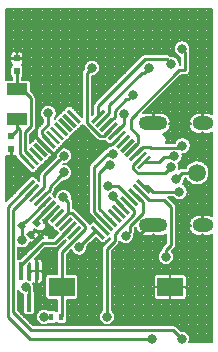
<source format=gbl>
G04 #@! TF.GenerationSoftware,KiCad,Pcbnew,5.0.1*
G04 #@! TF.CreationDate,2018-12-06T20:50:16-08:00*
G04 #@! TF.ProjectId,pmod-samd21,706D6F642D73616D6432312E6B696361,rev?*
G04 #@! TF.SameCoordinates,PX8822960PY9c3a754*
G04 #@! TF.FileFunction,Copper,L2,Bot,Signal*
G04 #@! TF.FilePolarity,Positive*
%FSLAX46Y46*%
G04 Gerber Fmt 4.6, Leading zero omitted, Abs format (unit mm)*
G04 Created by KiCad (PCBNEW 5.0.1) date Thu 06 Dec 2018 08:50:16 PM PST*
%MOMM*%
%LPD*%
G01*
G04 APERTURE LIST*
G04 #@! TA.AperFunction,SMDPad,CuDef*
%ADD10O,2.400000X1.200000*%
G04 #@! TD*
G04 #@! TA.AperFunction,SMDPad,CuDef*
%ADD11O,1.800000X1.200000*%
G04 #@! TD*
G04 #@! TA.AperFunction,SMDPad,CuDef*
%ADD12C,0.300000*%
G04 #@! TD*
G04 #@! TA.AperFunction,Conductor*
%ADD13C,0.100000*%
G04 #@! TD*
G04 #@! TA.AperFunction,SMDPad,CuDef*
%ADD14R,1.800000X1.000000*%
G04 #@! TD*
G04 #@! TA.AperFunction,SMDPad,CuDef*
%ADD15C,0.500000*%
G04 #@! TD*
G04 #@! TA.AperFunction,SMDPad,CuDef*
%ADD16R,0.500000X0.600000*%
G04 #@! TD*
G04 #@! TA.AperFunction,SMDPad,CuDef*
%ADD17R,0.450000X1.500000*%
G04 #@! TD*
G04 #@! TA.AperFunction,SMDPad,CuDef*
%ADD18R,0.400000X0.600000*%
G04 #@! TD*
G04 #@! TA.AperFunction,SMDPad,CuDef*
%ADD19R,2.180000X1.600000*%
G04 #@! TD*
G04 #@! TA.AperFunction,BGAPad,CuDef*
%ADD20C,1.500000*%
G04 #@! TD*
G04 #@! TA.AperFunction,ViaPad*
%ADD21C,0.800000*%
G04 #@! TD*
G04 #@! TA.AperFunction,Conductor*
%ADD22C,0.250000*%
G04 #@! TD*
G04 #@! TA.AperFunction,Conductor*
%ADD23C,0.200000*%
G04 #@! TD*
%ADD24C,0.200000*%
G04 APERTURE END LIST*
D10*
G04 #@! TO.P,J3,S1*
G04 #@! TO.N,GND*
X12822000Y10272300D03*
D11*
X17002000Y10272300D03*
D10*
X12822000Y18912300D03*
D11*
X17002000Y18912300D03*
G04 #@! TD*
D12*
G04 #@! TO.P,U1,1*
G04 #@! TO.N,Net-(C5-Pad2)*
X2197608Y15617605D03*
D13*
G04 #@! TD*
G04 #@! TO.N,Net-(C5-Pad2)*
G04 #@! TO.C,U1*
G36*
X2816326Y15211019D02*
X2604194Y14998887D01*
X1578890Y16024191D01*
X1791022Y16236323D01*
X2816326Y15211019D01*
X2816326Y15211019D01*
G37*
D12*
G04 #@! TO.P,U1,2*
G04 #@! TO.N,Net-(C6-Pad1)*
X2551161Y15971158D03*
D13*
G04 #@! TD*
G04 #@! TO.N,Net-(C6-Pad1)*
G04 #@! TO.C,U1*
G36*
X3169879Y15564572D02*
X2957747Y15352440D01*
X1932443Y16377744D01*
X2144575Y16589876D01*
X3169879Y15564572D01*
X3169879Y15564572D01*
G37*
D12*
G04 #@! TO.P,U1,3*
G04 #@! TO.N,N/C*
X2904715Y16324712D03*
D13*
G04 #@! TD*
G04 #@! TO.N,N/C*
G04 #@! TO.C,U1*
G36*
X3523433Y15918126D02*
X3311301Y15705994D01*
X2285997Y16731298D01*
X2498129Y16943430D01*
X3523433Y15918126D01*
X3523433Y15918126D01*
G37*
D12*
G04 #@! TO.P,U1,4*
G04 #@! TO.N,N/C*
X3258268Y16678265D03*
D13*
G04 #@! TD*
G04 #@! TO.N,N/C*
G04 #@! TO.C,U1*
G36*
X3876986Y16271679D02*
X3664854Y16059547D01*
X2639550Y17084851D01*
X2851682Y17296983D01*
X3876986Y16271679D01*
X3876986Y16271679D01*
G37*
D12*
G04 #@! TO.P,U1,5*
G04 #@! TO.N,GND*
X3611821Y17031818D03*
D13*
G04 #@! TD*
G04 #@! TO.N,GND*
G04 #@! TO.C,U1*
G36*
X4230539Y16625232D02*
X4018407Y16413100D01*
X2993103Y17438404D01*
X3205235Y17650536D01*
X4230539Y16625232D01*
X4230539Y16625232D01*
G37*
D12*
G04 #@! TO.P,U1,6*
G04 #@! TO.N,+3V3*
X3965375Y17385372D03*
D13*
G04 #@! TD*
G04 #@! TO.N,+3V3*
G04 #@! TO.C,U1*
G36*
X4584093Y16978786D02*
X4371961Y16766654D01*
X3346657Y17791958D01*
X3558789Y18004090D01*
X4584093Y16978786D01*
X4584093Y16978786D01*
G37*
D12*
G04 #@! TO.P,U1,7*
G04 #@! TO.N,N/C*
X4318928Y17738925D03*
D13*
G04 #@! TD*
G04 #@! TO.N,N/C*
G04 #@! TO.C,U1*
G36*
X4937646Y17332339D02*
X4725514Y17120207D01*
X3700210Y18145511D01*
X3912342Y18357643D01*
X4937646Y17332339D01*
X4937646Y17332339D01*
G37*
D12*
G04 #@! TO.P,U1,8*
G04 #@! TO.N,N/C*
X4672482Y18092479D03*
D13*
G04 #@! TD*
G04 #@! TO.N,N/C*
G04 #@! TO.C,U1*
G36*
X5291200Y17685893D02*
X5079068Y17473761D01*
X4053764Y18499065D01*
X4265896Y18711197D01*
X5291200Y17685893D01*
X5291200Y17685893D01*
G37*
D12*
G04 #@! TO.P,U1,9*
G04 #@! TO.N,N/C*
X5026035Y18446032D03*
D13*
G04 #@! TD*
G04 #@! TO.N,N/C*
G04 #@! TO.C,U1*
G36*
X5644753Y18039446D02*
X5432621Y17827314D01*
X4407317Y18852618D01*
X4619449Y19064750D01*
X5644753Y18039446D01*
X5644753Y18039446D01*
G37*
D12*
G04 #@! TO.P,U1,11*
G04 #@! TO.N,N/C*
X5733142Y19153139D03*
D13*
G04 #@! TD*
G04 #@! TO.N,N/C*
G04 #@! TO.C,U1*
G36*
X6351860Y18746553D02*
X6139728Y18534421D01*
X5114424Y19559725D01*
X5326556Y19771857D01*
X6351860Y18746553D01*
X6351860Y18746553D01*
G37*
D12*
G04 #@! TO.P,U1,12*
G04 #@! TO.N,N/C*
X6086695Y19506692D03*
D13*
G04 #@! TD*
G04 #@! TO.N,N/C*
G04 #@! TO.C,U1*
G36*
X6705413Y19100106D02*
X6493281Y18887974D01*
X5467977Y19913278D01*
X5680109Y20125410D01*
X6705413Y19100106D01*
X6705413Y19100106D01*
G37*
D12*
G04 #@! TO.P,U1,13*
G04 #@! TO.N,/SER0_0*
X8137305Y19506692D03*
D13*
G04 #@! TD*
G04 #@! TO.N,/SER0_0*
G04 #@! TO.C,U1*
G36*
X7730719Y18887974D02*
X7518587Y19100106D01*
X8543891Y20125410D01*
X8756023Y19913278D01*
X7730719Y18887974D01*
X7730719Y18887974D01*
G37*
D12*
G04 #@! TO.P,U1,14*
G04 #@! TO.N,/SER0_1*
X8490858Y19153139D03*
D13*
G04 #@! TD*
G04 #@! TO.N,/SER0_1*
G04 #@! TO.C,U1*
G36*
X8084272Y18534421D02*
X7872140Y18746553D01*
X8897444Y19771857D01*
X9109576Y19559725D01*
X8084272Y18534421D01*
X8084272Y18534421D01*
G37*
D12*
G04 #@! TO.P,U1,15*
G04 #@! TO.N,/SER0_2*
X8844412Y18799585D03*
D13*
G04 #@! TD*
G04 #@! TO.N,/SER0_2*
G04 #@! TO.C,U1*
G36*
X8437826Y18180867D02*
X8225694Y18392999D01*
X9250998Y19418303D01*
X9463130Y19206171D01*
X8437826Y18180867D01*
X8437826Y18180867D01*
G37*
D12*
G04 #@! TO.P,U1,16*
G04 #@! TO.N,/SER0_3*
X9197965Y18446032D03*
D13*
G04 #@! TD*
G04 #@! TO.N,/SER0_3*
G04 #@! TO.C,U1*
G36*
X8791379Y17827314D02*
X8579247Y18039446D01*
X9604551Y19064750D01*
X9816683Y18852618D01*
X8791379Y17827314D01*
X8791379Y17827314D01*
G37*
D12*
G04 #@! TO.P,U1,17*
G04 #@! TO.N,+3V3*
X9551518Y18092479D03*
D13*
G04 #@! TD*
G04 #@! TO.N,+3V3*
G04 #@! TO.C,U1*
G36*
X9958104Y18711197D02*
X10170236Y18499065D01*
X9144932Y17473761D01*
X8932800Y17685893D01*
X9958104Y18711197D01*
X9958104Y18711197D01*
G37*
D12*
G04 #@! TO.P,U1,18*
G04 #@! TO.N,GND*
X9905072Y17738925D03*
D13*
G04 #@! TD*
G04 #@! TO.N,GND*
G04 #@! TO.C,U1*
G36*
X9498486Y17120207D02*
X9286354Y17332339D01*
X10311658Y18357643D01*
X10523790Y18145511D01*
X9498486Y17120207D01*
X9498486Y17120207D01*
G37*
D12*
G04 #@! TO.P,U1,19*
G04 #@! TO.N,N/C*
X10258625Y17385372D03*
D13*
G04 #@! TD*
G04 #@! TO.N,N/C*
G04 #@! TO.C,U1*
G36*
X10665211Y18004090D02*
X10877343Y17791958D01*
X9852039Y16766654D01*
X9639907Y16978786D01*
X10665211Y18004090D01*
X10665211Y18004090D01*
G37*
D12*
G04 #@! TO.P,U1,20*
G04 #@! TO.N,N/C*
X10612179Y17031818D03*
D13*
G04 #@! TD*
G04 #@! TO.N,N/C*
G04 #@! TO.C,U1*
G36*
X11018765Y17650536D02*
X11230897Y17438404D01*
X10205593Y16413100D01*
X9993461Y16625232D01*
X11018765Y17650536D01*
X11018765Y17650536D01*
G37*
D12*
G04 #@! TO.P,U1,21*
G04 #@! TO.N,/SER2_0*
X10965732Y16678265D03*
D13*
G04 #@! TD*
G04 #@! TO.N,/SER2_0*
G04 #@! TO.C,U1*
G36*
X11372318Y17296983D02*
X11584450Y17084851D01*
X10559146Y16059547D01*
X10347014Y16271679D01*
X11372318Y17296983D01*
X11372318Y17296983D01*
G37*
D12*
G04 #@! TO.P,U1,22*
G04 #@! TO.N,/SER2_1*
X11319285Y16324712D03*
D13*
G04 #@! TD*
G04 #@! TO.N,/SER2_1*
G04 #@! TO.C,U1*
G36*
X11725871Y16943430D02*
X11938003Y16731298D01*
X10912699Y15705994D01*
X10700567Y15918126D01*
X11725871Y16943430D01*
X11725871Y16943430D01*
G37*
D12*
G04 #@! TO.P,U1,23*
G04 #@! TO.N,/SER2_2*
X11672839Y15971158D03*
D13*
G04 #@! TD*
G04 #@! TO.N,/SER2_2*
G04 #@! TO.C,U1*
G36*
X12079425Y16589876D02*
X12291557Y16377744D01*
X11266253Y15352440D01*
X11054121Y15564572D01*
X12079425Y16589876D01*
X12079425Y16589876D01*
G37*
D12*
G04 #@! TO.P,U1,24*
G04 #@! TO.N,/SER2_3*
X12026392Y15617605D03*
D13*
G04 #@! TD*
G04 #@! TO.N,/SER2_3*
G04 #@! TO.C,U1*
G36*
X12432978Y16236323D02*
X12645110Y16024191D01*
X11619806Y14998887D01*
X11407674Y15211019D01*
X12432978Y16236323D01*
X12432978Y16236323D01*
G37*
D12*
G04 #@! TO.P,U1,10*
G04 #@! TO.N,N/C*
X5379588Y18799585D03*
D13*
G04 #@! TD*
G04 #@! TO.N,N/C*
G04 #@! TO.C,U1*
G36*
X5998306Y18392999D02*
X5786174Y18180867D01*
X4760870Y19206171D01*
X4973002Y19418303D01*
X5998306Y18392999D01*
X5998306Y18392999D01*
G37*
D12*
G04 #@! TO.P,U1,25*
G04 #@! TO.N,/SER1_0*
X12005179Y13588208D03*
D13*
G04 #@! TD*
G04 #@! TO.N,/SER1_0*
G04 #@! TO.C,U1*
G36*
X11386461Y13994794D02*
X11598593Y14206926D01*
X12623897Y13181622D01*
X12411765Y12969490D01*
X11386461Y13994794D01*
X11386461Y13994794D01*
G37*
D12*
G04 #@! TO.P,U1,26*
G04 #@! TO.N,/SER1_1*
X11672839Y13213442D03*
D13*
G04 #@! TD*
G04 #@! TO.N,/SER1_1*
G04 #@! TO.C,U1*
G36*
X11054121Y13620028D02*
X11266253Y13832160D01*
X12291557Y12806856D01*
X12079425Y12594724D01*
X11054121Y13620028D01*
X11054121Y13620028D01*
G37*
D12*
G04 #@! TO.P,U1,27*
G04 #@! TO.N,/SER1_2*
X11319285Y12859888D03*
D13*
G04 #@! TD*
G04 #@! TO.N,/SER1_2*
G04 #@! TO.C,U1*
G36*
X10700567Y13266474D02*
X10912699Y13478606D01*
X11938003Y12453302D01*
X11725871Y12241170D01*
X10700567Y13266474D01*
X10700567Y13266474D01*
G37*
D12*
G04 #@! TO.P,U1,28*
G04 #@! TO.N,/SER1_3*
X10965732Y12506335D03*
D13*
G04 #@! TD*
G04 #@! TO.N,/SER1_3*
G04 #@! TO.C,U1*
G36*
X10347014Y12912921D02*
X10559146Y13125053D01*
X11584450Y12099749D01*
X11372318Y11887617D01*
X10347014Y12912921D01*
X10347014Y12912921D01*
G37*
D12*
G04 #@! TO.P,U1,29*
G04 #@! TO.N,/SER5_2*
X10612179Y12152782D03*
D13*
G04 #@! TD*
G04 #@! TO.N,/SER5_2*
G04 #@! TO.C,U1*
G36*
X9993461Y12559368D02*
X10205593Y12771500D01*
X11230897Y11746196D01*
X11018765Y11534064D01*
X9993461Y12559368D01*
X9993461Y12559368D01*
G37*
D12*
G04 #@! TO.P,U1,30*
G04 #@! TO.N,/SER5_3*
X10258625Y11799228D03*
D13*
G04 #@! TD*
G04 #@! TO.N,/SER5_3*
G04 #@! TO.C,U1*
G36*
X9639907Y12205814D02*
X9852039Y12417946D01*
X10877343Y11392642D01*
X10665211Y11180510D01*
X9639907Y12205814D01*
X9639907Y12205814D01*
G37*
D12*
G04 #@! TO.P,U1,31*
G04 #@! TO.N,N/C*
X9905072Y11445675D03*
D13*
G04 #@! TD*
G04 #@! TO.N,N/C*
G04 #@! TO.C,U1*
G36*
X9286354Y11852261D02*
X9498486Y12064393D01*
X10523790Y11039089D01*
X10311658Y10826957D01*
X9286354Y11852261D01*
X9286354Y11852261D01*
G37*
D12*
G04 #@! TO.P,U1,32*
G04 #@! TO.N,N/C*
X9551518Y11092121D03*
D13*
G04 #@! TD*
G04 #@! TO.N,N/C*
G04 #@! TO.C,U1*
G36*
X8932800Y11498707D02*
X9144932Y11710839D01*
X10170236Y10685535D01*
X9958104Y10473403D01*
X8932800Y11498707D01*
X8932800Y11498707D01*
G37*
D12*
G04 #@! TO.P,U1,33*
G04 #@! TO.N,/USB_D-*
X9197965Y10738568D03*
D13*
G04 #@! TD*
G04 #@! TO.N,/USB_D-*
G04 #@! TO.C,U1*
G36*
X8579247Y11145154D02*
X8791379Y11357286D01*
X9816683Y10331982D01*
X9604551Y10119850D01*
X8579247Y11145154D01*
X8579247Y11145154D01*
G37*
D12*
G04 #@! TO.P,U1,35*
G04 #@! TO.N,GND*
X8490858Y10031461D03*
D13*
G04 #@! TD*
G04 #@! TO.N,GND*
G04 #@! TO.C,U1*
G36*
X7872140Y10438047D02*
X8084272Y10650179D01*
X9109576Y9624875D01*
X8897444Y9412743D01*
X7872140Y10438047D01*
X7872140Y10438047D01*
G37*
D12*
G04 #@! TO.P,U1,36*
G04 #@! TO.N,+3V3*
X8137305Y9677908D03*
D13*
G04 #@! TD*
G04 #@! TO.N,+3V3*
G04 #@! TO.C,U1*
G36*
X7518587Y10084494D02*
X7730719Y10296626D01*
X8756023Y9271322D01*
X8543891Y9059190D01*
X7518587Y10084494D01*
X7518587Y10084494D01*
G37*
D12*
G04 #@! TO.P,U1,34*
G04 #@! TO.N,/USB_D+*
X8844412Y10385015D03*
D13*
G04 #@! TD*
G04 #@! TO.N,/USB_D+*
G04 #@! TO.C,U1*
G36*
X8225694Y10791601D02*
X8437826Y11003733D01*
X9463130Y9978429D01*
X9250998Y9766297D01*
X8225694Y10791601D01*
X8225694Y10791601D01*
G37*
D12*
G04 #@! TO.P,U1,37*
G04 #@! TO.N,N/C*
X6086695Y9677908D03*
D13*
G04 #@! TD*
G04 #@! TO.N,N/C*
G04 #@! TO.C,U1*
G36*
X6493281Y10296626D02*
X6705413Y10084494D01*
X5680109Y9059190D01*
X5467977Y9271322D01*
X6493281Y10296626D01*
X6493281Y10296626D01*
G37*
D12*
G04 #@! TO.P,U1,38*
G04 #@! TO.N,/BLUE_LED*
X5733142Y10031461D03*
D13*
G04 #@! TD*
G04 #@! TO.N,/BLUE_LED*
G04 #@! TO.C,U1*
G36*
X6139728Y10650179D02*
X6351860Y10438047D01*
X5326556Y9412743D01*
X5114424Y9624875D01*
X6139728Y10650179D01*
X6139728Y10650179D01*
G37*
D12*
G04 #@! TO.P,U1,39*
G04 #@! TO.N,N/C*
X5379588Y10385015D03*
D13*
G04 #@! TD*
G04 #@! TO.N,N/C*
G04 #@! TO.C,U1*
G36*
X5786174Y11003733D02*
X5998306Y10791601D01*
X4973002Y9766297D01*
X4760870Y9978429D01*
X5786174Y11003733D01*
X5786174Y11003733D01*
G37*
D12*
G04 #@! TO.P,U1,40*
G04 #@! TO.N,/~RESET*
X5026035Y10738568D03*
D13*
G04 #@! TD*
G04 #@! TO.N,/~RESET*
G04 #@! TO.C,U1*
G36*
X5432621Y11357286D02*
X5644753Y11145154D01*
X4619449Y10119850D01*
X4407317Y10331982D01*
X5432621Y11357286D01*
X5432621Y11357286D01*
G37*
D12*
G04 #@! TO.P,U1,41*
G04 #@! TO.N,N/C*
X4672482Y11092121D03*
D13*
G04 #@! TD*
G04 #@! TO.N,N/C*
G04 #@! TO.C,U1*
G36*
X5079068Y11710839D02*
X5291200Y11498707D01*
X4265896Y10473403D01*
X4053764Y10685535D01*
X5079068Y11710839D01*
X5079068Y11710839D01*
G37*
D12*
G04 #@! TO.P,U1,42*
G04 #@! TO.N,GND*
X4318928Y11445675D03*
D13*
G04 #@! TD*
G04 #@! TO.N,GND*
G04 #@! TO.C,U1*
G36*
X4725514Y12064393D02*
X4937646Y11852261D01*
X3912342Y10826957D01*
X3700210Y11039089D01*
X4725514Y12064393D01*
X4725514Y12064393D01*
G37*
D12*
G04 #@! TO.P,U1,43*
G04 #@! TO.N,Net-(C2-Pad1)*
X3965375Y11799228D03*
D13*
G04 #@! TD*
G04 #@! TO.N,Net-(C2-Pad1)*
G04 #@! TO.C,U1*
G36*
X3558789Y11180510D02*
X3346657Y11392642D01*
X4371961Y12417946D01*
X4584093Y12205814D01*
X3558789Y11180510D01*
X3558789Y11180510D01*
G37*
D12*
G04 #@! TO.P,U1,44*
G04 #@! TO.N,+3V3*
X3611821Y12152782D03*
D13*
G04 #@! TD*
G04 #@! TO.N,+3V3*
G04 #@! TO.C,U1*
G36*
X3205235Y11534064D02*
X2993103Y11746196D01*
X4018407Y12771500D01*
X4230539Y12559368D01*
X3205235Y11534064D01*
X3205235Y11534064D01*
G37*
D12*
G04 #@! TO.P,U1,45*
G04 #@! TO.N,/SWCLK*
X3258268Y12506335D03*
D13*
G04 #@! TD*
G04 #@! TO.N,/SWCLK*
G04 #@! TO.C,U1*
G36*
X2851682Y11887617D02*
X2639550Y12099749D01*
X3664854Y13125053D01*
X3876986Y12912921D01*
X2851682Y11887617D01*
X2851682Y11887617D01*
G37*
D12*
G04 #@! TO.P,U1,46*
G04 #@! TO.N,/SWDIO*
X2904715Y12859888D03*
D13*
G04 #@! TD*
G04 #@! TO.N,/SWDIO*
G04 #@! TO.C,U1*
G36*
X2498129Y12241170D02*
X2285997Y12453302D01*
X3311301Y13478606D01*
X3523433Y13266474D01*
X2498129Y12241170D01*
X2498129Y12241170D01*
G37*
D12*
G04 #@! TO.P,U1,47*
G04 #@! TO.N,/SER5_0*
X2551161Y13213442D03*
D13*
G04 #@! TD*
G04 #@! TO.N,/SER5_0*
G04 #@! TO.C,U1*
G36*
X2144575Y12594724D02*
X1932443Y12806856D01*
X2957747Y13832160D01*
X3169879Y13620028D01*
X2144575Y12594724D01*
X2144575Y12594724D01*
G37*
D12*
G04 #@! TO.P,U1,48*
G04 #@! TO.N,/SER5_1*
X2197608Y13566995D03*
D13*
G04 #@! TD*
G04 #@! TO.N,/SER5_1*
G04 #@! TO.C,U1*
G36*
X1791022Y12948277D02*
X1578890Y13160409D01*
X2604194Y14185713D01*
X2816326Y13973581D01*
X1791022Y12948277D01*
X1791022Y12948277D01*
G37*
D14*
G04 #@! TO.P,Y1,1*
G04 #@! TO.N,Net-(C6-Pad1)*
X1270000Y21811300D03*
G04 #@! TO.P,Y1,2*
G04 #@! TO.N,Net-(C5-Pad2)*
X1270000Y19311300D03*
G04 #@! TD*
D15*
G04 #@! TO.P,C1,1*
G04 #@! TO.N,+3V3*
X1643091Y10282209D03*
D13*
G04 #@! TD*
G04 #@! TO.N,+3V3*
G04 #@! TO.C,C1*
G36*
X1254182Y10317564D02*
X1607736Y10671118D01*
X2032000Y10246854D01*
X1678446Y9893300D01*
X1254182Y10317564D01*
X1254182Y10317564D01*
G37*
D15*
G04 #@! TO.P,C1,2*
G04 #@! TO.N,GND*
X2420909Y9504391D03*
D13*
G04 #@! TD*
G04 #@! TO.N,GND*
G04 #@! TO.C,C1*
G36*
X2032000Y9539746D02*
X2385554Y9893300D01*
X2809818Y9469036D01*
X2456264Y9115482D01*
X2032000Y9539746D01*
X2032000Y9539746D01*
G37*
D15*
G04 #@! TO.P,C2,1*
G04 #@! TO.N,Net-(C2-Pad1)*
X2913091Y10536209D03*
D13*
G04 #@! TD*
G04 #@! TO.N,Net-(C2-Pad1)*
G04 #@! TO.C,C2*
G36*
X2524182Y10571564D02*
X2877736Y10925118D01*
X3302000Y10500854D01*
X2948446Y10147300D01*
X2524182Y10571564D01*
X2524182Y10571564D01*
G37*
D15*
G04 #@! TO.P,C2,2*
G04 #@! TO.N,GND*
X3690909Y9758391D03*
D13*
G04 #@! TD*
G04 #@! TO.N,GND*
G04 #@! TO.C,C2*
G36*
X3302000Y9793746D02*
X3655554Y10147300D01*
X4079818Y9723036D01*
X3726264Y9369482D01*
X3302000Y9793746D01*
X3302000Y9793746D01*
G37*
D16*
G04 #@! TO.P,C5,1*
G04 #@! TO.N,GND*
X762000Y16709300D03*
G04 #@! TO.P,C5,2*
G04 #@! TO.N,Net-(C5-Pad2)*
X762000Y17809300D03*
G04 #@! TD*
G04 #@! TO.P,C6,1*
G04 #@! TO.N,Net-(C6-Pad1)*
X1270000Y23313300D03*
G04 #@! TO.P,C6,2*
G04 #@! TO.N,GND*
X1270000Y24413300D03*
G04 #@! TD*
D17*
G04 #@! TO.P,Q1,1*
G04 #@! TO.N,/BLUE_LED*
X1636000Y6397300D03*
G04 #@! TO.P,Q1,2*
G04 #@! TO.N,GND*
X2936000Y6397300D03*
G04 #@! TO.P,Q1,3*
G04 #@! TO.N,Net-(D1-Pad1)*
X2286000Y3737300D03*
G04 #@! TD*
D18*
G04 #@! TO.P,R1,1*
G04 #@! TO.N,/~RESET*
X5022000Y2527300D03*
G04 #@! TO.P,R1,2*
G04 #@! TO.N,+3V3*
X4122000Y2527300D03*
G04 #@! TD*
D19*
G04 #@! TO.P,S1,1*
G04 #@! TO.N,/~RESET*
X5062000Y5067300D03*
G04 #@! TO.P,S1,2*
G04 #@! TO.N,GND*
X14242000Y5067300D03*
G04 #@! TD*
D20*
G04 #@! TO.P,TP1,1*
G04 #@! TO.N,VBUS*
X16510000Y14719300D03*
G04 #@! TD*
D21*
G04 #@! TO.N,GND*
X6826246Y5109867D03*
X6350000Y26657300D03*
X16256000Y24879300D03*
X16764000Y12687300D03*
X16764000Y8369300D03*
X4191000Y7607300D03*
X4191000Y9639300D03*
X5334000Y13703300D03*
X10389710Y4929201D03*
X6858000Y18148300D03*
X16854010Y16728425D03*
G04 #@! TO.N,+3V3*
X6523998Y8418124D03*
X3556000Y2527300D03*
X1704067Y9019149D03*
X3923165Y19776145D03*
X10300316Y19707288D03*
G04 #@! TO.N,/SER2_0*
X15240000Y25234900D03*
G04 #@! TO.N,/SER0_0*
X14344014Y23937581D03*
G04 #@! TO.N,/SER2_1*
X15278100Y17030700D03*
G04 #@! TO.N,/SER0_1*
X12443991Y23609300D03*
G04 #@! TO.N,/SER2_2*
X14312450Y15188990D03*
G04 #@! TO.N,/SER0_2*
X11066361Y21339748D03*
G04 #@! TO.N,/SER2_3*
X14599091Y16147041D03*
G04 #@! TO.N,/SER0_3*
X7620000Y23609300D03*
G04 #@! TO.N,/SER5_3*
X9412021Y12725400D03*
G04 #@! TO.N,/SER1_3*
X8978900Y13639800D03*
G04 #@! TO.N,/SER5_2*
X8890000Y2527300D03*
G04 #@! TO.N,/SER1_2*
X10464800Y9410700D03*
G04 #@! TO.N,/SER5_1*
X12700000Y662300D03*
G04 #@! TO.N,/SER1_1*
X13881100Y7607300D03*
G04 #@! TO.N,/SER5_0*
X15240000Y662300D03*
G04 #@! TO.N,/SER1_0*
X15010564Y13134290D03*
G04 #@! TO.N,/~RESET*
X5207000Y12687300D03*
G04 #@! TO.N,/SWCLK*
X5253660Y14765960D03*
G04 #@! TO.N,/SWDIO*
X5257660Y16167398D03*
G04 #@! TO.N,/USB_D+*
X9385300Y16344900D03*
G04 #@! TO.N,/USB_D-*
X9169969Y15357076D03*
G04 #@! TO.N,VBUS*
X14763405Y14238929D03*
G04 #@! TO.N,Net-(D1-Pad1)*
X1995657Y5062594D03*
G04 #@! TD*
D22*
G04 #@! TO.N,GND*
X2674909Y9758391D02*
X2420909Y9504391D01*
X3690909Y9758391D02*
X2674909Y9758391D01*
X3690909Y10817656D02*
X3690909Y9758391D01*
X4318928Y11445675D02*
X3690909Y10817656D01*
X3937000Y9512300D02*
X3690909Y9758391D01*
X4318000Y9512300D02*
X3937000Y9512300D01*
X4201996Y16441643D02*
X4201996Y16000296D01*
X3611821Y17031818D02*
X4201996Y16441643D01*
X762000Y16159300D02*
X762000Y16709300D01*
X2247423Y14673877D02*
X762000Y16159300D01*
X2875577Y14673877D02*
X2247423Y14673877D01*
X4201996Y16000296D02*
X2875577Y14673877D01*
X7112000Y10909300D02*
X7112000Y11925300D01*
X7112000Y11925300D02*
X5334000Y13703300D01*
X4201995Y16441644D02*
X4506587Y16441644D01*
X3611821Y17031818D02*
X4201995Y16441644D01*
X4506587Y16441644D02*
X5096761Y17031818D01*
X5096761Y17031818D02*
X5848284Y17031818D01*
X5848284Y17031818D02*
X7087117Y15792985D01*
X7087117Y15792985D02*
X7087117Y15227300D01*
X9279558Y17148751D02*
X7857549Y17148751D01*
X9869732Y17738925D02*
X9279558Y17148751D01*
X7257999Y17748301D02*
X6858000Y18148300D01*
X9905072Y17738925D02*
X9869732Y17738925D01*
X7857549Y17148751D02*
X7257999Y17748301D01*
X12422000Y10272300D02*
X10389710Y8240010D01*
X10389710Y5494886D02*
X10389710Y4929201D01*
X10389710Y8240010D02*
X10389710Y5494886D01*
G04 #@! TO.N,+3V3*
X1988735Y10529696D02*
X3611821Y12152782D01*
X1890578Y10529696D02*
X1988735Y10529696D01*
X1643091Y10282209D02*
X1890578Y10529696D01*
X7783782Y9677908D02*
X6523998Y8418124D01*
X8137305Y9677908D02*
X7783782Y9677908D01*
X4122000Y2527300D02*
X3556000Y2527300D01*
X1704067Y10221233D02*
X1643091Y10282209D01*
X1704067Y9019149D02*
X1704067Y10221233D01*
X3923165Y19210460D02*
X3923165Y19776145D01*
X3923165Y18828102D02*
X3923165Y19210460D01*
X3375200Y18280137D02*
X3923165Y18828102D01*
X3375200Y17975547D02*
X3375200Y18280137D01*
X3965375Y17385372D02*
X3375200Y17975547D01*
X10300316Y18841277D02*
X10300316Y19707288D01*
X9551518Y18092479D02*
X10300316Y18841277D01*
G04 #@! TO.N,Net-(C2-Pad1)*
X2913091Y10746944D02*
X2913091Y10536209D01*
X3965375Y11799228D02*
X2913091Y10746944D01*
G04 #@! TO.N,Net-(C5-Pad2)*
X762000Y17859300D02*
X1270000Y18367300D01*
X762000Y17809300D02*
X762000Y17859300D01*
X1270000Y18367300D02*
X1270000Y19311301D01*
X1270000Y18561301D02*
X1270000Y19311301D01*
X2197608Y15617605D02*
X1510976Y16304237D01*
X1510976Y16304237D02*
X1510976Y18320325D01*
X1510976Y18320325D02*
X1270000Y18561301D01*
G04 #@! TO.N,Net-(C6-Pad1)*
X1270000Y23313300D02*
X1270000Y21811299D01*
X1960987Y16561332D02*
X1960987Y18138746D01*
X1960987Y18138746D02*
X2495001Y18672760D01*
X2495001Y20071302D02*
X2420000Y20146303D01*
X2420000Y20146303D02*
X2420000Y21061299D01*
X1670000Y21811299D02*
X1270000Y21811299D01*
X2420000Y21061299D02*
X1670000Y21811299D01*
X2495001Y18672760D02*
X2495001Y20071302D01*
X2551161Y15971158D02*
X1960987Y16561332D01*
G04 #@! TO.N,/SER2_0*
X15240000Y25234900D02*
X15519400Y24955500D01*
X15519400Y24955500D02*
X15519400Y23418800D01*
X10965732Y16678265D02*
X11555907Y17268440D01*
X10896990Y18529149D02*
X10896990Y19295451D01*
X11555907Y17268440D02*
X11555907Y17870232D01*
X10896990Y19295451D02*
X15019973Y23418434D01*
X15019973Y23418434D02*
X15519035Y23418434D01*
X11555907Y17870232D02*
X10896990Y18529149D01*
G04 #@! TO.N,/SER0_0*
X8137305Y19506692D02*
X8137305Y20373607D01*
X8137305Y20373607D02*
X12101278Y24337580D01*
X12101278Y24337580D02*
X13944015Y24337580D01*
X13944015Y24337580D02*
X14344014Y23937581D01*
G04 #@! TO.N,/SER2_1*
X12609999Y16832299D02*
X13234001Y16832299D01*
X11932568Y16937995D02*
X12504303Y16937995D01*
X12504303Y16937995D02*
X12609999Y16832299D01*
X11319285Y16324712D02*
X11932568Y16937995D01*
X13234001Y16832299D02*
X13544347Y16832299D01*
X13544347Y16832299D02*
X14228799Y16832299D01*
X14228799Y16832299D02*
X15168599Y16832299D01*
X15168599Y16832299D02*
X15240000Y16903700D01*
G04 #@! TO.N,/SER0_1*
X11862910Y23209301D02*
X12043992Y23209301D01*
X12043992Y23209301D02*
X12443991Y23609300D01*
X9084413Y19746694D02*
X9084413Y20430804D01*
X8490858Y19153139D02*
X9084413Y19746694D01*
X9084413Y20430804D02*
X11862910Y23209301D01*
G04 #@! TO.N,/SER2_2*
X11082664Y15380983D02*
X11082664Y15076393D01*
X11672839Y15971158D02*
X11082664Y15380983D01*
X11485180Y14673877D02*
X13797337Y14673877D01*
X11082664Y15076393D02*
X11485180Y14673877D01*
X13797337Y14673877D02*
X13912451Y14788991D01*
X13912451Y14788991D02*
X14312450Y15188990D01*
G04 #@! TO.N,/SER0_2*
X8844412Y18799585D02*
X9534424Y19489597D01*
X10485535Y20939749D02*
X10666362Y20939749D01*
X9534424Y19988638D02*
X10485535Y20939749D01*
X9534424Y19489597D02*
X9534424Y19988638D01*
X10666362Y20939749D02*
X11066361Y21339748D01*
G04 #@! TO.N,/SER2_3*
X12026392Y15617605D02*
X13049563Y15617605D01*
X13049563Y15617605D02*
X13280805Y15617605D01*
X13280805Y15617605D02*
X13741400Y16078200D01*
X13741400Y16078200D02*
X14566900Y16078200D01*
X14566900Y16078200D02*
X14592300Y16103600D01*
G04 #@! TO.N,/SER0_3*
X7193577Y23182877D02*
X7220001Y23209301D01*
X8607790Y17855857D02*
X8303200Y17855857D01*
X7193577Y18965480D02*
X7193577Y23182877D01*
X8303200Y17855857D02*
X7193577Y18965480D01*
X7220001Y23209301D02*
X7620000Y23609300D01*
X9197965Y18446032D02*
X8607790Y17855857D01*
G04 #@! TO.N,/SER5_3*
X9412021Y12645832D02*
X9412021Y12725400D01*
X10258625Y11799228D02*
X9412021Y12645832D01*
G04 #@! TO.N,/SER1_3*
X10965732Y12506335D02*
X9832267Y13639800D01*
X9832267Y13639800D02*
X8978900Y13639800D01*
G04 #@! TO.N,/SER5_2*
X8890000Y2527300D02*
X8890000Y8309252D01*
X8890000Y8309252D02*
X9531044Y8950296D01*
X11195541Y11569420D02*
X10612179Y12152782D01*
X9531044Y8950296D02*
X9531044Y9569144D01*
X9531044Y9569144D02*
X11202353Y11240453D01*
X11202353Y11240453D02*
X11202353Y11562608D01*
X11202353Y11562608D02*
X11195541Y11569420D01*
G04 #@! TO.N,/SER1_2*
X11909460Y12269713D02*
X11909460Y11299860D01*
X11319285Y12859888D02*
X11909460Y12269713D01*
X10864799Y9810699D02*
X10864799Y10255199D01*
X10464800Y9410700D02*
X10864799Y9810699D01*
X10864799Y10255199D02*
X11912600Y11303000D01*
G04 #@! TO.N,/SER5_1*
X12700000Y662300D02*
X2373000Y662300D01*
X479161Y2556139D02*
X479161Y11848548D01*
X479161Y11848548D02*
X1614246Y12983633D01*
X2373000Y662300D02*
X479161Y2556139D01*
X1614246Y12983633D02*
X2197608Y13566995D01*
G04 #@! TO.N,/SER1_1*
X12433982Y12452299D02*
X11672839Y13213442D01*
X13697001Y12452299D02*
X12433982Y12452299D01*
X13881100Y7607300D02*
X13881100Y8172985D01*
X14347010Y8638895D02*
X14347010Y11802290D01*
X13881100Y8172985D02*
X14347010Y8638895D01*
X14347010Y11802290D02*
X13703300Y12446000D01*
G04 #@! TO.N,/SER5_0*
X2439586Y1387301D02*
X14514999Y1387301D01*
X929172Y11591453D02*
X929172Y2897715D01*
X2551161Y13213442D02*
X929172Y11591453D01*
X14514999Y1387301D02*
X14840001Y1062299D01*
X929172Y2897715D02*
X2439586Y1387301D01*
X14840001Y1062299D02*
X15240000Y662300D01*
G04 #@! TO.N,/SER1_0*
X12771229Y13134290D02*
X15010564Y13134290D01*
X12005179Y13588208D02*
X12317311Y13588208D01*
X12317311Y13588208D02*
X12771229Y13134290D01*
G04 #@! TO.N,/~RESET*
X5616210Y12278090D02*
X5207000Y12687300D01*
X5026035Y10738568D02*
X5616210Y11328743D01*
X5616210Y11328743D02*
X5616210Y12278090D01*
X5062000Y2567300D02*
X5022000Y2527300D01*
X5062000Y5067300D02*
X5062000Y2567300D01*
X5062000Y7981445D02*
X5062000Y5067300D01*
X7030423Y9949868D02*
X5062000Y7981445D01*
X5920800Y11328743D02*
X7030423Y10219120D01*
X7030423Y10219120D02*
X7030423Y9949868D01*
X5616210Y11328743D02*
X5920800Y11328743D01*
G04 #@! TO.N,/SWCLK*
X3258268Y12506335D02*
X4041355Y13289422D01*
X4041355Y13289422D02*
X4041355Y13553655D01*
X4853661Y14365961D02*
X5253660Y14765960D01*
X4041355Y13553655D02*
X4853661Y14365961D01*
G04 #@! TO.N,/SWDIO*
X4857661Y15767399D02*
X5257660Y16167398D01*
X3591347Y13546520D02*
X3591347Y14501085D01*
X3591347Y14501085D02*
X4857661Y15767399D01*
X2904715Y12859888D02*
X3591347Y13546520D01*
G04 #@! TO.N,/BLUE_LED*
X1636000Y6922300D02*
X1636000Y6397300D01*
X3504172Y8790472D02*
X1636000Y6922300D01*
X4492153Y8790472D02*
X3504172Y8790472D01*
X5733142Y10031461D02*
X4492153Y8790472D01*
G04 #@! TO.N,/USB_D+*
X7812127Y15227331D02*
X7812127Y14903238D01*
X9385300Y16344900D02*
X8940800Y16344900D01*
X7812127Y14903238D02*
X7786999Y14878110D01*
X7786999Y14878110D02*
X7786999Y11442428D01*
X8940800Y16344900D02*
X7812127Y15227331D01*
X7786999Y11442428D02*
X8844412Y10385015D01*
G04 #@! TO.N,/USB_D-*
X9197965Y10738568D02*
X8237006Y11699527D01*
X8237006Y11699527D02*
X8237006Y14691706D01*
X8237006Y14691706D02*
X8902376Y15357076D01*
X8902376Y15357076D02*
X9169969Y15357076D01*
G04 #@! TO.N,VBUS*
X16510000Y14719300D02*
X15243776Y14719300D01*
X15243776Y14719300D02*
X15163404Y14638928D01*
X15163404Y14638928D02*
X14763405Y14238929D01*
G04 #@! TO.N,Net-(D1-Pad1)*
X2286000Y5067300D02*
X2000363Y5067300D01*
X2000363Y5067300D02*
X1995657Y5062594D01*
X2286000Y3737300D02*
X2286000Y5067300D01*
G04 #@! TD*
D23*
G04 #@! TO.N,GND*
X375000Y28568300D02*
X17786001Y28568300D01*
X375000Y28378300D02*
X17786001Y28378300D01*
X375000Y28188300D02*
X17786001Y28188300D01*
X375000Y27998300D02*
X17786001Y27998300D01*
X375000Y27808300D02*
X17786001Y27808300D01*
X375000Y27618300D02*
X17786001Y27618300D01*
X375000Y27428300D02*
X17786001Y27428300D01*
X375000Y27238300D02*
X17786001Y27238300D01*
X375000Y27048300D02*
X17786001Y27048300D01*
X375000Y26858300D02*
X17786001Y26858300D01*
X375000Y26668300D02*
X17786001Y26668300D01*
X375000Y26478300D02*
X17786001Y26478300D01*
X375000Y26288300D02*
X17786001Y26288300D01*
X375000Y26098300D02*
X17786001Y26098300D01*
X375000Y25908300D02*
X15037332Y25908300D01*
X15442669Y25908300D02*
X17786001Y25908300D01*
X375000Y25718300D02*
X14733450Y25718300D01*
X15746550Y25718300D02*
X17786001Y25718300D01*
X375000Y25528300D02*
X14603856Y25528300D01*
X15876145Y25528300D02*
X17786001Y25528300D01*
X375000Y25338300D02*
X14546854Y25338300D01*
X15933147Y25338300D02*
X17786001Y25338300D01*
X375000Y25148300D02*
X14543512Y25148300D01*
X15936487Y25148300D02*
X17786001Y25148300D01*
X375000Y24958300D02*
X846683Y24958300D01*
X1223000Y24958300D02*
X1317000Y24958300D01*
X1693318Y24958300D02*
X14596897Y24958300D01*
X15946180Y24958300D02*
X17786001Y24958300D01*
X375000Y24768300D02*
X725064Y24768300D01*
X1243000Y24768300D02*
X1297000Y24768300D01*
X1814937Y24768300D02*
X14716650Y24768300D01*
X15944400Y24768300D02*
X17786001Y24768300D01*
X375000Y24578300D02*
X720000Y24578300D01*
X1243000Y24578300D02*
X1297000Y24578300D01*
X1820000Y24578300D02*
X11740958Y24578300D01*
X14626369Y24578300D02*
X14995985Y24578300D01*
X15944400Y24578300D02*
X17786001Y24578300D01*
X375000Y24388300D02*
X11550958Y24388300D01*
X14883245Y24388300D02*
X15094400Y24388300D01*
X15944400Y24388300D02*
X17786001Y24388300D01*
X375000Y24198300D02*
X720000Y24198300D01*
X1820000Y24198300D02*
X7241534Y24198300D01*
X7998467Y24198300D02*
X11360958Y24198300D01*
X14993695Y24198300D02*
X15094400Y24198300D01*
X15944400Y24198300D02*
X17786001Y24198300D01*
X375000Y24008300D02*
X738774Y24008300D01*
X1801225Y24008300D02*
X7044721Y24008300D01*
X8195280Y24008300D02*
X11170958Y24008300D01*
X15043661Y24008300D02*
X15094400Y24008300D01*
X15944400Y24008300D02*
X17786001Y24008300D01*
X375000Y23818300D02*
X800147Y23818300D01*
X1739854Y23818300D02*
X6948897Y23818300D01*
X8291104Y23818300D02*
X10980958Y23818300D01*
X15944400Y23818300D02*
X17786001Y23818300D01*
X375000Y23628300D02*
X720027Y23628300D01*
X1819974Y23628300D02*
X6920000Y23628300D01*
X8320000Y23628300D02*
X10790958Y23628300D01*
X15944400Y23628300D02*
X17786001Y23628300D01*
X375000Y23438300D02*
X718549Y23438300D01*
X1821451Y23438300D02*
X6853401Y23438300D01*
X8299699Y23438300D02*
X10600958Y23438300D01*
X15944400Y23438300D02*
X17786001Y23438300D01*
X375000Y23248300D02*
X718549Y23248300D01*
X1821451Y23248300D02*
X6772966Y23248300D01*
X8220670Y23248300D02*
X10410958Y23248300D01*
X15910167Y23248300D02*
X17786001Y23248300D01*
X375000Y23058300D02*
X718549Y23058300D01*
X1821451Y23058300D02*
X6768578Y23058300D01*
X8055337Y23058300D02*
X10220958Y23058300D01*
X15746846Y23058300D02*
X17786001Y23058300D01*
X375000Y22868300D02*
X757338Y22868300D01*
X1782661Y22868300D02*
X6768578Y22868300D01*
X7618577Y22868300D02*
X10030958Y22868300D01*
X15070879Y22868300D02*
X17786001Y22868300D01*
X375000Y22678300D02*
X845000Y22678300D01*
X1695000Y22678300D02*
X6768578Y22678300D01*
X7618577Y22678300D02*
X9840958Y22678300D01*
X14880879Y22678300D02*
X17786001Y22678300D01*
X2412832Y22488300D02*
X6768578Y22488300D01*
X7618577Y22488300D02*
X9650958Y22488300D01*
X14690879Y22488300D02*
X17786001Y22488300D01*
X2471451Y22298300D02*
X6768578Y22298300D01*
X7618577Y22298300D02*
X9460958Y22298300D01*
X14500879Y22298300D02*
X17786001Y22298300D01*
X2471451Y22108300D02*
X6768578Y22108300D01*
X7618577Y22108300D02*
X9270958Y22108300D01*
X14310879Y22108300D02*
X17786001Y22108300D01*
X2471451Y21918300D02*
X6768578Y21918300D01*
X7618577Y21918300D02*
X9080958Y21918300D01*
X14120879Y21918300D02*
X17786001Y21918300D01*
X2471451Y21728300D02*
X6768578Y21728300D01*
X7618577Y21728300D02*
X8890958Y21728300D01*
X13930879Y21728300D02*
X17786001Y21728300D01*
X2544040Y21538300D02*
X6768578Y21538300D01*
X7618577Y21538300D02*
X8700958Y21538300D01*
X13740879Y21538300D02*
X17786001Y21538300D01*
X2734263Y21348300D02*
X6768578Y21348300D01*
X7618577Y21348300D02*
X8510958Y21348300D01*
X13550879Y21348300D02*
X17786001Y21348300D01*
X2834699Y21158300D02*
X6768578Y21158300D01*
X7618577Y21158300D02*
X8320958Y21158300D01*
X13360879Y21158300D02*
X17786001Y21158300D01*
X2845000Y20968300D02*
X6768578Y20968300D01*
X7618577Y20968300D02*
X8130958Y20968300D01*
X13170879Y20968300D02*
X17786001Y20968300D01*
X2845000Y20778300D02*
X6768578Y20778300D01*
X7618577Y20778300D02*
X7940958Y20778300D01*
X12980879Y20778300D02*
X17786001Y20778300D01*
X2845000Y20588300D02*
X6768578Y20588300D01*
X7618577Y20588300D02*
X7770161Y20588300D01*
X12790879Y20588300D02*
X17786001Y20588300D01*
X2845000Y20398300D02*
X3595993Y20398300D01*
X4250338Y20398300D02*
X5554246Y20398300D01*
X5805973Y20398300D02*
X6768578Y20398300D01*
X7618577Y20398300D02*
X7712682Y20398300D01*
X12600879Y20398300D02*
X17786001Y20398300D01*
X2897567Y20208300D02*
X3370039Y20208300D01*
X4476292Y20208300D02*
X5336683Y20208300D01*
X6023535Y20208300D02*
X6768578Y20208300D01*
X7618577Y20208300D02*
X7712306Y20208300D01*
X12410879Y20208300D02*
X17786001Y20208300D01*
X2920001Y20018300D02*
X3265795Y20018300D01*
X4580536Y20018300D02*
X5153957Y20018300D01*
X6213535Y20018300D02*
X6768578Y20018300D01*
X7618577Y20018300D02*
X7712306Y20018300D01*
X12220879Y20018300D02*
X17786001Y20018300D01*
X2920001Y19828300D02*
X3223165Y19828300D01*
X4623165Y19828300D02*
X4956683Y19828300D01*
X6403535Y19828300D02*
X6768578Y19828300D01*
X7618577Y19828300D02*
X7712306Y19828300D01*
X12030879Y19828300D02*
X17786001Y19828300D01*
X2920001Y19638300D02*
X3236870Y19638300D01*
X4609459Y19638300D02*
X4768178Y19638300D01*
X6593535Y19638300D02*
X6768578Y19638300D01*
X7618577Y19638300D02*
X7630465Y19638300D01*
X12795000Y19638300D02*
X12849000Y19638300D01*
X13952858Y19638300D02*
X16171143Y19638300D01*
X16975000Y19638300D02*
X17029000Y19638300D01*
X2920001Y19448300D02*
X3301288Y19448300D01*
X4545041Y19448300D02*
X4576683Y19448300D01*
X14140228Y19448300D02*
X15983773Y19448300D01*
X2920001Y19258300D02*
X3451060Y19258300D01*
X14250651Y19258300D02*
X15873350Y19258300D01*
X2920001Y19068300D02*
X3498165Y19068300D01*
X14301447Y19068300D02*
X15822552Y19068300D01*
X2920001Y18878300D02*
X3372323Y18878300D01*
X14249537Y18878300D02*
X15874464Y18878300D01*
X2920526Y18688300D02*
X3182323Y18688300D01*
X6719923Y18688300D02*
X6871255Y18688300D01*
X14290486Y18688300D02*
X15833513Y18688300D01*
X2883652Y18498300D02*
X3009910Y18498300D01*
X6529923Y18498300D02*
X7059716Y18498300D01*
X14216884Y18498300D02*
X15907115Y18498300D01*
X2731581Y18308300D02*
X2950918Y18308300D01*
X6337090Y18308300D02*
X7249716Y18308300D01*
X14087753Y18308300D02*
X16036246Y18308300D01*
X2541581Y18118300D02*
X2950200Y18118300D01*
X6149923Y18118300D02*
X7439716Y18118300D01*
X13838698Y18118300D02*
X16285301Y18118300D01*
X16975000Y18118300D02*
X17029000Y18118300D01*
X17718698Y18118300D02*
X17786001Y18118300D01*
X2385987Y17928300D02*
X2952797Y17928300D01*
X5950058Y17928300D02*
X7629716Y17928300D01*
X13759883Y17928300D02*
X17786001Y17928300D01*
X2385987Y17738300D02*
X2959161Y17738300D01*
X5769923Y17738300D02*
X7819716Y17738300D01*
X13892457Y17738300D02*
X17786001Y17738300D01*
X2385987Y17548300D02*
X2685459Y17548300D01*
X3057156Y17548300D02*
X3133522Y17548300D01*
X5557819Y17548300D02*
X8008028Y17548300D01*
X13946117Y17548300D02*
X14805750Y17548300D01*
X15750450Y17548300D02*
X17786001Y17548300D01*
X2385987Y17358300D02*
X2486683Y17358300D01*
X3247156Y17358300D02*
X3323522Y17358300D01*
X5389923Y17358300D02*
X8834077Y17358300D01*
X13934579Y17358300D02*
X14656122Y17358300D01*
X15900079Y17358300D02*
X17786001Y17358300D01*
X3437156Y17168300D02*
X3513522Y17168300D01*
X5190130Y17168300D02*
X9035153Y17168300D01*
X15964444Y17168300D02*
X17786001Y17168300D01*
X3627156Y16978300D02*
X3703522Y16978300D01*
X5009923Y16978300D02*
X9085275Y16978300D01*
X15978100Y16978300D02*
X17786001Y16978300D01*
X3817156Y16788300D02*
X3893522Y16788300D01*
X4815857Y16788300D02*
X4927463Y16788300D01*
X5587858Y16788300D02*
X8839688Y16788300D01*
X15935368Y16788300D02*
X17786001Y16788300D01*
X735000Y16598300D02*
X789000Y16598300D01*
X4007156Y16598300D02*
X4083522Y16598300D01*
X4629923Y16598300D02*
X4703697Y16598300D01*
X5811624Y16598300D02*
X8592684Y16598300D01*
X15831062Y16598300D02*
X17786001Y16598300D01*
X735000Y16408300D02*
X789000Y16408300D01*
X4197156Y16408300D02*
X4273522Y16408300D01*
X4437872Y16408300D02*
X4599771Y16408300D01*
X5915550Y16408300D02*
X8400796Y16408300D01*
X15604681Y16408300D02*
X17786001Y16408300D01*
X735000Y16218300D02*
X789000Y16218300D01*
X4247872Y16218300D02*
X4557660Y16218300D01*
X5957660Y16218300D02*
X8208909Y16218300D01*
X15298631Y16218300D02*
X17786001Y16218300D01*
X375000Y16028300D02*
X1187634Y16028300D01*
X4059923Y16028300D02*
X4517522Y16028300D01*
X5943705Y16028300D02*
X8017021Y16028300D01*
X15289185Y16028300D02*
X17786001Y16028300D01*
X375000Y15838300D02*
X1343354Y15838300D01*
X3868155Y15838300D02*
X4327522Y15838300D01*
X5879017Y15838300D02*
X7825133Y15838300D01*
X15228880Y15838300D02*
X17786001Y15838300D01*
X375000Y15648300D02*
X1528465Y15648300D01*
X3679923Y15648300D02*
X4137522Y15648300D01*
X5728512Y15648300D02*
X7633246Y15648300D01*
X15090300Y15648300D02*
X16010397Y15648300D01*
X17009604Y15648300D02*
X17786001Y15648300D01*
X375000Y15458300D02*
X1718465Y15458300D01*
X3482376Y15458300D02*
X3947522Y15458300D01*
X5361113Y15458300D02*
X7453681Y15458300D01*
X14958573Y15458300D02*
X15764075Y15458300D01*
X17255925Y15458300D02*
X17786001Y15458300D01*
X375000Y15268300D02*
X1908465Y15268300D01*
X3299923Y15268300D02*
X3757522Y15268300D01*
X5741270Y15268300D02*
X7389099Y15268300D01*
X15010389Y15268300D02*
X15614006Y15268300D01*
X17405995Y15268300D02*
X17786001Y15268300D01*
X375000Y15078300D02*
X2098465Y15078300D01*
X3085551Y15078300D02*
X3567522Y15078300D01*
X5881959Y15078300D02*
X7387127Y15078300D01*
X15004146Y15078300D02*
X15013843Y15078300D01*
X17497810Y15078300D02*
X17786001Y15078300D01*
X375000Y14888300D02*
X2288465Y14888300D01*
X2919923Y14888300D02*
X3377522Y14888300D01*
X5943039Y14888300D02*
X7360948Y14888300D01*
X17546955Y14888300D02*
X17786001Y14888300D01*
X375000Y14698300D02*
X2595421Y14698300D01*
X2612966Y14698300D02*
X3214860Y14698300D01*
X5953660Y14698300D02*
X7361999Y14698300D01*
X17560000Y14698300D02*
X17786001Y14698300D01*
X375000Y14508300D02*
X3165003Y14508300D01*
X5904607Y14508300D02*
X7361999Y14508300D01*
X17538600Y14508300D02*
X17786001Y14508300D01*
X375000Y14318300D02*
X2310465Y14318300D01*
X2897923Y14318300D02*
X3166348Y14318300D01*
X5795950Y14318300D02*
X7361999Y14318300D01*
X17480412Y14318300D02*
X17786001Y14318300D01*
X375000Y14128300D02*
X2120465Y14128300D01*
X3073793Y14128300D02*
X3166348Y14128300D01*
X5543400Y14128300D02*
X7361999Y14128300D01*
X15455113Y14128300D02*
X15642068Y14128300D01*
X17377931Y14128300D02*
X17786001Y14128300D01*
X375000Y13938300D02*
X1930465Y13938300D01*
X5027040Y13938300D02*
X7361999Y13938300D01*
X15396554Y13938300D02*
X15806075Y13938300D01*
X17213925Y13938300D02*
X17786001Y13938300D01*
X375000Y13748300D02*
X1740465Y13748300D01*
X4837040Y13748300D02*
X7361999Y13748300D01*
X15351600Y13748300D02*
X16110417Y13748300D01*
X16909582Y13748300D02*
X17786001Y13748300D01*
X375000Y13558300D02*
X1550465Y13558300D01*
X4647040Y13558300D02*
X7361999Y13558300D01*
X15569133Y13558300D02*
X17786001Y13558300D01*
X375000Y13368300D02*
X1361410Y13368300D01*
X4466355Y13368300D02*
X5042539Y13368300D01*
X5371462Y13368300D02*
X7361999Y13368300D01*
X15671308Y13368300D02*
X17786001Y13368300D01*
X375000Y13178300D02*
X1207873Y13178300D01*
X4451769Y13178300D02*
X4708050Y13178300D01*
X5705950Y13178300D02*
X7361999Y13178300D01*
X15710564Y13178300D02*
X17786001Y13178300D01*
X375000Y12988300D02*
X1017873Y12988300D01*
X4344028Y12988300D02*
X4574004Y12988300D01*
X5839997Y12988300D02*
X7361999Y12988300D01*
X15695238Y12988300D02*
X17786001Y12988300D01*
X375000Y12798300D02*
X827873Y12798300D01*
X4417923Y12798300D02*
X4515366Y12798300D01*
X5898635Y12798300D02*
X7361999Y12798300D01*
X15627945Y12798300D02*
X17786001Y12798300D01*
X375000Y12608300D02*
X637873Y12608300D01*
X5904999Y12608300D02*
X7361999Y12608300D01*
X14142041Y12608300D02*
X14546604Y12608300D01*
X15474524Y12608300D02*
X17786001Y12608300D01*
X375000Y12418300D02*
X447873Y12418300D01*
X6017801Y12418300D02*
X7361999Y12418300D01*
X14332041Y12418300D02*
X17786001Y12418300D01*
X6041210Y12228300D02*
X7361999Y12228300D01*
X14522041Y12228300D02*
X17786001Y12228300D01*
X6041210Y12038300D02*
X7361999Y12038300D01*
X14702763Y12038300D02*
X17786001Y12038300D01*
X6041210Y11848300D02*
X7361999Y11848300D01*
X14769535Y11848300D02*
X17786001Y11848300D01*
X6189165Y11658300D02*
X7361999Y11658300D01*
X14772010Y11658300D02*
X17786001Y11658300D01*
X6382284Y11468300D02*
X7361999Y11468300D01*
X14772010Y11468300D02*
X17786001Y11468300D01*
X6572284Y11278300D02*
X7392826Y11278300D01*
X14772010Y11278300D02*
X17786001Y11278300D01*
X6762284Y11088300D02*
X7540087Y11088300D01*
X14772010Y11088300D02*
X16323649Y11088300D01*
X16975000Y11088300D02*
X17029000Y11088300D01*
X17680352Y11088300D02*
X17786001Y11088300D01*
X6952284Y10898300D02*
X7730087Y10898300D01*
X14772010Y10898300D02*
X16056484Y10898300D01*
X7142284Y10708300D02*
X7852202Y10708300D01*
X14772010Y10708300D02*
X15918040Y10708300D01*
X7334691Y10518300D02*
X7527938Y10518300D01*
X7965836Y10518300D02*
X8042202Y10518300D01*
X14772010Y10518300D02*
X15839658Y10518300D01*
X8155836Y10328300D02*
X8232202Y10328300D01*
X14772010Y10328300D02*
X15865102Y10328300D01*
X8345836Y10138300D02*
X8422202Y10138300D01*
X11348940Y10138300D02*
X11351914Y10138300D01*
X14772010Y10138300D02*
X15831914Y10138300D01*
X11289799Y9948300D02*
X11382425Y9948300D01*
X14772010Y9948300D02*
X15862425Y9948300D01*
X11286693Y9758300D02*
X11486795Y9758300D01*
X14772010Y9758300D02*
X15966795Y9758300D01*
X11215665Y9568300D02*
X11665917Y9568300D01*
X12795000Y9568300D02*
X12849000Y9568300D01*
X14772010Y9568300D02*
X16145917Y9568300D01*
X16975000Y9568300D02*
X17029000Y9568300D01*
X11164800Y9378300D02*
X12148443Y9378300D01*
X12795000Y9378300D02*
X12849000Y9378300D01*
X13495556Y9378300D02*
X13922010Y9378300D01*
X14772010Y9378300D02*
X16628443Y9378300D01*
X16975000Y9378300D02*
X17029000Y9378300D01*
X17375556Y9378300D02*
X17786000Y9378300D01*
X7895214Y9188300D02*
X7988465Y9188300D01*
X9097266Y9188300D02*
X9106044Y9188300D01*
X11130352Y9188300D02*
X13922010Y9188300D01*
X14772010Y9188300D02*
X17786000Y9188300D01*
X5301021Y8998300D02*
X5314683Y8998300D01*
X7705214Y8998300D02*
X8178465Y8998300D01*
X8909317Y8998300D02*
X8978008Y8998300D01*
X11031126Y8998300D02*
X13922010Y8998300D01*
X14772010Y8998300D02*
X17786000Y8998300D01*
X5111021Y8808300D02*
X5287815Y8808300D01*
X7515214Y8808300D02*
X8376868Y8808300D01*
X8710913Y8808300D02*
X8788008Y8808300D01*
X9932093Y8808300D02*
X10106388Y8808300D01*
X10823211Y8808300D02*
X13915375Y8808300D01*
X14772010Y8808300D02*
X17786000Y8808300D01*
X4921021Y8618300D02*
X5097815Y8618300D01*
X7325214Y8618300D02*
X8596647Y8618300D01*
X9800088Y8618300D02*
X13725375Y8618300D01*
X14772036Y8618300D02*
X17786000Y8618300D01*
X4716152Y8428300D02*
X4907815Y8428300D01*
X7223998Y8428300D02*
X8481991Y8428300D01*
X9610088Y8428300D02*
X13540835Y8428300D01*
X14716346Y8428300D02*
X17786000Y8428300D01*
X3553040Y8238300D02*
X4722998Y8238300D01*
X7201942Y8238300D02*
X8465001Y8238300D01*
X9420088Y8238300D02*
X13460478Y8238300D01*
X14547456Y8238300D02*
X17786000Y8238300D01*
X3363040Y8048300D02*
X4641529Y8048300D01*
X5729895Y8048300D02*
X5929223Y8048300D01*
X7118772Y8048300D02*
X8465001Y8048300D01*
X9315000Y8048300D02*
X13333884Y8048300D01*
X14428317Y8048300D02*
X17786000Y8048300D01*
X3173040Y7858300D02*
X4637000Y7858300D01*
X5539895Y7858300D02*
X6101866Y7858300D01*
X6946129Y7858300D02*
X8465001Y7858300D01*
X9315000Y7858300D02*
X13227394Y7858300D01*
X14534807Y7858300D02*
X17786000Y7858300D01*
X2983040Y7668300D02*
X4637000Y7668300D01*
X5487000Y7668300D02*
X8465001Y7668300D01*
X9315000Y7668300D02*
X13181100Y7668300D01*
X14581100Y7668300D02*
X17786000Y7668300D01*
X2793040Y7478300D02*
X4637000Y7478300D01*
X5487000Y7478300D02*
X8465001Y7478300D01*
X9315000Y7478300D02*
X13193046Y7478300D01*
X14569153Y7478300D02*
X17786000Y7478300D01*
X2909000Y7288300D02*
X2963000Y7288300D01*
X3427314Y7288300D02*
X4637000Y7288300D01*
X5487000Y7288300D02*
X8465001Y7288300D01*
X9315000Y7288300D02*
X13255559Y7288300D01*
X14506640Y7288300D02*
X17786000Y7288300D01*
X2909000Y7098300D02*
X2963000Y7098300D01*
X3461000Y7098300D02*
X4637000Y7098300D01*
X5487000Y7098300D02*
X8465001Y7098300D01*
X9315000Y7098300D02*
X13400150Y7098300D01*
X14362050Y7098300D02*
X17786000Y7098300D01*
X2223040Y6908300D02*
X2411000Y6908300D01*
X2909000Y6908300D02*
X2963000Y6908300D01*
X3461000Y6908300D02*
X4637000Y6908300D01*
X5487000Y6908300D02*
X8465001Y6908300D01*
X9315000Y6908300D02*
X13807128Y6908300D01*
X13955071Y6908300D02*
X17786000Y6908300D01*
X2162451Y6718300D02*
X2411000Y6718300D01*
X2909000Y6718300D02*
X2963000Y6718300D01*
X3461000Y6718300D02*
X4637000Y6718300D01*
X5487000Y6718300D02*
X8465001Y6718300D01*
X9315000Y6718300D02*
X17786000Y6718300D01*
X2162451Y6528300D02*
X2411000Y6528300D01*
X2909000Y6528300D02*
X2963000Y6528300D01*
X3461000Y6528300D02*
X4637000Y6528300D01*
X5487000Y6528300D02*
X8465001Y6528300D01*
X9315000Y6528300D02*
X17786000Y6528300D01*
X2162451Y6338300D02*
X2454000Y6338300D01*
X2909000Y6338300D02*
X2963000Y6338300D01*
X3418000Y6338300D02*
X4637000Y6338300D01*
X5487000Y6338300D02*
X8465001Y6338300D01*
X9315000Y6338300D02*
X17786000Y6338300D01*
X2162451Y6148300D02*
X2411000Y6148300D01*
X2909000Y6148300D02*
X2963000Y6148300D01*
X3461000Y6148300D02*
X3864868Y6148300D01*
X6259133Y6148300D02*
X8465001Y6148300D01*
X9315000Y6148300D02*
X13046457Y6148300D01*
X14159000Y6148300D02*
X14325000Y6148300D01*
X15437544Y6148300D02*
X17786000Y6148300D01*
X2162451Y5958300D02*
X2411000Y5958300D01*
X2909000Y5958300D02*
X2963000Y5958300D01*
X3461000Y5958300D02*
X3686107Y5958300D01*
X6437894Y5958300D02*
X8465001Y5958300D01*
X9315000Y5958300D02*
X12864976Y5958300D01*
X14215000Y5958300D02*
X14269000Y5958300D01*
X15619025Y5958300D02*
X17786000Y5958300D01*
X2162451Y5768300D02*
X2411000Y5768300D01*
X2909000Y5768300D02*
X2963000Y5768300D01*
X3461000Y5768300D02*
X3670549Y5768300D01*
X6453451Y5768300D02*
X8465001Y5768300D01*
X9315000Y5768300D02*
X12852000Y5768300D01*
X14215000Y5768300D02*
X14269000Y5768300D01*
X15632000Y5768300D02*
X17786000Y5768300D01*
X2909000Y5578300D02*
X2963000Y5578300D01*
X3453152Y5578300D02*
X3670549Y5578300D01*
X6453451Y5578300D02*
X8465001Y5578300D01*
X9315000Y5578300D02*
X12852000Y5578300D01*
X14215000Y5578300D02*
X14269000Y5578300D01*
X15632000Y5578300D02*
X17786000Y5578300D01*
X2875000Y5388300D02*
X2997000Y5388300D01*
X3313365Y5388300D02*
X3670549Y5388300D01*
X6453451Y5388300D02*
X8465001Y5388300D01*
X9315000Y5388300D02*
X12852000Y5388300D01*
X14215000Y5388300D02*
X14269000Y5388300D01*
X15632000Y5388300D02*
X17786000Y5388300D01*
X2690385Y5198300D02*
X3670549Y5198300D01*
X6453451Y5198300D02*
X8465001Y5198300D01*
X9315000Y5198300D02*
X12852000Y5198300D01*
X14215000Y5198300D02*
X14269000Y5198300D01*
X15632000Y5198300D02*
X17786000Y5198300D01*
X2711000Y5008300D02*
X3670549Y5008300D01*
X6453451Y5008300D02*
X8465001Y5008300D01*
X9315000Y5008300D02*
X12895000Y5008300D01*
X14215000Y5008300D02*
X14269000Y5008300D01*
X15589000Y5008300D02*
X17786000Y5008300D01*
X2711000Y4818300D02*
X3670549Y4818300D01*
X6453451Y4818300D02*
X8465001Y4818300D01*
X9315000Y4818300D02*
X12852000Y4818300D01*
X14215000Y4818300D02*
X14269000Y4818300D01*
X15632000Y4818300D02*
X17786000Y4818300D01*
X1354172Y4628300D02*
X1443959Y4628300D01*
X2775800Y4628300D02*
X3670549Y4628300D01*
X6453451Y4628300D02*
X8465001Y4628300D01*
X9315000Y4628300D02*
X12852000Y4628300D01*
X14215000Y4628300D02*
X14269000Y4628300D01*
X15632000Y4628300D02*
X17786000Y4628300D01*
X1354172Y4438300D02*
X1673648Y4438300D01*
X2812451Y4438300D02*
X3670549Y4438300D01*
X6453451Y4438300D02*
X8465001Y4438300D01*
X9315000Y4438300D02*
X12852000Y4438300D01*
X14215000Y4438300D02*
X14269000Y4438300D01*
X15632000Y4438300D02*
X17786000Y4438300D01*
X1354172Y4248300D02*
X1759549Y4248300D01*
X2812451Y4248300D02*
X3672420Y4248300D01*
X6451579Y4248300D02*
X8465001Y4248300D01*
X9315000Y4248300D02*
X12852000Y4248300D01*
X14215000Y4248300D02*
X14269000Y4248300D01*
X15632000Y4248300D02*
X17786000Y4248300D01*
X1354172Y4058300D02*
X1759549Y4058300D01*
X2812451Y4058300D02*
X3755429Y4058300D01*
X6368570Y4058300D02*
X8465001Y4058300D01*
X9315000Y4058300D02*
X12936736Y4058300D01*
X14215000Y4058300D02*
X14269000Y4058300D01*
X15547264Y4058300D02*
X17786000Y4058300D01*
X1354172Y3868300D02*
X1759549Y3868300D01*
X2812451Y3868300D02*
X4637000Y3868300D01*
X5487000Y3868300D02*
X8465001Y3868300D01*
X9315000Y3868300D02*
X17786000Y3868300D01*
X1354172Y3678300D02*
X1759549Y3678300D01*
X2812451Y3678300D02*
X4637000Y3678300D01*
X5487000Y3678300D02*
X8465001Y3678300D01*
X9315000Y3678300D02*
X17786000Y3678300D01*
X1354172Y3488300D02*
X1759549Y3488300D01*
X2812451Y3488300D02*
X4637000Y3488300D01*
X5487000Y3488300D02*
X8465001Y3488300D01*
X9315000Y3488300D02*
X17786000Y3488300D01*
X1354172Y3298300D02*
X1759549Y3298300D01*
X2812451Y3298300D02*
X4637000Y3298300D01*
X5487000Y3298300D02*
X8465001Y3298300D01*
X9315000Y3298300D02*
X17786000Y3298300D01*
X1354172Y3108300D02*
X1759549Y3108300D01*
X2812451Y3108300D02*
X3165561Y3108300D01*
X4429133Y3108300D02*
X4637000Y3108300D01*
X5487000Y3108300D02*
X8465001Y3108300D01*
X9315000Y3108300D02*
X17786000Y3108300D01*
X1509628Y2918300D02*
X1768432Y2918300D01*
X2803567Y2918300D02*
X2975375Y2918300D01*
X5507894Y2918300D02*
X8309375Y2918300D01*
X9470626Y2918300D02*
X17786000Y2918300D01*
X1699628Y2728300D02*
X1909150Y2728300D01*
X2662849Y2728300D02*
X2882269Y2728300D01*
X5523451Y2728300D02*
X8216269Y2728300D01*
X9563732Y2728300D02*
X17786000Y2728300D01*
X1889628Y2538300D02*
X2856000Y2538300D01*
X5523451Y2538300D02*
X8190000Y2538300D01*
X9590000Y2538300D02*
X17786000Y2538300D01*
X2079628Y2348300D02*
X2877891Y2348300D01*
X5523451Y2348300D02*
X8211891Y2348300D01*
X9568108Y2348300D02*
X17786000Y2348300D01*
X2269628Y2158300D02*
X2960675Y2158300D01*
X5514567Y2158300D02*
X8294675Y2158300D01*
X9485324Y2158300D02*
X17786000Y2158300D01*
X2459628Y1968300D02*
X3132635Y1968300D01*
X4473849Y1968300D02*
X4670150Y1968300D01*
X5373849Y1968300D02*
X8466635Y1968300D01*
X9313364Y1968300D02*
X17786000Y1968300D01*
X14685066Y1778300D02*
X17786000Y1778300D01*
X14915041Y1588300D02*
X17786000Y1588300D01*
X15105041Y1398300D02*
X17786000Y1398300D01*
X15682821Y1208300D02*
X17786000Y1208300D01*
X15844012Y1018300D02*
X17786000Y1018300D01*
X15920695Y828300D02*
X17786000Y828300D01*
X15940000Y638300D02*
X17786000Y638300D01*
X15909032Y448300D02*
X17786000Y448300D01*
X17786001Y28568300D02*
X17786001Y19667688D01*
X17786001Y18156912D02*
X17786001Y18156912D01*
X17596001Y28568300D02*
X17596001Y19758810D01*
X17596001Y18065789D02*
X17596001Y11118810D01*
X17596001Y9425789D02*
X17596001Y362300D01*
X17406001Y28568300D02*
X17406001Y19802376D01*
X17406001Y18022223D02*
X17406001Y15268290D01*
X17406001Y14170309D02*
X17406001Y11162376D01*
X17406001Y9382223D02*
X17406001Y362300D01*
X17216001Y28568300D02*
X17216001Y19812300D01*
X17216001Y18012300D02*
X17216001Y15498224D01*
X17216001Y13940376D02*
X17216001Y11172300D01*
X17216001Y9372300D02*
X17216001Y362300D01*
X17026001Y28568300D02*
X17026001Y19612300D01*
X17026001Y18212300D02*
X17026001Y15637343D01*
X17026001Y13801256D02*
X17026001Y10972300D01*
X17026001Y9572300D02*
X17026001Y362300D01*
X16836001Y28568300D02*
X16836001Y19812300D01*
X16836001Y18012300D02*
X16836001Y15720778D01*
X16836001Y13717821D02*
X16836001Y11172300D01*
X16836001Y9372300D02*
X16836001Y362300D01*
X16646001Y28568300D02*
X16646001Y19808563D01*
X16646001Y18016038D02*
X16646001Y15762818D01*
X16646001Y13675781D02*
X16646001Y11168563D01*
X16646001Y9376038D02*
X16646001Y362300D01*
X16456001Y28568300D02*
X16456001Y19774959D01*
X16456001Y18049642D02*
X16456001Y15769300D01*
X16456001Y13669300D02*
X16456001Y11134959D01*
X16456001Y9409642D02*
X16456001Y362300D01*
X16266001Y28568300D02*
X16266001Y19695227D01*
X16266001Y18129374D02*
X16266001Y15741337D01*
X16266001Y13697264D02*
X16266001Y11055227D01*
X16266001Y9489374D02*
X16266001Y362300D01*
X16076001Y28568300D02*
X16076001Y19555323D01*
X16076001Y18269278D02*
X16076001Y15676045D01*
X16076001Y13762556D02*
X16076001Y10915323D01*
X16076001Y9629278D02*
X16076001Y362300D01*
X15886001Y28568300D02*
X15886001Y25504502D01*
X15886001Y23203087D02*
X15886001Y19283778D01*
X15886001Y18939300D02*
X15886001Y18885300D01*
X15886001Y18540823D02*
X15886001Y17380878D01*
X15886001Y16680521D02*
X15886001Y15565183D01*
X15886001Y13873418D02*
X15886001Y10643778D01*
X15886001Y10299300D02*
X15886001Y10245300D01*
X15886001Y9900823D02*
X15886001Y931902D01*
X15886001Y392697D02*
X15886001Y362300D01*
X15696001Y28568300D02*
X15696001Y25768849D01*
X15696001Y23031122D02*
X15696001Y17593350D01*
X15696001Y16468049D02*
X15696001Y15390226D01*
X15696001Y14048374D02*
X15696001Y13276445D01*
X15696001Y12992134D02*
X15696001Y1196249D01*
X15506001Y28568300D02*
X15506001Y25882392D01*
X15506001Y22993064D02*
X15506001Y17693974D01*
X15506001Y16367425D02*
X15506001Y15144300D01*
X15506001Y14294300D02*
X15506001Y13628803D01*
X15506001Y12639777D02*
X15506001Y6111843D01*
X15506001Y5094300D02*
X15506001Y5040300D01*
X15506001Y4022756D02*
X15506001Y1309792D01*
X15316001Y28568300D02*
X15316001Y25933496D01*
X15316001Y22993434D02*
X15316001Y17730700D01*
X15316001Y16330700D02*
X15316001Y15144300D01*
X15316001Y13805980D02*
X15316001Y13765447D01*
X15316001Y12503131D02*
X15316001Y6167300D01*
X15316001Y5094300D02*
X15316001Y5040300D01*
X15316001Y3967300D02*
X15316001Y1360896D01*
X15126001Y28568300D02*
X15126001Y25925938D01*
X15126001Y22923421D02*
X15126001Y17714160D01*
X15126001Y15684001D02*
X15126001Y15127697D01*
X15126001Y12443538D02*
X15126001Y6167300D01*
X15126001Y5094300D02*
X15126001Y5040300D01*
X15126001Y3967300D02*
X15126001Y1377339D01*
X14936001Y28568300D02*
X14936001Y25866654D01*
X14936001Y24603147D02*
X14936001Y24311576D01*
X14936001Y22733421D02*
X14936001Y17644000D01*
X14936001Y15530274D02*
X14936001Y15512792D01*
X14936001Y12435408D02*
X14936001Y6167300D01*
X14936001Y5094300D02*
X14936001Y5040300D01*
X14936001Y3967300D02*
X14936001Y1567339D01*
X14746001Y28568300D02*
X14746001Y25730851D01*
X14746001Y24738949D02*
X14746001Y24510864D01*
X14746001Y22543421D02*
X14746001Y17488551D01*
X14746001Y12486202D02*
X14746001Y11951070D01*
X14746001Y8490114D02*
X14746001Y6167300D01*
X14746001Y5094300D02*
X14746001Y5040300D01*
X14746001Y3967300D02*
X14746001Y1745729D01*
X14556001Y28568300D02*
X14556001Y25384285D01*
X14556001Y25085516D02*
X14556001Y24607447D01*
X14556001Y22353421D02*
X14556001Y17257299D01*
X14556001Y12598903D02*
X14556001Y12194339D01*
X14556001Y8246845D02*
X14556001Y7802422D01*
X14556001Y7412177D02*
X14556001Y6167300D01*
X14556001Y5094300D02*
X14556001Y5040300D01*
X14556001Y3967300D02*
X14556001Y1810318D01*
X14366001Y28568300D02*
X14366001Y24637581D01*
X14366001Y22163421D02*
X14366001Y17257299D01*
X14366001Y12709290D02*
X14366001Y12384339D01*
X14366001Y7102251D02*
X14366001Y6167300D01*
X14366001Y5094300D02*
X14366001Y5040300D01*
X14366001Y3967300D02*
X14366001Y1812301D01*
X14176001Y28568300D02*
X14176001Y24695482D01*
X14176001Y21973421D02*
X14176001Y19401942D01*
X14176001Y18939300D02*
X14176001Y18885300D01*
X14176001Y18422657D02*
X14176001Y17257299D01*
X14176001Y12709290D02*
X14176001Y12574339D01*
X14176001Y6971777D02*
X14176001Y6131299D01*
X14176001Y5094300D02*
X14176001Y5040300D01*
X14176001Y4003301D02*
X14176001Y1812301D01*
X13986001Y28568300D02*
X13986001Y24760500D01*
X13986001Y21783421D02*
X13986001Y19609393D01*
X13986001Y18215206D02*
X13986001Y17257299D01*
X13986001Y6914452D02*
X13986001Y6167300D01*
X13986001Y5094300D02*
X13986001Y5040300D01*
X13986001Y3967300D02*
X13986001Y1812301D01*
X13796001Y28568300D02*
X13796001Y24762580D01*
X13796001Y21593421D02*
X13796001Y19730795D01*
X13796001Y18093804D02*
X13796001Y17892182D01*
X13796001Y9453804D02*
X13796001Y8688927D01*
X13796001Y6910514D02*
X13796001Y6167300D01*
X13796001Y5094300D02*
X13796001Y5040300D01*
X13796001Y3967300D02*
X13796001Y1812301D01*
X13606001Y28568300D02*
X13606001Y24762580D01*
X13606001Y21403421D02*
X13606001Y19792066D01*
X13606001Y9392533D02*
X13606001Y8498927D01*
X13606001Y6963576D02*
X13606001Y6167300D01*
X13606001Y5094300D02*
X13606001Y5040300D01*
X13606001Y3967300D02*
X13606001Y1812301D01*
X13416001Y28568300D02*
X13416001Y24762580D01*
X13416001Y21213421D02*
X13416001Y19812300D01*
X13416001Y9372300D02*
X13416001Y8132151D01*
X13416001Y7082449D02*
X13416001Y6167300D01*
X13416001Y5094300D02*
X13416001Y5040300D01*
X13416001Y3967300D02*
X13416001Y1812301D01*
X13226001Y28568300D02*
X13226001Y24762580D01*
X13226001Y21023421D02*
X13226001Y19812300D01*
X13226001Y9372300D02*
X13226001Y7854939D01*
X13226001Y7359662D02*
X13226001Y6167300D01*
X13226001Y5094300D02*
X13226001Y5040300D01*
X13226001Y3967300D02*
X13226001Y1812301D01*
X13036001Y28568300D02*
X13036001Y24762580D01*
X13036001Y20833421D02*
X13036001Y19812300D01*
X13036001Y9372300D02*
X13036001Y6143970D01*
X13036001Y5094300D02*
X13036001Y5040300D01*
X13036001Y3990631D02*
X13036001Y1812301D01*
X12846001Y28568300D02*
X12846001Y24762580D01*
X12846001Y20643421D02*
X12846001Y19612300D01*
X12846001Y9572300D02*
X12846001Y5896848D01*
X12846001Y5896848D02*
X12846001Y4965300D01*
X12846001Y4965300D02*
X12846001Y1812301D01*
X12656001Y28568300D02*
X12656001Y24762580D01*
X12656001Y20453421D02*
X12656001Y19812300D01*
X12656001Y9372300D02*
X12656001Y5896848D01*
X12656001Y5896848D02*
X12656001Y4965300D01*
X12656001Y4965300D02*
X12656001Y1812301D01*
X12466001Y28568300D02*
X12466001Y24762580D01*
X12466001Y20263421D02*
X12466001Y19812300D01*
X12466001Y9372300D02*
X12466001Y5896848D01*
X12466001Y5896848D02*
X12466001Y4965300D01*
X12466001Y4965300D02*
X12466001Y1812301D01*
X12276001Y28568300D02*
X12276001Y24762580D01*
X12276001Y20073421D02*
X12276001Y19812300D01*
X12276001Y9372300D02*
X12276001Y5896848D01*
X12276001Y5896848D02*
X12276001Y4965300D01*
X12276001Y4965300D02*
X12276001Y1812301D01*
X12086001Y28568300D02*
X12086001Y24763131D01*
X12086001Y19883421D02*
X12086001Y19798253D01*
X12086001Y9386348D02*
X12086001Y5896848D01*
X12086001Y5896848D02*
X12086001Y4965300D01*
X12086001Y4965300D02*
X12086001Y1812301D01*
X11896001Y28568300D02*
X11896001Y24709760D01*
X11896001Y9436555D02*
X11896001Y5896848D01*
X11896001Y5896848D02*
X11896001Y4965300D01*
X11896001Y4965300D02*
X11896001Y1812301D01*
X11706001Y28568300D02*
X11706001Y24543344D01*
X11706001Y9535271D02*
X11706001Y5896848D01*
X11706001Y5896848D02*
X11706001Y4965300D01*
X11706001Y4965300D02*
X11706001Y1812301D01*
X11516001Y28568300D02*
X11516001Y24353344D01*
X11516001Y9720453D02*
X11516001Y5896848D01*
X11516001Y5896848D02*
X11516001Y4965300D01*
X11516001Y4965300D02*
X11516001Y1812301D01*
X11326001Y28568300D02*
X11326001Y24163344D01*
X11326001Y10115361D02*
X11326001Y5896848D01*
X11326001Y5896848D02*
X11326001Y4965300D01*
X11326001Y4965300D02*
X11326001Y1812301D01*
X11136001Y28568300D02*
X11136001Y23973344D01*
X11136001Y9201935D02*
X11136001Y5896848D01*
X11136001Y5896848D02*
X11136001Y4965300D01*
X11136001Y4965300D02*
X11136001Y1812301D01*
X10946001Y28568300D02*
X10946001Y23783344D01*
X10946001Y8901951D02*
X10946001Y5896848D01*
X10946001Y5896848D02*
X10946001Y4965300D01*
X10946001Y4965300D02*
X10946001Y1812301D01*
X10756001Y28568300D02*
X10756001Y23593344D01*
X10756001Y8773645D02*
X10756001Y5896848D01*
X10756001Y5896848D02*
X10756001Y4965300D01*
X10756001Y4965300D02*
X10756001Y1812301D01*
X10566001Y28568300D02*
X10566001Y23403344D01*
X10566001Y8717116D02*
X10566001Y5896848D01*
X10566001Y5896848D02*
X10566001Y4965300D01*
X10566001Y4965300D02*
X10566001Y1812301D01*
X10376001Y28568300D02*
X10376001Y23213344D01*
X10376001Y8714650D02*
X10376001Y5896848D01*
X10376001Y5896848D02*
X10376001Y4965300D01*
X10376001Y4965300D02*
X10376001Y1812301D01*
X10186001Y28568300D02*
X10186001Y23023344D01*
X10186001Y8768509D02*
X10186001Y5896848D01*
X10186001Y5896848D02*
X10186001Y4965300D01*
X10186001Y4965300D02*
X10186001Y1812301D01*
X9996001Y28568300D02*
X9996001Y22833344D01*
X9996001Y8889549D02*
X9996001Y5896848D01*
X9996001Y5896848D02*
X9996001Y4965300D01*
X9996001Y4965300D02*
X9996001Y1812301D01*
X9806001Y28568300D02*
X9806001Y22643344D01*
X9806001Y8624212D02*
X9806001Y5896848D01*
X9806001Y5896848D02*
X9806001Y4965300D01*
X9806001Y4965300D02*
X9806001Y1812301D01*
X9616001Y28568300D02*
X9616001Y22453344D01*
X9616001Y8434212D02*
X9616001Y5896848D01*
X9616001Y5896848D02*
X9616001Y4965300D01*
X9616001Y4965300D02*
X9616001Y1812301D01*
X9426001Y28568300D02*
X9426001Y22263344D01*
X9426001Y8244212D02*
X9426001Y5896848D01*
X9426001Y5896848D02*
X9426001Y4965300D01*
X9426001Y4965300D02*
X9426001Y2981249D01*
X9426001Y2073351D02*
X9426001Y1812301D01*
X9236001Y28568300D02*
X9236001Y22073344D01*
X9236001Y1916607D02*
X9236001Y1812301D01*
X9046001Y28568300D02*
X9046001Y21883344D01*
X9046001Y17152066D02*
X9046001Y16960071D01*
X9046001Y9151198D02*
X9046001Y9066294D01*
X9046001Y1844617D02*
X9046001Y1812301D01*
X8856001Y28568300D02*
X8856001Y21693344D01*
X8856001Y17336376D02*
X8856001Y16805551D01*
X8856001Y8944984D02*
X8856001Y8876294D01*
X8856001Y1827300D02*
X8856001Y1812301D01*
X8666001Y28568300D02*
X8666001Y21503344D01*
X8666001Y17434534D02*
X8666001Y16669227D01*
X8666001Y8784293D02*
X8666001Y8686294D01*
X8666001Y1862410D02*
X8666001Y1812301D01*
X8476001Y28568300D02*
X8476001Y21313344D01*
X8476001Y17430857D02*
X8476001Y16482766D01*
X8476001Y10084502D02*
X8476001Y9979850D01*
X8476001Y8766286D02*
X8476001Y8408557D01*
X8476001Y1962043D02*
X8476001Y1812301D01*
X8286001Y28568300D02*
X8286001Y23830618D01*
X8286001Y23387981D02*
X8286001Y21123344D01*
X8286001Y17430496D02*
X8286001Y16294635D01*
X8286001Y10274502D02*
X8286001Y10198134D01*
X8286001Y8890764D02*
X8286001Y2883319D01*
X8286001Y2171282D02*
X8286001Y1812301D01*
X8096001Y28568300D02*
X8096001Y24123249D01*
X8096001Y23095351D02*
X8096001Y20933344D01*
X8096001Y17484706D02*
X8096001Y16106504D01*
X8096001Y10464502D02*
X8096001Y10388134D01*
X8096001Y9080764D02*
X8096001Y1812301D01*
X7906001Y28568300D02*
X7906001Y24248508D01*
X7906001Y22970091D02*
X7906001Y20743344D01*
X7906001Y17652016D02*
X7906001Y15918373D01*
X7906001Y10654502D02*
X7906001Y10578134D01*
X7906001Y9199086D02*
X7906001Y1812301D01*
X7716001Y28568300D02*
X7716001Y24303917D01*
X7716001Y22914682D02*
X7716001Y20432003D01*
X7716001Y17842016D02*
X7716001Y15730242D01*
X7716001Y10912386D02*
X7716001Y10684121D01*
X7716001Y9009086D02*
X7716001Y1812301D01*
X7526001Y28568300D02*
X7526001Y24304317D01*
X7526001Y18032016D02*
X7526001Y15542311D01*
X7526001Y11102386D02*
X7526001Y10516711D01*
X7526001Y8819086D02*
X7526001Y1812301D01*
X7336001Y28568300D02*
X7336001Y24249339D01*
X7336001Y18222016D02*
X7336001Y10516702D01*
X7336001Y8629086D02*
X7336001Y1812301D01*
X7146001Y28568300D02*
X7146001Y24125251D01*
X7146001Y18412016D02*
X7146001Y10704582D01*
X7146001Y8090584D02*
X7146001Y1812301D01*
X6956001Y28568300D02*
X6956001Y23835452D01*
X6956001Y18602016D02*
X6956001Y10894582D01*
X6956001Y7864895D02*
X6956001Y1812301D01*
X6766001Y28568300D02*
X6766001Y19465834D01*
X6766001Y18734378D02*
X6766001Y11084582D01*
X6766001Y7760690D02*
X6766001Y1812301D01*
X6576001Y28568300D02*
X6576001Y19655834D01*
X6576001Y18546777D02*
X6576001Y11274582D01*
X6576001Y7718124D02*
X6576001Y1812301D01*
X6386001Y28568300D02*
X6386001Y19845834D01*
X6386001Y18354378D02*
X6386001Y11464582D01*
X6386001Y7731860D02*
X6386001Y6055060D01*
X6386001Y4079539D02*
X6386001Y1812301D01*
X6196001Y28568300D02*
X6196001Y20035834D01*
X6196001Y18164378D02*
X6196001Y11652689D01*
X6196001Y7796311D02*
X6196001Y6164417D01*
X6196001Y3970182D02*
X6196001Y1812301D01*
X6006001Y28568300D02*
X6006001Y20225834D01*
X6006001Y17974378D02*
X6006001Y12450416D01*
X6006001Y7946171D02*
X6006001Y6168751D01*
X6006001Y3965849D02*
X6006001Y1812301D01*
X5816001Y28568300D02*
X5816001Y20392939D01*
X5816001Y17784378D02*
X5816001Y16591748D01*
X5816001Y15743047D02*
X5816001Y15184324D01*
X5816001Y14347595D02*
X5816001Y13035832D01*
X5816001Y8134406D02*
X5816001Y6168751D01*
X5816001Y3965849D02*
X5816001Y1812301D01*
X5626001Y28568300D02*
X5626001Y20421533D01*
X5626001Y17597924D02*
X5626001Y16763163D01*
X5626001Y15571632D02*
X5626001Y15359052D01*
X5626001Y14172867D02*
X5626001Y13249215D01*
X5626001Y7944406D02*
X5626001Y6168751D01*
X5626001Y3965849D02*
X5626001Y1812301D01*
X5436001Y28568300D02*
X5436001Y20307618D01*
X5436001Y17404378D02*
X5436001Y16845637D01*
X5436001Y15489158D02*
X5436001Y15443403D01*
X5436001Y14088516D02*
X5436001Y13350118D01*
X5436001Y2015169D02*
X5436001Y1812301D01*
X5246001Y28568300D02*
X5246001Y20115692D01*
X5246001Y17222823D02*
X5246001Y16867398D01*
X5246001Y15467398D02*
X5246001Y15465960D01*
X5246001Y14065960D02*
X5246001Y13387300D01*
X5246001Y8943280D02*
X5246001Y8766486D01*
X5246001Y1928212D02*
X5246001Y1812301D01*
X5056001Y28568300D02*
X5056001Y19927618D01*
X5056001Y17024378D02*
X5056001Y16840999D01*
X5056001Y13967260D02*
X5056001Y13370978D01*
X5056001Y8753280D02*
X5056001Y8576486D01*
X5056001Y1925849D02*
X5056001Y1812301D01*
X4866001Y28568300D02*
X4866001Y19729912D01*
X4866001Y16855133D02*
X4866001Y16747583D01*
X4866001Y13777260D02*
X4866001Y13301335D01*
X4866001Y8563280D02*
X4866001Y8386486D01*
X4866001Y1925849D02*
X4866001Y1812301D01*
X4676001Y28568300D02*
X4676001Y19547618D01*
X4676001Y16644378D02*
X4676001Y16556851D01*
X4676001Y13587260D02*
X4676001Y13146251D01*
X4676001Y8406839D02*
X4676001Y8160866D01*
X4676001Y1965173D02*
X4676001Y1812301D01*
X4486001Y28568300D02*
X4486001Y20193768D01*
X4486001Y19358521D02*
X4486001Y19333586D01*
X4486001Y16467571D02*
X4486001Y15996780D01*
X4486001Y13397260D02*
X4486001Y12717836D01*
X4486001Y8364023D02*
X4486001Y6168751D01*
X4486001Y3965849D02*
X4486001Y3079804D01*
X4486001Y1974795D02*
X4486001Y1812301D01*
X4296001Y28568300D02*
X4296001Y20368906D01*
X4296001Y16385822D02*
X4296001Y15806780D01*
X4296001Y12943027D02*
X4296001Y12920222D01*
X4296001Y8365472D02*
X4296001Y6168751D01*
X4296001Y3965849D02*
X4296001Y3128751D01*
X4296001Y1925849D02*
X4296001Y1812301D01*
X4106001Y28568300D02*
X4106001Y20453490D01*
X4106001Y16575822D02*
X4106001Y16499454D01*
X4106001Y16077843D02*
X4106001Y15616780D01*
X4106001Y8365472D02*
X4106001Y6168751D01*
X4106001Y3965849D02*
X4106001Y3128751D01*
X4106001Y1925849D02*
X4106001Y1812301D01*
X3916001Y28568300D02*
X3916001Y20476145D01*
X3916001Y16765822D02*
X3916001Y16689454D01*
X3916001Y15884378D02*
X3916001Y15426780D01*
X3916001Y8365472D02*
X3916001Y6163236D01*
X3916001Y3971365D02*
X3916001Y3128638D01*
X3916001Y1925961D02*
X3916001Y1812301D01*
X3726001Y28568300D02*
X3726001Y20450640D01*
X3726001Y16955822D02*
X3726001Y16879454D01*
X3726001Y15694378D02*
X3726001Y15236780D01*
X3726001Y8365472D02*
X3726001Y6040441D01*
X3726001Y4094160D02*
X3726001Y3207198D01*
X3726001Y1847401D02*
X3726001Y1812301D01*
X3536001Y28568300D02*
X3536001Y20359334D01*
X3536001Y17145822D02*
X3536001Y17069454D01*
X3536001Y15504378D02*
X3536001Y15046780D01*
X3536001Y8221260D02*
X3536001Y3227300D01*
X3536001Y1827300D02*
X3536001Y1812301D01*
X3346001Y28568300D02*
X3346001Y20172326D01*
X3346001Y19379965D02*
X3346001Y18851978D01*
X3346001Y17335822D02*
X3346001Y17259454D01*
X3346001Y15314378D02*
X3346001Y14856780D01*
X3346001Y8031260D02*
X3346001Y7384493D01*
X3346001Y6424300D02*
X3346001Y6370300D01*
X3346001Y5410106D02*
X3346001Y3197990D01*
X3346001Y1856611D02*
X3346001Y1812301D01*
X3156001Y28568300D02*
X3156001Y18661978D01*
X3156001Y17525822D02*
X3156001Y17449454D01*
X3156001Y15127050D02*
X3156001Y14057549D01*
X3156001Y7841260D02*
X3156001Y7447300D01*
X3156001Y6424300D02*
X3156001Y6370300D01*
X3156001Y5347300D02*
X3156001Y3101913D01*
X3156001Y1952688D02*
X3156001Y1812301D01*
X2966001Y28568300D02*
X2966001Y18395267D01*
X2966001Y17860419D02*
X2966001Y17835567D01*
X2966001Y17715822D02*
X2966001Y17639454D01*
X2966001Y14934378D02*
X2966001Y14250222D01*
X2966001Y7651260D02*
X2966001Y7375301D01*
X2966001Y6424300D02*
X2966001Y6370300D01*
X2966001Y5419299D02*
X2966001Y2904271D01*
X2966001Y2150330D02*
X2966001Y1812301D01*
X2776001Y28568300D02*
X2776001Y21296843D01*
X2776001Y18352719D02*
X2776001Y17645567D01*
X2776001Y14751793D02*
X2776001Y14432806D01*
X2776001Y7461260D02*
X2776001Y7447300D01*
X2776001Y6424300D02*
X2776001Y6370300D01*
X2776001Y5347300D02*
X2776001Y4627922D01*
X2776001Y2846677D02*
X2776001Y1812301D01*
X2586001Y28568300D02*
X2586001Y21496339D01*
X2586001Y18162719D02*
X2586001Y17457618D01*
X2586001Y14699228D02*
X2586001Y14485373D01*
X2586001Y6424300D02*
X2586001Y6370300D01*
X2586001Y2696552D02*
X2586001Y1841926D01*
X2396001Y28568300D02*
X2396001Y22508808D01*
X2396001Y17972719D02*
X2396001Y17260978D01*
X2396001Y14781655D02*
X2396001Y14402946D01*
X2396001Y7081261D02*
X2396001Y5636975D01*
X2396001Y2685849D02*
X2396001Y2031926D01*
X2206001Y28568300D02*
X2206001Y22609205D01*
X2206001Y14970764D02*
X2206001Y14213836D01*
X2206001Y6891261D02*
X2206001Y5733140D01*
X2206001Y2685849D02*
X2206001Y2221926D01*
X2016001Y28568300D02*
X2016001Y22612751D01*
X2016001Y15160764D02*
X2016001Y14023836D01*
X2016001Y2690281D02*
X2016001Y2411926D01*
X1826001Y28568300D02*
X1826001Y22612751D01*
X1826001Y15350764D02*
X1826001Y13833836D01*
X1826001Y2800756D02*
X1826001Y2601926D01*
X1636001Y28568300D02*
X1636001Y24989968D01*
X1636001Y24440300D02*
X1636001Y24386300D01*
X1636001Y15540764D02*
X1636001Y13643836D01*
X1636001Y4461026D02*
X1636001Y2791926D01*
X1446001Y28568300D02*
X1446001Y25013300D01*
X1446001Y24440300D02*
X1446001Y24386300D01*
X1446001Y15730764D02*
X1446001Y13453836D01*
X1446001Y4625245D02*
X1446001Y2981926D01*
X1256001Y28568300D02*
X1256001Y24938300D01*
X1256001Y24938300D02*
X1256001Y24366300D01*
X1256001Y15958172D02*
X1256001Y13226428D01*
X1066001Y28568300D02*
X1066001Y25013300D01*
X1066001Y24440300D02*
X1066001Y24386300D01*
X1066001Y16114164D02*
X1066001Y13036428D01*
X876001Y28568300D02*
X876001Y24977890D01*
X876001Y24440300D02*
X876001Y24386300D01*
X876001Y16109300D02*
X876001Y12846428D01*
X686001Y28568300D02*
X686001Y24742847D01*
X686001Y24742847D02*
X686001Y22612751D01*
X686001Y16135301D02*
X686001Y12656428D01*
X496001Y28568300D02*
X496001Y24742847D01*
X496001Y24742847D02*
X496001Y22612751D01*
X496001Y16109300D02*
X496001Y12466428D01*
X4304786Y11498001D02*
X4304786Y11498001D01*
X4333070Y11498001D02*
X4333070Y11498001D01*
X4143070Y11308001D02*
X4219438Y11308001D01*
X3953070Y11118001D02*
X4029438Y11118001D01*
X3763070Y10928001D02*
X3839438Y10928001D01*
X3505188Y10738001D02*
X3666268Y10738001D01*
X3598808Y10548001D02*
X3787112Y10548001D01*
X3869117Y10358001D02*
X3954982Y10358001D01*
X4007693Y10168001D02*
X4154801Y10168001D01*
X3872335Y9978001D02*
X3948703Y9978001D01*
X4249117Y9978001D02*
X4334982Y9978001D01*
X3654051Y9788001D02*
X3758703Y9788001D01*
X4372773Y9788001D02*
X4529058Y9788001D01*
X3492335Y9598001D02*
X3568703Y9598001D01*
X3813115Y9598001D02*
X3889483Y9598001D01*
X4352743Y9598001D02*
X4698642Y9598001D01*
X2479115Y9408001D02*
X2555483Y9408001D01*
X3103554Y9408001D02*
X3378703Y9408001D01*
X4003115Y9408001D02*
X4079483Y9408001D01*
X4189047Y9408001D02*
X4508642Y9408001D01*
X2669115Y9218001D02*
X2745483Y9218001D01*
X2983047Y9218001D02*
X3453481Y9218001D01*
X3999047Y9218001D02*
X4318642Y9218001D01*
X2773048Y9028001D02*
X3140661Y9028001D01*
X2570301Y8838001D02*
X2950661Y8838001D01*
X2297956Y8648001D02*
X2760661Y8648001D01*
X2124216Y8458001D02*
X2570661Y8458001D01*
X1354172Y8268001D02*
X2380661Y8268001D01*
X1354172Y8078001D02*
X2190661Y8078001D01*
X1354172Y7888001D02*
X2000661Y7888001D01*
X1354172Y7698001D02*
X1810661Y7698001D01*
X1354172Y7508001D02*
X1620661Y7508001D01*
X4706812Y9606171D02*
X4706812Y9606171D01*
X4516812Y9802924D02*
X4516812Y9416171D01*
X4326812Y11491743D02*
X4326812Y11399607D01*
X4326812Y9986171D02*
X4326812Y9893368D01*
X4326812Y9552703D02*
X4326812Y9226171D01*
X4136812Y11301742D02*
X4136812Y11225376D01*
X4136812Y10201658D02*
X4136812Y10075175D01*
X4136812Y9406252D02*
X4136812Y9215472D01*
X3946812Y11111742D02*
X3946812Y11035376D01*
X3946812Y10366171D02*
X3946812Y10280306D01*
X3946812Y10052478D02*
X3946812Y9976110D01*
X3946812Y9540672D02*
X3946812Y9464304D01*
X3756812Y10921742D02*
X3756812Y10845376D01*
X3756812Y10570072D02*
X3756812Y10430074D01*
X3756812Y9862478D02*
X3756812Y9786110D01*
X3756812Y9730672D02*
X3756812Y9654304D01*
X3566812Y10793015D02*
X3566812Y10641830D01*
X3566812Y9672478D02*
X3566812Y9596110D01*
X3376812Y9482478D02*
X3376812Y9406110D01*
X3376812Y9294670D02*
X3376812Y9195961D01*
X3186812Y9484670D02*
X3186812Y9074153D01*
X2996812Y9231766D02*
X2996812Y8884153D01*
X2806812Y9156672D02*
X2806812Y8694153D01*
X2616812Y9346672D02*
X2616812Y9270304D01*
X2616812Y8861950D02*
X2616812Y8504153D01*
X2426812Y9548478D02*
X2426812Y9460304D01*
X2426812Y8815482D02*
X2426812Y8314153D01*
X2236812Y8561944D02*
X2236812Y8124153D01*
X2046812Y8406281D02*
X2046812Y7934153D01*
X1856812Y8335818D02*
X1856812Y7744153D01*
X1666812Y8319149D02*
X1666812Y7554153D01*
X1476812Y8355608D02*
X1476812Y7448751D01*
X2826840Y9872135D02*
X2826840Y9872135D01*
X3020983Y9682135D02*
X3023513Y9682135D01*
X3025303Y9677816D02*
X3025303Y9677815D01*
X2835303Y9868124D02*
X2835303Y9821175D01*
X2737693Y9932168D02*
X2737693Y9932168D01*
X2777682Y9899351D02*
X2777682Y9899351D01*
X9252412Y17048078D02*
X9252412Y17048078D01*
X9252412Y17048078D02*
X9252412Y17032181D01*
X9890930Y17791251D02*
X9890930Y17791251D01*
X9919214Y17791251D02*
X9919214Y17791251D01*
X9957398Y17753067D02*
X9957398Y17753067D01*
X9957398Y17724783D02*
X9957398Y17724783D01*
D24*
X17786001Y19667688D02*
X17671359Y19733459D01*
X17504062Y19789739D01*
X17329000Y19812300D01*
X17029000Y19812300D01*
X17029000Y19612300D01*
X16975000Y19612300D01*
X16975000Y19812300D01*
X16675000Y19812300D01*
X16499938Y19789739D01*
X16332641Y19733459D01*
X16179538Y19645622D01*
X16046513Y19529604D01*
X15938678Y19389864D01*
X15860177Y19231771D01*
X15817704Y19079695D01*
X15877442Y18939300D01*
X16033704Y18939300D01*
X16033906Y18910247D01*
X16033732Y18885300D01*
X15877442Y18885300D01*
X15817704Y18744905D01*
X15860177Y18592829D01*
X15938678Y18434736D01*
X16046513Y18294996D01*
X16179538Y18178978D01*
X16332641Y18091141D01*
X16499938Y18034861D01*
X16675000Y18012300D01*
X16975000Y18012300D01*
X16975000Y18212300D01*
X17029000Y18212300D01*
X17029000Y18012300D01*
X17329000Y18012300D01*
X17504062Y18034861D01*
X17671359Y18091141D01*
X17786001Y18156912D01*
X17786000Y11027688D01*
X17671359Y11093459D01*
X17504062Y11149739D01*
X17329000Y11172300D01*
X17029000Y11172300D01*
X17029000Y10972300D01*
X16975000Y10972300D01*
X16975000Y11172300D01*
X16675000Y11172300D01*
X16499938Y11149739D01*
X16332641Y11093459D01*
X16179538Y11005622D01*
X16046513Y10889604D01*
X15938678Y10749864D01*
X15860177Y10591771D01*
X15817704Y10439695D01*
X15877442Y10299300D01*
X16033704Y10299300D01*
X16033906Y10270247D01*
X16033732Y10245300D01*
X15877442Y10245300D01*
X15817704Y10104905D01*
X15860177Y9952829D01*
X15938678Y9794736D01*
X16046513Y9654996D01*
X16179538Y9538978D01*
X16332641Y9451141D01*
X16499938Y9394861D01*
X16675000Y9372300D01*
X16975000Y9372300D01*
X16975000Y9572300D01*
X17029000Y9572300D01*
X17029000Y9372300D01*
X17329000Y9372300D01*
X17504062Y9394861D01*
X17671359Y9451141D01*
X17786000Y9516912D01*
X17786000Y362300D01*
X15873410Y362300D01*
X15913099Y458118D01*
X15940000Y593356D01*
X15940000Y731244D01*
X15913099Y866482D01*
X15860332Y993874D01*
X15783726Y1108524D01*
X15686224Y1206026D01*
X15571574Y1282632D01*
X15444182Y1335399D01*
X15308944Y1362300D01*
X15171056Y1362300D01*
X15146021Y1357320D01*
X14830282Y1673058D01*
X14816973Y1689275D01*
X14752259Y1742385D01*
X14678426Y1781849D01*
X14598313Y1806151D01*
X14535873Y1812301D01*
X14535866Y1812301D01*
X14514999Y1814356D01*
X14494132Y1812301D01*
X2615627Y1812301D01*
X1354172Y3073755D01*
X1354172Y4782088D01*
X1375325Y4731020D01*
X1451931Y4616370D01*
X1549433Y4518868D01*
X1664083Y4442262D01*
X1759549Y4402719D01*
X1759549Y2987300D01*
X1765341Y2928490D01*
X1782496Y2871940D01*
X1810353Y2819823D01*
X1847842Y2774142D01*
X1893523Y2736653D01*
X1945640Y2708796D01*
X2002190Y2691641D01*
X2061000Y2685849D01*
X2511000Y2685849D01*
X2569810Y2691641D01*
X2626360Y2708796D01*
X2678477Y2736653D01*
X2724158Y2774142D01*
X2761647Y2819823D01*
X2789504Y2871940D01*
X2806659Y2928490D01*
X2812451Y2987300D01*
X2812451Y4487300D01*
X2806659Y4546110D01*
X2789504Y4602660D01*
X2761647Y4654777D01*
X2724158Y4700458D01*
X2711000Y4711256D01*
X2711000Y5046426D01*
X2713056Y5067300D01*
X2704850Y5150614D01*
X2680548Y5230727D01*
X2673188Y5244498D01*
X2668756Y5266776D01*
X2631267Y5357283D01*
X2681453Y5347300D01*
X2834000Y5347300D01*
X2909000Y5422300D01*
X2909000Y6370300D01*
X2963000Y6370300D01*
X2963000Y5422300D01*
X3038000Y5347300D01*
X3190547Y5347300D01*
X3248506Y5358829D01*
X3303103Y5381443D01*
X3352239Y5414275D01*
X3394025Y5456061D01*
X3426856Y5505196D01*
X3449471Y5559793D01*
X3461000Y5617752D01*
X3461000Y6295300D01*
X3386000Y6370300D01*
X2963000Y6370300D01*
X2909000Y6370300D01*
X2486000Y6370300D01*
X2411000Y6295300D01*
X2411000Y5626954D01*
X2327231Y5682926D01*
X2199839Y5735693D01*
X2162451Y5743130D01*
X2162451Y6847711D01*
X2411000Y7096260D01*
X2411000Y6499300D01*
X2486000Y6424300D01*
X2909000Y6424300D01*
X2909000Y7372300D01*
X2963000Y7372300D01*
X2963000Y6424300D01*
X3386000Y6424300D01*
X3461000Y6499300D01*
X3461000Y7176848D01*
X3449471Y7234807D01*
X3426856Y7289404D01*
X3394025Y7338539D01*
X3352239Y7380325D01*
X3303103Y7413157D01*
X3248506Y7435771D01*
X3190547Y7447300D01*
X3038000Y7447300D01*
X2963000Y7372300D01*
X2909000Y7372300D01*
X2834000Y7447300D01*
X2762040Y7447300D01*
X3680213Y8365472D01*
X4471286Y8365472D01*
X4492153Y8363417D01*
X4513020Y8365472D01*
X4513027Y8365472D01*
X4575467Y8371622D01*
X4655580Y8395924D01*
X4729413Y8435388D01*
X4794127Y8488498D01*
X4807436Y8504715D01*
X5307852Y9005131D01*
X5396249Y8916734D01*
X4776244Y8296729D01*
X4760026Y8283419D01*
X4706916Y8218704D01*
X4667452Y8144871D01*
X4658740Y8116150D01*
X4645345Y8071993D01*
X4643150Y8064758D01*
X4637000Y8002318D01*
X4637000Y8002312D01*
X4634945Y7981445D01*
X4637000Y7960578D01*
X4637001Y6168751D01*
X3972000Y6168751D01*
X3913190Y6162959D01*
X3856640Y6145804D01*
X3804523Y6117947D01*
X3758842Y6080458D01*
X3721353Y6034777D01*
X3693496Y5982660D01*
X3676341Y5926110D01*
X3670549Y5867300D01*
X3670549Y4267300D01*
X3676341Y4208490D01*
X3693496Y4151940D01*
X3721353Y4099823D01*
X3758842Y4054142D01*
X3804523Y4016653D01*
X3856640Y3988796D01*
X3913190Y3971641D01*
X3972000Y3965849D01*
X4637000Y3965849D01*
X4637001Y3063567D01*
X4608842Y3040458D01*
X4572000Y2995565D01*
X4535158Y3040458D01*
X4489477Y3077947D01*
X4437360Y3105804D01*
X4380810Y3122959D01*
X4322000Y3128751D01*
X3922000Y3128751D01*
X3916624Y3128222D01*
X3887574Y3147632D01*
X3760182Y3200399D01*
X3624944Y3227300D01*
X3487056Y3227300D01*
X3351818Y3200399D01*
X3224426Y3147632D01*
X3109776Y3071026D01*
X3012274Y2973524D01*
X2935668Y2858874D01*
X2882901Y2731482D01*
X2856000Y2596244D01*
X2856000Y2458356D01*
X2882901Y2323118D01*
X2935668Y2195726D01*
X3012274Y2081076D01*
X3109776Y1983574D01*
X3224426Y1906968D01*
X3351818Y1854201D01*
X3487056Y1827300D01*
X3624944Y1827300D01*
X3760182Y1854201D01*
X3887574Y1906968D01*
X3916624Y1926378D01*
X3922000Y1925849D01*
X4322000Y1925849D01*
X4380810Y1931641D01*
X4437360Y1948796D01*
X4489477Y1976653D01*
X4535158Y2014142D01*
X4572000Y2059035D01*
X4608842Y2014142D01*
X4654523Y1976653D01*
X4706640Y1948796D01*
X4763190Y1931641D01*
X4822000Y1925849D01*
X5222000Y1925849D01*
X5280810Y1931641D01*
X5337360Y1948796D01*
X5389477Y1976653D01*
X5435158Y2014142D01*
X5472647Y2059823D01*
X5500504Y2111940D01*
X5517659Y2168490D01*
X5523451Y2227300D01*
X5523451Y2827300D01*
X5517659Y2886110D01*
X5500504Y2942660D01*
X5487000Y2967924D01*
X5487000Y3965849D01*
X6152000Y3965849D01*
X6210810Y3971641D01*
X6267360Y3988796D01*
X6319477Y4016653D01*
X6365158Y4054142D01*
X6402647Y4099823D01*
X6430504Y4151940D01*
X6447659Y4208490D01*
X6453451Y4267300D01*
X6453451Y5867300D01*
X6447659Y5926110D01*
X6430504Y5982660D01*
X6402647Y6034777D01*
X6365158Y6080458D01*
X6319477Y6117947D01*
X6267360Y6145804D01*
X6210810Y6162959D01*
X6152000Y6168751D01*
X5487000Y6168751D01*
X5487000Y7805405D01*
X5863973Y8182378D01*
X5903666Y8086550D01*
X5980272Y7971900D01*
X6077774Y7874398D01*
X6192424Y7797792D01*
X6319816Y7745025D01*
X6455054Y7718124D01*
X6592942Y7718124D01*
X6728180Y7745025D01*
X6855572Y7797792D01*
X6970222Y7874398D01*
X7067724Y7971900D01*
X7144330Y8086550D01*
X7197097Y8213942D01*
X7223998Y8349180D01*
X7223998Y8487068D01*
X7219018Y8512104D01*
X7941840Y9234925D01*
X8330733Y8846032D01*
X8376414Y8808543D01*
X8428531Y8780686D01*
X8485081Y8763531D01*
X8543891Y8757739D01*
X8602701Y8763531D01*
X8659251Y8780686D01*
X8711368Y8808543D01*
X8757049Y8846032D01*
X8969181Y9058164D01*
X9006670Y9103845D01*
X9026869Y9141634D01*
X9039547Y9146886D01*
X9088683Y9179717D01*
X9106044Y9197078D01*
X9106044Y9126337D01*
X8604239Y8624531D01*
X8588027Y8611226D01*
X8574722Y8595014D01*
X8574720Y8595012D01*
X8572113Y8591835D01*
X8534917Y8546512D01*
X8522478Y8523240D01*
X8495453Y8472679D01*
X8471150Y8392566D01*
X8462945Y8309252D01*
X8465001Y8288375D01*
X8465000Y3085207D01*
X8443776Y3071026D01*
X8346274Y2973524D01*
X8269668Y2858874D01*
X8216901Y2731482D01*
X8190000Y2596244D01*
X8190000Y2458356D01*
X8216901Y2323118D01*
X8269668Y2195726D01*
X8346274Y2081076D01*
X8443776Y1983574D01*
X8558426Y1906968D01*
X8685818Y1854201D01*
X8821056Y1827300D01*
X8958944Y1827300D01*
X9094182Y1854201D01*
X9221574Y1906968D01*
X9336224Y1983574D01*
X9433726Y2081076D01*
X9510332Y2195726D01*
X9563099Y2323118D01*
X9590000Y2458356D01*
X9590000Y2596244D01*
X9563099Y2731482D01*
X9510332Y2858874D01*
X9433726Y2973524D01*
X9336224Y3071026D01*
X9315000Y3085207D01*
X9315000Y4965300D01*
X12852000Y4965300D01*
X12852000Y4237752D01*
X12863529Y4179793D01*
X12886144Y4125196D01*
X12918975Y4076061D01*
X12960761Y4034275D01*
X13009897Y4001443D01*
X13064494Y3978829D01*
X13122453Y3967300D01*
X14140000Y3967300D01*
X14215000Y4042300D01*
X14215000Y5040300D01*
X14269000Y5040300D01*
X14269000Y4042300D01*
X14344000Y3967300D01*
X15361547Y3967300D01*
X15419506Y3978829D01*
X15474103Y4001443D01*
X15523239Y4034275D01*
X15565025Y4076061D01*
X15597856Y4125196D01*
X15620471Y4179793D01*
X15632000Y4237752D01*
X15632000Y4965300D01*
X15557000Y5040300D01*
X14269000Y5040300D01*
X14215000Y5040300D01*
X12927000Y5040300D01*
X12852000Y4965300D01*
X9315000Y4965300D01*
X9315000Y5896848D01*
X12852000Y5896848D01*
X12852000Y5169300D01*
X12927000Y5094300D01*
X14215000Y5094300D01*
X14215000Y6092300D01*
X14269000Y6092300D01*
X14269000Y5094300D01*
X15557000Y5094300D01*
X15632000Y5169300D01*
X15632000Y5896848D01*
X15620471Y5954807D01*
X15597856Y6009404D01*
X15565025Y6058539D01*
X15523239Y6100325D01*
X15474103Y6133157D01*
X15419506Y6155771D01*
X15361547Y6167300D01*
X14344000Y6167300D01*
X14269000Y6092300D01*
X14215000Y6092300D01*
X14140000Y6167300D01*
X13122453Y6167300D01*
X13064494Y6155771D01*
X13009897Y6133157D01*
X12960761Y6100325D01*
X12918975Y6058539D01*
X12886144Y6009404D01*
X12863529Y5954807D01*
X12852000Y5896848D01*
X9315000Y5896848D01*
X9315000Y8133212D01*
X9816807Y8635018D01*
X9833018Y8648322D01*
X9886128Y8713036D01*
X9925592Y8786869D01*
X9949894Y8866982D01*
X9956044Y8929422D01*
X9956044Y8929428D01*
X9956051Y8929499D01*
X10018576Y8866974D01*
X10133226Y8790368D01*
X10260618Y8737601D01*
X10395856Y8710700D01*
X10533744Y8710700D01*
X10668982Y8737601D01*
X10796374Y8790368D01*
X10911024Y8866974D01*
X11008526Y8964476D01*
X11085132Y9079126D01*
X11137899Y9206518D01*
X11164800Y9341756D01*
X11164800Y9479644D01*
X11160104Y9503252D01*
X11166773Y9508725D01*
X11219883Y9573439D01*
X11259347Y9647272D01*
X11279118Y9712447D01*
X11283649Y9727384D01*
X11285971Y9750963D01*
X11289799Y9789825D01*
X11289799Y9789831D01*
X11291854Y9810698D01*
X11289799Y9831565D01*
X11289799Y10079159D01*
X11354116Y10143476D01*
X11337704Y10104905D01*
X11380177Y9952829D01*
X11458678Y9794736D01*
X11566513Y9654996D01*
X11699538Y9538978D01*
X11852641Y9451141D01*
X12019938Y9394861D01*
X12195000Y9372300D01*
X12795000Y9372300D01*
X12795000Y9572300D01*
X12849000Y9572300D01*
X12849000Y9372300D01*
X13449000Y9372300D01*
X13624062Y9394861D01*
X13791359Y9451141D01*
X13922010Y9526097D01*
X13922010Y8814936D01*
X13595339Y8488264D01*
X13579127Y8474959D01*
X13526017Y8410245D01*
X13516568Y8392566D01*
X13486553Y8336412D01*
X13462250Y8256299D01*
X13454045Y8172985D01*
X13454891Y8164399D01*
X13434876Y8151026D01*
X13337374Y8053524D01*
X13260768Y7938874D01*
X13208001Y7811482D01*
X13181100Y7676244D01*
X13181100Y7538356D01*
X13208001Y7403118D01*
X13260768Y7275726D01*
X13337374Y7161076D01*
X13434876Y7063574D01*
X13549526Y6986968D01*
X13676918Y6934201D01*
X13812156Y6907300D01*
X13950044Y6907300D01*
X14085282Y6934201D01*
X14212674Y6986968D01*
X14327324Y7063574D01*
X14424826Y7161076D01*
X14501432Y7275726D01*
X14554199Y7403118D01*
X14581100Y7538356D01*
X14581100Y7676244D01*
X14554199Y7811482D01*
X14501432Y7938874D01*
X14424826Y8053524D01*
X14393753Y8084597D01*
X14632773Y8323617D01*
X14648984Y8336921D01*
X14702094Y8401635D01*
X14741558Y8475468D01*
X14763109Y8546512D01*
X14765860Y8555580D01*
X14768418Y8581551D01*
X14772010Y8618021D01*
X14772010Y8618027D01*
X14774065Y8638894D01*
X14772010Y8659761D01*
X14772010Y11781424D01*
X14774065Y11802291D01*
X14772010Y11823158D01*
X14772010Y11823164D01*
X14766162Y11882541D01*
X14765860Y11885605D01*
X14754514Y11923007D01*
X14741558Y11965717D01*
X14702094Y12039550D01*
X14679592Y12066968D01*
X14662290Y12088051D01*
X14662289Y12088052D01*
X14648984Y12104264D01*
X14632772Y12117569D01*
X14041050Y12709290D01*
X14452657Y12709290D01*
X14466838Y12688066D01*
X14564340Y12590564D01*
X14678990Y12513958D01*
X14806382Y12461191D01*
X14941620Y12434290D01*
X15079508Y12434290D01*
X15214746Y12461191D01*
X15342138Y12513958D01*
X15456788Y12590564D01*
X15554290Y12688066D01*
X15630896Y12802716D01*
X15683663Y12930108D01*
X15710564Y13065346D01*
X15710564Y13203234D01*
X15683663Y13338472D01*
X15630896Y13465864D01*
X15554290Y13580514D01*
X15456788Y13678016D01*
X15342138Y13754622D01*
X15290455Y13776029D01*
X15307131Y13792705D01*
X15383737Y13907355D01*
X15436504Y14034747D01*
X15463405Y14169985D01*
X15463405Y14294300D01*
X15549528Y14294300D01*
X15579502Y14221938D01*
X15694411Y14049964D01*
X15840664Y13903711D01*
X16012638Y13788802D01*
X16203726Y13709650D01*
X16406584Y13669300D01*
X16613416Y13669300D01*
X16816274Y13709650D01*
X17007362Y13788802D01*
X17179336Y13903711D01*
X17325589Y14049964D01*
X17440498Y14221938D01*
X17519650Y14413026D01*
X17560000Y14615884D01*
X17560000Y14822716D01*
X17519650Y15025574D01*
X17440498Y15216662D01*
X17325589Y15388636D01*
X17179336Y15534889D01*
X17007362Y15649798D01*
X16816274Y15728950D01*
X16613416Y15769300D01*
X16406584Y15769300D01*
X16203726Y15728950D01*
X16012638Y15649798D01*
X15840664Y15534889D01*
X15694411Y15388636D01*
X15579502Y15216662D01*
X15549528Y15144300D01*
X15264642Y15144300D01*
X15243775Y15146355D01*
X15222909Y15144300D01*
X15222902Y15144300D01*
X15160462Y15138150D01*
X15080349Y15113848D01*
X15006516Y15074384D01*
X15002753Y15071296D01*
X15012450Y15120046D01*
X15012450Y15257934D01*
X14985549Y15393172D01*
X14932782Y15520564D01*
X14929107Y15526064D01*
X14930665Y15526709D01*
X15045315Y15603315D01*
X15142817Y15700817D01*
X15219423Y15815467D01*
X15272190Y15942859D01*
X15299091Y16078097D01*
X15299091Y16215985D01*
X15276272Y16330700D01*
X15347044Y16330700D01*
X15482282Y16357601D01*
X15609674Y16410368D01*
X15724324Y16486974D01*
X15821826Y16584476D01*
X15898432Y16699126D01*
X15951199Y16826518D01*
X15978100Y16961756D01*
X15978100Y17099644D01*
X15951199Y17234882D01*
X15898432Y17362274D01*
X15821826Y17476924D01*
X15724324Y17574426D01*
X15609674Y17651032D01*
X15482282Y17703799D01*
X15347044Y17730700D01*
X15209156Y17730700D01*
X15073918Y17703799D01*
X14946526Y17651032D01*
X14831876Y17574426D01*
X14734374Y17476924D01*
X14657768Y17362274D01*
X14614286Y17257299D01*
X13905296Y17257299D01*
X13922981Y17299994D01*
X13947000Y17420743D01*
X13947000Y17543857D01*
X13922981Y17664606D01*
X13875868Y17778348D01*
X13807469Y17880714D01*
X13720414Y17967769D01*
X13620660Y18034423D01*
X13624062Y18034861D01*
X13791359Y18091141D01*
X13944462Y18178978D01*
X14077487Y18294996D01*
X14185322Y18434736D01*
X14263823Y18592829D01*
X14306296Y18744905D01*
X14246558Y18885300D01*
X14160296Y18885300D01*
X14160094Y18914353D01*
X14160268Y18939300D01*
X14246558Y18939300D01*
X14306296Y19079695D01*
X14263823Y19231771D01*
X14185322Y19389864D01*
X14077487Y19529604D01*
X13944462Y19645622D01*
X13791359Y19733459D01*
X13624062Y19789739D01*
X13449000Y19812300D01*
X12849000Y19812300D01*
X12849000Y19612300D01*
X12795000Y19612300D01*
X12795000Y19812300D01*
X12195000Y19812300D01*
X12019938Y19789739D01*
X11978316Y19775737D01*
X15196014Y22993434D01*
X15502242Y22993434D01*
X15519400Y22991744D01*
X15536558Y22993434D01*
X15539909Y22993434D01*
X15602349Y22999584D01*
X15682462Y23023886D01*
X15756295Y23063350D01*
X15821009Y23116460D01*
X15821176Y23116664D01*
X15821374Y23116826D01*
X15874484Y23181540D01*
X15913948Y23255373D01*
X15938250Y23335486D01*
X15944400Y23397926D01*
X15944400Y23401266D01*
X15946091Y23418434D01*
X15944400Y23435602D01*
X15944400Y24934634D01*
X15946455Y24955501D01*
X15944400Y24976368D01*
X15944400Y24976374D01*
X15938250Y25038814D01*
X15924032Y25085683D01*
X15940000Y25165956D01*
X15940000Y25303844D01*
X15913099Y25439082D01*
X15860332Y25566474D01*
X15783726Y25681124D01*
X15686224Y25778626D01*
X15571574Y25855232D01*
X15444182Y25907999D01*
X15308944Y25934900D01*
X15171056Y25934900D01*
X15035818Y25907999D01*
X14908426Y25855232D01*
X14793776Y25778626D01*
X14696274Y25681124D01*
X14619668Y25566474D01*
X14566901Y25439082D01*
X14540000Y25303844D01*
X14540000Y25165956D01*
X14566901Y25030718D01*
X14619668Y24903326D01*
X14696274Y24788676D01*
X14793776Y24691174D01*
X14908426Y24614568D01*
X15035818Y24561801D01*
X15094400Y24550148D01*
X15094401Y23843434D01*
X15040839Y23843434D01*
X15039036Y23843612D01*
X15044014Y23868637D01*
X15044014Y24006525D01*
X15017113Y24141763D01*
X14964346Y24269155D01*
X14887740Y24383805D01*
X14790238Y24481307D01*
X14675588Y24557913D01*
X14548196Y24610680D01*
X14412958Y24637581D01*
X14275070Y24637581D01*
X14251462Y24632885D01*
X14245989Y24639554D01*
X14181275Y24692664D01*
X14107442Y24732128D01*
X14027329Y24756430D01*
X13964889Y24762580D01*
X13964882Y24762580D01*
X13944015Y24764635D01*
X13923148Y24762580D01*
X12122144Y24762580D01*
X12101277Y24764635D01*
X12080410Y24762580D01*
X12080404Y24762580D01*
X12026376Y24757259D01*
X12017963Y24756430D01*
X11993661Y24749058D01*
X11937851Y24732128D01*
X11864018Y24692664D01*
X11799304Y24639554D01*
X11785999Y24623342D01*
X7851544Y20688886D01*
X7835332Y20675581D01*
X7782222Y20610867D01*
X7757788Y20565153D01*
X7742758Y20537034D01*
X7718455Y20456921D01*
X7710250Y20373607D01*
X7712306Y20352731D01*
X7712305Y19720140D01*
X7618577Y19626412D01*
X7618577Y22909300D01*
X7688944Y22909300D01*
X7824182Y22936201D01*
X7951574Y22988968D01*
X8066224Y23065574D01*
X8163726Y23163076D01*
X8240332Y23277726D01*
X8293099Y23405118D01*
X8320000Y23540356D01*
X8320000Y23678244D01*
X8293099Y23813482D01*
X8240332Y23940874D01*
X8163726Y24055524D01*
X8066224Y24153026D01*
X7951574Y24229632D01*
X7824182Y24282399D01*
X7688944Y24309300D01*
X7551056Y24309300D01*
X7415818Y24282399D01*
X7288426Y24229632D01*
X7173776Y24153026D01*
X7076274Y24055524D01*
X6999668Y23940874D01*
X6946901Y23813482D01*
X6920000Y23678244D01*
X6920000Y23540356D01*
X6924980Y23515320D01*
X6907816Y23498156D01*
X6891604Y23484851D01*
X6838494Y23420137D01*
X6813154Y23372728D01*
X6799030Y23346304D01*
X6774727Y23266191D01*
X6766522Y23182877D01*
X6768578Y23162000D01*
X6768577Y19463258D01*
X5893267Y20338568D01*
X5847586Y20376057D01*
X5795469Y20403914D01*
X5738919Y20421069D01*
X5680109Y20426861D01*
X5621299Y20421069D01*
X5564749Y20403914D01*
X5512632Y20376057D01*
X5466951Y20338568D01*
X5254819Y20126436D01*
X5217330Y20080755D01*
X5197040Y20042794D01*
X5159079Y20022504D01*
X5113398Y19985015D01*
X4901266Y19772883D01*
X4863777Y19727202D01*
X4843486Y19689241D01*
X4805525Y19668950D01*
X4759844Y19631461D01*
X4547712Y19419329D01*
X4510223Y19373648D01*
X4489933Y19335687D01*
X4452821Y19315851D01*
X4466891Y19329921D01*
X4543497Y19444571D01*
X4596264Y19571963D01*
X4623165Y19707201D01*
X4623165Y19845089D01*
X4596264Y19980327D01*
X4543497Y20107719D01*
X4466891Y20222369D01*
X4369389Y20319871D01*
X4254739Y20396477D01*
X4127347Y20449244D01*
X3992109Y20476145D01*
X3854221Y20476145D01*
X3718983Y20449244D01*
X3591591Y20396477D01*
X3476941Y20319871D01*
X3379439Y20222369D01*
X3302833Y20107719D01*
X3250066Y19980327D01*
X3223165Y19845089D01*
X3223165Y19707201D01*
X3250066Y19571963D01*
X3302833Y19444571D01*
X3379439Y19329921D01*
X3476941Y19232419D01*
X3498165Y19218238D01*
X3498165Y19004142D01*
X3089439Y18595416D01*
X3073227Y18582111D01*
X3059922Y18565899D01*
X3059920Y18565897D01*
X3052639Y18557025D01*
X3020117Y18517397D01*
X2980652Y18443564D01*
X2956350Y18363451D01*
X2950200Y18301011D01*
X2950200Y18301004D01*
X2948145Y18280137D01*
X2950200Y18259270D01*
X2950200Y17996414D01*
X2948145Y17975547D01*
X2950200Y17954680D01*
X2950200Y17954674D01*
X2953971Y17916392D01*
X2956350Y17892233D01*
X2960008Y17880174D01*
X2971785Y17841351D01*
X2959161Y17828727D01*
X2959161Y17722661D01*
X3611821Y17070002D01*
X3625963Y17084144D01*
X3664147Y17045960D01*
X3650005Y17031818D01*
X4302664Y16379158D01*
X4408730Y16379158D01*
X4463565Y16433993D01*
X4496396Y16483129D01*
X4501648Y16495808D01*
X4539438Y16516007D01*
X4585119Y16553496D01*
X4797251Y16765628D01*
X4834740Y16811309D01*
X4855030Y16849270D01*
X4892991Y16869560D01*
X4938672Y16907049D01*
X5150804Y17119181D01*
X5188293Y17164862D01*
X5208584Y17202823D01*
X5246545Y17223114D01*
X5292226Y17260603D01*
X5504358Y17472735D01*
X5541847Y17518416D01*
X5562137Y17556377D01*
X5600098Y17576667D01*
X5645779Y17614156D01*
X5857911Y17826288D01*
X5895400Y17871969D01*
X5915690Y17909930D01*
X5953651Y17930220D01*
X5999332Y17967709D01*
X6211464Y18179841D01*
X6248953Y18225522D01*
X6269244Y18263483D01*
X6307205Y18283774D01*
X6352886Y18321263D01*
X6565018Y18533395D01*
X6602507Y18579076D01*
X6622797Y18617037D01*
X6660758Y18637327D01*
X6706439Y18674816D01*
X6811098Y18779475D01*
X6838493Y18728221D01*
X6891603Y18663506D01*
X6907820Y18650197D01*
X7987921Y17570095D01*
X8001226Y17553883D01*
X8065940Y17500773D01*
X8139773Y17461309D01*
X8195583Y17444379D01*
X8219885Y17437007D01*
X8227527Y17436254D01*
X8282326Y17430857D01*
X8282333Y17430857D01*
X8303200Y17428802D01*
X8324067Y17430857D01*
X8586923Y17430857D01*
X8607790Y17428802D01*
X8628657Y17430857D01*
X8628664Y17430857D01*
X8691104Y17437007D01*
X8740412Y17451965D01*
X8931774Y17260603D01*
X8977455Y17223114D01*
X9015245Y17202915D01*
X9020497Y17190236D01*
X9053328Y17141100D01*
X9108163Y17086265D01*
X9214225Y17086265D01*
X9161194Y17033234D01*
X9177802Y17016626D01*
X9053726Y16965232D01*
X8939076Y16888626D01*
X8841574Y16791124D01*
X8814605Y16750762D01*
X8779324Y16740250D01*
X8778389Y16739756D01*
X8777373Y16739448D01*
X8741246Y16720138D01*
X8705298Y16701151D01*
X8704480Y16700486D01*
X8703540Y16699984D01*
X8671978Y16674082D01*
X8656601Y16661589D01*
X8655850Y16660845D01*
X8638826Y16646874D01*
X8626190Y16631477D01*
X7527182Y15543280D01*
X7510153Y15529305D01*
X7484253Y15497745D01*
X7458221Y15466343D01*
X7457717Y15465411D01*
X7457043Y15464590D01*
X7437786Y15428563D01*
X7418392Y15392706D01*
X7418079Y15391693D01*
X7417579Y15390757D01*
X7405733Y15351707D01*
X7393694Y15312714D01*
X7393585Y15311659D01*
X7393277Y15310644D01*
X7389271Y15269968D01*
X7385077Y15229442D01*
X7387127Y15207515D01*
X7387127Y15023985D01*
X7375737Y14986436D01*
X7373016Y14977466D01*
X7368149Y14961423D01*
X7361999Y14898983D01*
X7361999Y14898977D01*
X7359944Y14878110D01*
X7361999Y14857243D01*
X7362000Y11463305D01*
X7359944Y11442428D01*
X7368149Y11359114D01*
X7390466Y11285549D01*
X7392452Y11279001D01*
X7431916Y11205168D01*
X7438697Y11196906D01*
X7471334Y11157138D01*
X7485026Y11140454D01*
X7501238Y11127149D01*
X7838198Y10790189D01*
X7838198Y10722304D01*
X8490858Y10069645D01*
X8505000Y10083787D01*
X8543184Y10045603D01*
X8529042Y10031461D01*
X8543184Y10017319D01*
X8505000Y9979135D01*
X8490858Y9993277D01*
X8476716Y9979135D01*
X8438532Y10017319D01*
X8452674Y10031461D01*
X7800015Y10684121D01*
X7693949Y10684121D01*
X7639114Y10629286D01*
X7606283Y10580150D01*
X7601031Y10567472D01*
X7563242Y10547273D01*
X7517561Y10509784D01*
X7412903Y10405126D01*
X7385507Y10456380D01*
X7348634Y10501309D01*
X7345703Y10504881D01*
X7345702Y10504882D01*
X7332397Y10521094D01*
X7316186Y10534398D01*
X6236083Y11614500D01*
X6222774Y11630717D01*
X6158060Y11683827D01*
X6084227Y11723291D01*
X6041210Y11736340D01*
X6041210Y12257224D01*
X6043265Y12278091D01*
X6041210Y12298958D01*
X6041210Y12298964D01*
X6035060Y12361404D01*
X6034154Y12364393D01*
X6022885Y12401540D01*
X6010758Y12441517D01*
X5971294Y12515350D01*
X5918184Y12580064D01*
X5902022Y12593328D01*
X5907000Y12618356D01*
X5907000Y12756244D01*
X5880099Y12891482D01*
X5827332Y13018874D01*
X5750726Y13133524D01*
X5653224Y13231026D01*
X5538574Y13307632D01*
X5411182Y13360399D01*
X5275944Y13387300D01*
X5138056Y13387300D01*
X5002818Y13360399D01*
X4875426Y13307632D01*
X4760776Y13231026D01*
X4663274Y13133524D01*
X4586668Y13018874D01*
X4533901Y12891482D01*
X4507000Y12756244D01*
X4507000Y12685931D01*
X4501477Y12688884D01*
X4481186Y12726845D01*
X4443697Y12772526D01*
X4284598Y12931625D01*
X4327118Y12974144D01*
X4343329Y12987448D01*
X4396439Y13052162D01*
X4435903Y13125995D01*
X4455754Y13191436D01*
X4460205Y13206107D01*
X4463383Y13238375D01*
X4466355Y13268548D01*
X4466355Y13268554D01*
X4468410Y13289421D01*
X4466355Y13310288D01*
X4466355Y13377615D01*
X5159681Y14070940D01*
X5184716Y14065960D01*
X5322604Y14065960D01*
X5457842Y14092861D01*
X5585234Y14145628D01*
X5699884Y14222234D01*
X5797386Y14319736D01*
X5873992Y14434386D01*
X5926759Y14561778D01*
X5953660Y14697016D01*
X5953660Y14834904D01*
X5926759Y14970142D01*
X5873992Y15097534D01*
X5797386Y15212184D01*
X5699884Y15309686D01*
X5585234Y15386292D01*
X5457842Y15439059D01*
X5322604Y15465960D01*
X5184716Y15465960D01*
X5150446Y15459143D01*
X5163681Y15472378D01*
X5188716Y15467398D01*
X5326604Y15467398D01*
X5461842Y15494299D01*
X5589234Y15547066D01*
X5703884Y15623672D01*
X5801386Y15721174D01*
X5877992Y15835824D01*
X5930759Y15963216D01*
X5957660Y16098454D01*
X5957660Y16236342D01*
X5930759Y16371580D01*
X5877992Y16498972D01*
X5801386Y16613622D01*
X5703884Y16711124D01*
X5589234Y16787730D01*
X5461842Y16840497D01*
X5326604Y16867398D01*
X5188716Y16867398D01*
X5053478Y16840497D01*
X4926086Y16787730D01*
X4811436Y16711124D01*
X4713934Y16613622D01*
X4637328Y16498972D01*
X4584561Y16371580D01*
X4557660Y16236342D01*
X4557660Y16098454D01*
X4562640Y16073419D01*
X3305586Y14816364D01*
X3289374Y14803059D01*
X3276069Y14786847D01*
X3276067Y14786845D01*
X3266363Y14775020D01*
X3236264Y14738345D01*
X3226084Y14719299D01*
X3196800Y14664512D01*
X3172497Y14584399D01*
X3164292Y14501085D01*
X3166348Y14480209D01*
X3166348Y14049058D01*
X3125224Y14082807D01*
X3087263Y14103097D01*
X3066973Y14141058D01*
X3029484Y14186739D01*
X2817352Y14398871D01*
X2771671Y14436360D01*
X2719554Y14464217D01*
X2663004Y14481372D01*
X2604194Y14487164D01*
X2545384Y14481372D01*
X2488834Y14464217D01*
X2436717Y14436360D01*
X2391036Y14398871D01*
X1365732Y13373567D01*
X1328243Y13327886D01*
X1300386Y13275769D01*
X1298228Y13268655D01*
X375000Y12345427D01*
X375000Y16141330D01*
X424493Y16120829D01*
X482452Y16109300D01*
X660000Y16109300D01*
X735000Y16184300D01*
X735000Y16682300D01*
X715000Y16682300D01*
X715000Y16736300D01*
X735000Y16736300D01*
X735000Y16756300D01*
X789000Y16756300D01*
X789000Y16736300D01*
X809000Y16736300D01*
X809000Y16682300D01*
X789000Y16682300D01*
X789000Y16184300D01*
X864000Y16109300D01*
X1041548Y16109300D01*
X1099507Y16120829D01*
X1122105Y16130190D01*
X1155892Y16066978D01*
X1209002Y16002263D01*
X1225219Y15988954D01*
X1298228Y15915945D01*
X1300386Y15908831D01*
X1328243Y15856714D01*
X1365732Y15811033D01*
X2391036Y14785729D01*
X2436717Y14748240D01*
X2488834Y14720383D01*
X2545384Y14703228D01*
X2604194Y14697436D01*
X2663004Y14703228D01*
X2719554Y14720383D01*
X2771671Y14748240D01*
X2817352Y14785729D01*
X3029484Y14997861D01*
X3066973Y15043542D01*
X3087263Y15081503D01*
X3125224Y15101793D01*
X3170905Y15139282D01*
X3383037Y15351414D01*
X3420526Y15397095D01*
X3440817Y15435056D01*
X3478778Y15455347D01*
X3524459Y15492836D01*
X3736591Y15704968D01*
X3774080Y15750649D01*
X3794370Y15788610D01*
X3832331Y15808900D01*
X3878012Y15846389D01*
X4090144Y16058521D01*
X4127633Y16104202D01*
X4147832Y16141991D01*
X4160510Y16147243D01*
X4209646Y16180074D01*
X4264481Y16234909D01*
X4264481Y16340975D01*
X3611821Y16993634D01*
X3597679Y16979492D01*
X3559495Y17017676D01*
X3573637Y17031818D01*
X2920978Y17684478D01*
X2814912Y17684478D01*
X2760077Y17629643D01*
X2727246Y17580507D01*
X2721994Y17567829D01*
X2684205Y17547630D01*
X2638524Y17510141D01*
X2426392Y17298009D01*
X2388903Y17252328D01*
X2385987Y17246873D01*
X2385987Y17962706D01*
X2780764Y18357482D01*
X2796975Y18370786D01*
X2810942Y18387804D01*
X2825085Y18405038D01*
X2850085Y18435500D01*
X2878988Y18489574D01*
X2889549Y18509332D01*
X2913851Y18589445D01*
X2914604Y18597087D01*
X2920001Y18651886D01*
X2920001Y18651893D01*
X2922056Y18672760D01*
X2920001Y18693627D01*
X2920001Y20050436D01*
X2922056Y20071303D01*
X2920001Y20092169D01*
X2920001Y20092176D01*
X2913851Y20154616D01*
X2889549Y20234729D01*
X2850085Y20308562D01*
X2845000Y20314758D01*
X2845000Y21040433D01*
X2847055Y21061300D01*
X2845000Y21082167D01*
X2845000Y21082173D01*
X2838850Y21144613D01*
X2814548Y21224726D01*
X2775084Y21298559D01*
X2721974Y21363273D01*
X2705762Y21376578D01*
X2471451Y21610889D01*
X2471451Y22311300D01*
X2465659Y22370110D01*
X2448504Y22426660D01*
X2420647Y22478777D01*
X2383158Y22524458D01*
X2337477Y22561947D01*
X2285360Y22589804D01*
X2228810Y22606959D01*
X2170000Y22612751D01*
X1695000Y22612751D01*
X1695000Y22768827D01*
X1733158Y22800142D01*
X1770647Y22845823D01*
X1798504Y22897940D01*
X1815659Y22954490D01*
X1821451Y23013300D01*
X1821451Y23613300D01*
X1815659Y23672110D01*
X1798504Y23728660D01*
X1770647Y23780777D01*
X1733158Y23826458D01*
X1687477Y23863947D01*
X1687102Y23864147D01*
X1711239Y23880275D01*
X1753025Y23922061D01*
X1785857Y23971197D01*
X1808471Y24025794D01*
X1820000Y24083753D01*
X1820000Y24311300D01*
X1745000Y24386300D01*
X1297000Y24386300D01*
X1297000Y24366300D01*
X1243000Y24366300D01*
X1243000Y24386300D01*
X795000Y24386300D01*
X720000Y24311300D01*
X720000Y24083753D01*
X731529Y24025794D01*
X754143Y23971197D01*
X786975Y23922061D01*
X828761Y23880275D01*
X852898Y23864147D01*
X852523Y23863947D01*
X806842Y23826458D01*
X769353Y23780777D01*
X741496Y23728660D01*
X724341Y23672110D01*
X718549Y23613300D01*
X718549Y23013300D01*
X724341Y22954490D01*
X741496Y22897940D01*
X769353Y22845823D01*
X806842Y22800142D01*
X845000Y22768827D01*
X845000Y22612751D01*
X375000Y22612751D01*
X375000Y24742847D01*
X720000Y24742847D01*
X720000Y24515300D01*
X795000Y24440300D01*
X1243000Y24440300D01*
X1243000Y24938300D01*
X1297000Y24938300D01*
X1297000Y24440300D01*
X1745000Y24440300D01*
X1820000Y24515300D01*
X1820000Y24742847D01*
X1808471Y24800806D01*
X1785857Y24855403D01*
X1753025Y24904539D01*
X1711239Y24946325D01*
X1662104Y24979156D01*
X1607507Y25001771D01*
X1549548Y25013300D01*
X1372000Y25013300D01*
X1297000Y24938300D01*
X1243000Y24938300D01*
X1168000Y25013300D01*
X990452Y25013300D01*
X932493Y25001771D01*
X877896Y24979156D01*
X828761Y24946325D01*
X786975Y24904539D01*
X754143Y24855403D01*
X731529Y24800806D01*
X720000Y24742847D01*
X375000Y24742847D01*
X375000Y28568300D01*
X17786001Y28568300D01*
X17786001Y19667688D01*
D23*
X375000Y28568300D02*
X17786001Y28568300D01*
X375000Y28378300D02*
X17786001Y28378300D01*
X375000Y28188300D02*
X17786001Y28188300D01*
X375000Y27998300D02*
X17786001Y27998300D01*
X375000Y27808300D02*
X17786001Y27808300D01*
X375000Y27618300D02*
X17786001Y27618300D01*
X375000Y27428300D02*
X17786001Y27428300D01*
X375000Y27238300D02*
X17786001Y27238300D01*
X375000Y27048300D02*
X17786001Y27048300D01*
X375000Y26858300D02*
X17786001Y26858300D01*
X375000Y26668300D02*
X17786001Y26668300D01*
X375000Y26478300D02*
X17786001Y26478300D01*
X375000Y26288300D02*
X17786001Y26288300D01*
X375000Y26098300D02*
X17786001Y26098300D01*
X375000Y25908300D02*
X15037332Y25908300D01*
X15442669Y25908300D02*
X17786001Y25908300D01*
X375000Y25718300D02*
X14733450Y25718300D01*
X15746550Y25718300D02*
X17786001Y25718300D01*
X375000Y25528300D02*
X14603856Y25528300D01*
X15876145Y25528300D02*
X17786001Y25528300D01*
X375000Y25338300D02*
X14546854Y25338300D01*
X15933147Y25338300D02*
X17786001Y25338300D01*
X375000Y25148300D02*
X14543512Y25148300D01*
X15936487Y25148300D02*
X17786001Y25148300D01*
X375000Y24958300D02*
X846683Y24958300D01*
X1223000Y24958300D02*
X1317000Y24958300D01*
X1693318Y24958300D02*
X14596897Y24958300D01*
X15946180Y24958300D02*
X17786001Y24958300D01*
X375000Y24768300D02*
X725064Y24768300D01*
X1243000Y24768300D02*
X1297000Y24768300D01*
X1814937Y24768300D02*
X14716650Y24768300D01*
X15944400Y24768300D02*
X17786001Y24768300D01*
X375000Y24578300D02*
X720000Y24578300D01*
X1243000Y24578300D02*
X1297000Y24578300D01*
X1820000Y24578300D02*
X11740958Y24578300D01*
X14626369Y24578300D02*
X14995985Y24578300D01*
X15944400Y24578300D02*
X17786001Y24578300D01*
X375000Y24388300D02*
X11550958Y24388300D01*
X14883245Y24388300D02*
X15094400Y24388300D01*
X15944400Y24388300D02*
X17786001Y24388300D01*
X375000Y24198300D02*
X720000Y24198300D01*
X1820000Y24198300D02*
X7241534Y24198300D01*
X7998467Y24198300D02*
X11360958Y24198300D01*
X14993695Y24198300D02*
X15094400Y24198300D01*
X15944400Y24198300D02*
X17786001Y24198300D01*
X375000Y24008300D02*
X738774Y24008300D01*
X1801225Y24008300D02*
X7044721Y24008300D01*
X8195280Y24008300D02*
X11170958Y24008300D01*
X15043661Y24008300D02*
X15094400Y24008300D01*
X15944400Y24008300D02*
X17786001Y24008300D01*
X375000Y23818300D02*
X800147Y23818300D01*
X1739854Y23818300D02*
X6948897Y23818300D01*
X8291104Y23818300D02*
X10980958Y23818300D01*
X15944400Y23818300D02*
X17786001Y23818300D01*
X375000Y23628300D02*
X720027Y23628300D01*
X1819974Y23628300D02*
X6920000Y23628300D01*
X8320000Y23628300D02*
X10790958Y23628300D01*
X15944400Y23628300D02*
X17786001Y23628300D01*
X375000Y23438300D02*
X718549Y23438300D01*
X1821451Y23438300D02*
X6853401Y23438300D01*
X8299699Y23438300D02*
X10600958Y23438300D01*
X15944400Y23438300D02*
X17786001Y23438300D01*
X375000Y23248300D02*
X718549Y23248300D01*
X1821451Y23248300D02*
X6772966Y23248300D01*
X8220670Y23248300D02*
X10410958Y23248300D01*
X15910167Y23248300D02*
X17786001Y23248300D01*
X375000Y23058300D02*
X718549Y23058300D01*
X1821451Y23058300D02*
X6768578Y23058300D01*
X8055337Y23058300D02*
X10220958Y23058300D01*
X15746846Y23058300D02*
X17786001Y23058300D01*
X375000Y22868300D02*
X757338Y22868300D01*
X1782661Y22868300D02*
X6768578Y22868300D01*
X7618577Y22868300D02*
X10030958Y22868300D01*
X15070879Y22868300D02*
X17786001Y22868300D01*
X375000Y22678300D02*
X845000Y22678300D01*
X1695000Y22678300D02*
X6768578Y22678300D01*
X7618577Y22678300D02*
X9840958Y22678300D01*
X14880879Y22678300D02*
X17786001Y22678300D01*
X2412832Y22488300D02*
X6768578Y22488300D01*
X7618577Y22488300D02*
X9650958Y22488300D01*
X14690879Y22488300D02*
X17786001Y22488300D01*
X2471451Y22298300D02*
X6768578Y22298300D01*
X7618577Y22298300D02*
X9460958Y22298300D01*
X14500879Y22298300D02*
X17786001Y22298300D01*
X2471451Y22108300D02*
X6768578Y22108300D01*
X7618577Y22108300D02*
X9270958Y22108300D01*
X14310879Y22108300D02*
X17786001Y22108300D01*
X2471451Y21918300D02*
X6768578Y21918300D01*
X7618577Y21918300D02*
X9080958Y21918300D01*
X14120879Y21918300D02*
X17786001Y21918300D01*
X2471451Y21728300D02*
X6768578Y21728300D01*
X7618577Y21728300D02*
X8890958Y21728300D01*
X13930879Y21728300D02*
X17786001Y21728300D01*
X2544040Y21538300D02*
X6768578Y21538300D01*
X7618577Y21538300D02*
X8700958Y21538300D01*
X13740879Y21538300D02*
X17786001Y21538300D01*
X2734263Y21348300D02*
X6768578Y21348300D01*
X7618577Y21348300D02*
X8510958Y21348300D01*
X13550879Y21348300D02*
X17786001Y21348300D01*
X2834699Y21158300D02*
X6768578Y21158300D01*
X7618577Y21158300D02*
X8320958Y21158300D01*
X13360879Y21158300D02*
X17786001Y21158300D01*
X2845000Y20968300D02*
X6768578Y20968300D01*
X7618577Y20968300D02*
X8130958Y20968300D01*
X13170879Y20968300D02*
X17786001Y20968300D01*
X2845000Y20778300D02*
X6768578Y20778300D01*
X7618577Y20778300D02*
X7940958Y20778300D01*
X12980879Y20778300D02*
X17786001Y20778300D01*
X2845000Y20588300D02*
X6768578Y20588300D01*
X7618577Y20588300D02*
X7770161Y20588300D01*
X12790879Y20588300D02*
X17786001Y20588300D01*
X2845000Y20398300D02*
X3595993Y20398300D01*
X4250338Y20398300D02*
X5554246Y20398300D01*
X5805973Y20398300D02*
X6768578Y20398300D01*
X7618577Y20398300D02*
X7712682Y20398300D01*
X12600879Y20398300D02*
X17786001Y20398300D01*
X2897567Y20208300D02*
X3370039Y20208300D01*
X4476292Y20208300D02*
X5336683Y20208300D01*
X6023535Y20208300D02*
X6768578Y20208300D01*
X7618577Y20208300D02*
X7712306Y20208300D01*
X12410879Y20208300D02*
X17786001Y20208300D01*
X2920001Y20018300D02*
X3265795Y20018300D01*
X4580536Y20018300D02*
X5153957Y20018300D01*
X6213535Y20018300D02*
X6768578Y20018300D01*
X7618577Y20018300D02*
X7712306Y20018300D01*
X12220879Y20018300D02*
X17786001Y20018300D01*
X2920001Y19828300D02*
X3223165Y19828300D01*
X4623165Y19828300D02*
X4956683Y19828300D01*
X6403535Y19828300D02*
X6768578Y19828300D01*
X7618577Y19828300D02*
X7712306Y19828300D01*
X12030879Y19828300D02*
X17786001Y19828300D01*
X2920001Y19638300D02*
X3236870Y19638300D01*
X4609459Y19638300D02*
X4768178Y19638300D01*
X6593535Y19638300D02*
X6768578Y19638300D01*
X7618577Y19638300D02*
X7630465Y19638300D01*
X12795000Y19638300D02*
X12849000Y19638300D01*
X13952858Y19638300D02*
X16171143Y19638300D01*
X16975000Y19638300D02*
X17029000Y19638300D01*
X2920001Y19448300D02*
X3301288Y19448300D01*
X4545041Y19448300D02*
X4576683Y19448300D01*
X14140228Y19448300D02*
X15983773Y19448300D01*
X2920001Y19258300D02*
X3451060Y19258300D01*
X14250651Y19258300D02*
X15873350Y19258300D01*
X2920001Y19068300D02*
X3498165Y19068300D01*
X14301447Y19068300D02*
X15822552Y19068300D01*
X2920001Y18878300D02*
X3372323Y18878300D01*
X14249537Y18878300D02*
X15874464Y18878300D01*
X2920526Y18688300D02*
X3182323Y18688300D01*
X6719923Y18688300D02*
X6871255Y18688300D01*
X14290486Y18688300D02*
X15833513Y18688300D01*
X2883652Y18498300D02*
X3009910Y18498300D01*
X6529923Y18498300D02*
X7059716Y18498300D01*
X14216884Y18498300D02*
X15907115Y18498300D01*
X2731581Y18308300D02*
X2950918Y18308300D01*
X6337090Y18308300D02*
X7249716Y18308300D01*
X14087753Y18308300D02*
X16036246Y18308300D01*
X2541581Y18118300D02*
X2950200Y18118300D01*
X6149923Y18118300D02*
X7439716Y18118300D01*
X13838698Y18118300D02*
X16285301Y18118300D01*
X16975000Y18118300D02*
X17029000Y18118300D01*
X17718698Y18118300D02*
X17786001Y18118300D01*
X2385987Y17928300D02*
X2952797Y17928300D01*
X5950058Y17928300D02*
X7629716Y17928300D01*
X13759883Y17928300D02*
X17786001Y17928300D01*
X2385987Y17738300D02*
X2959161Y17738300D01*
X5769923Y17738300D02*
X7819716Y17738300D01*
X13892457Y17738300D02*
X17786001Y17738300D01*
X2385987Y17548300D02*
X2685459Y17548300D01*
X3057156Y17548300D02*
X3133522Y17548300D01*
X5557819Y17548300D02*
X8008028Y17548300D01*
X13946117Y17548300D02*
X14805750Y17548300D01*
X15750450Y17548300D02*
X17786001Y17548300D01*
X2385987Y17358300D02*
X2486683Y17358300D01*
X3247156Y17358300D02*
X3323522Y17358300D01*
X5389923Y17358300D02*
X8834077Y17358300D01*
X13934579Y17358300D02*
X14656122Y17358300D01*
X15900079Y17358300D02*
X17786001Y17358300D01*
X3437156Y17168300D02*
X3513522Y17168300D01*
X5190130Y17168300D02*
X9035153Y17168300D01*
X15964444Y17168300D02*
X17786001Y17168300D01*
X3627156Y16978300D02*
X3703522Y16978300D01*
X5009923Y16978300D02*
X9085275Y16978300D01*
X15978100Y16978300D02*
X17786001Y16978300D01*
X3817156Y16788300D02*
X3893522Y16788300D01*
X4815857Y16788300D02*
X4927463Y16788300D01*
X5587858Y16788300D02*
X8839688Y16788300D01*
X15935368Y16788300D02*
X17786001Y16788300D01*
X735000Y16598300D02*
X789000Y16598300D01*
X4007156Y16598300D02*
X4083522Y16598300D01*
X4629923Y16598300D02*
X4703697Y16598300D01*
X5811624Y16598300D02*
X8592684Y16598300D01*
X15831062Y16598300D02*
X17786001Y16598300D01*
X735000Y16408300D02*
X789000Y16408300D01*
X4197156Y16408300D02*
X4273522Y16408300D01*
X4437872Y16408300D02*
X4599771Y16408300D01*
X5915550Y16408300D02*
X8400796Y16408300D01*
X15604681Y16408300D02*
X17786001Y16408300D01*
X735000Y16218300D02*
X789000Y16218300D01*
X4247872Y16218300D02*
X4557660Y16218300D01*
X5957660Y16218300D02*
X8208909Y16218300D01*
X15298631Y16218300D02*
X17786001Y16218300D01*
X375000Y16028300D02*
X1187634Y16028300D01*
X4059923Y16028300D02*
X4517522Y16028300D01*
X5943705Y16028300D02*
X8017021Y16028300D01*
X15289185Y16028300D02*
X17786001Y16028300D01*
X375000Y15838300D02*
X1343354Y15838300D01*
X3868155Y15838300D02*
X4327522Y15838300D01*
X5879017Y15838300D02*
X7825133Y15838300D01*
X15228880Y15838300D02*
X17786001Y15838300D01*
X375000Y15648300D02*
X1528465Y15648300D01*
X3679923Y15648300D02*
X4137522Y15648300D01*
X5728512Y15648300D02*
X7633246Y15648300D01*
X15090300Y15648300D02*
X16010397Y15648300D01*
X17009604Y15648300D02*
X17786001Y15648300D01*
X375000Y15458300D02*
X1718465Y15458300D01*
X3482376Y15458300D02*
X3947522Y15458300D01*
X5361113Y15458300D02*
X7453681Y15458300D01*
X14958573Y15458300D02*
X15764075Y15458300D01*
X17255925Y15458300D02*
X17786001Y15458300D01*
X375000Y15268300D02*
X1908465Y15268300D01*
X3299923Y15268300D02*
X3757522Y15268300D01*
X5741270Y15268300D02*
X7389099Y15268300D01*
X15010389Y15268300D02*
X15614006Y15268300D01*
X17405995Y15268300D02*
X17786001Y15268300D01*
X375000Y15078300D02*
X2098465Y15078300D01*
X3085551Y15078300D02*
X3567522Y15078300D01*
X5881959Y15078300D02*
X7387127Y15078300D01*
X15004146Y15078300D02*
X15013843Y15078300D01*
X17497810Y15078300D02*
X17786001Y15078300D01*
X375000Y14888300D02*
X2288465Y14888300D01*
X2919923Y14888300D02*
X3377522Y14888300D01*
X5943039Y14888300D02*
X7360948Y14888300D01*
X17546955Y14888300D02*
X17786001Y14888300D01*
X375000Y14698300D02*
X2595421Y14698300D01*
X2612966Y14698300D02*
X3214860Y14698300D01*
X5953660Y14698300D02*
X7361999Y14698300D01*
X17560000Y14698300D02*
X17786001Y14698300D01*
X375000Y14508300D02*
X3165003Y14508300D01*
X5904607Y14508300D02*
X7361999Y14508300D01*
X17538600Y14508300D02*
X17786001Y14508300D01*
X375000Y14318300D02*
X2310465Y14318300D01*
X2897923Y14318300D02*
X3166348Y14318300D01*
X5795950Y14318300D02*
X7361999Y14318300D01*
X17480412Y14318300D02*
X17786001Y14318300D01*
X375000Y14128300D02*
X2120465Y14128300D01*
X3073793Y14128300D02*
X3166348Y14128300D01*
X5543400Y14128300D02*
X7361999Y14128300D01*
X15455113Y14128300D02*
X15642068Y14128300D01*
X17377931Y14128300D02*
X17786001Y14128300D01*
X375000Y13938300D02*
X1930465Y13938300D01*
X5027040Y13938300D02*
X7361999Y13938300D01*
X15396554Y13938300D02*
X15806075Y13938300D01*
X17213925Y13938300D02*
X17786001Y13938300D01*
X375000Y13748300D02*
X1740465Y13748300D01*
X4837040Y13748300D02*
X7361999Y13748300D01*
X15351600Y13748300D02*
X16110417Y13748300D01*
X16909582Y13748300D02*
X17786001Y13748300D01*
X375000Y13558300D02*
X1550465Y13558300D01*
X4647040Y13558300D02*
X7361999Y13558300D01*
X15569133Y13558300D02*
X17786001Y13558300D01*
X375000Y13368300D02*
X1361410Y13368300D01*
X4466355Y13368300D02*
X5042539Y13368300D01*
X5371462Y13368300D02*
X7361999Y13368300D01*
X15671308Y13368300D02*
X17786001Y13368300D01*
X375000Y13178300D02*
X1207873Y13178300D01*
X4451769Y13178300D02*
X4708050Y13178300D01*
X5705950Y13178300D02*
X7361999Y13178300D01*
X15710564Y13178300D02*
X17786001Y13178300D01*
X375000Y12988300D02*
X1017873Y12988300D01*
X4344028Y12988300D02*
X4574004Y12988300D01*
X5839997Y12988300D02*
X7361999Y12988300D01*
X15695238Y12988300D02*
X17786001Y12988300D01*
X375000Y12798300D02*
X827873Y12798300D01*
X4417923Y12798300D02*
X4515366Y12798300D01*
X5898635Y12798300D02*
X7361999Y12798300D01*
X15627945Y12798300D02*
X17786001Y12798300D01*
X375000Y12608300D02*
X637873Y12608300D01*
X5904999Y12608300D02*
X7361999Y12608300D01*
X14142041Y12608300D02*
X14546604Y12608300D01*
X15474524Y12608300D02*
X17786001Y12608300D01*
X375000Y12418300D02*
X447873Y12418300D01*
X6017801Y12418300D02*
X7361999Y12418300D01*
X14332041Y12418300D02*
X17786001Y12418300D01*
X6041210Y12228300D02*
X7361999Y12228300D01*
X14522041Y12228300D02*
X17786001Y12228300D01*
X6041210Y12038300D02*
X7361999Y12038300D01*
X14702763Y12038300D02*
X17786001Y12038300D01*
X6041210Y11848300D02*
X7361999Y11848300D01*
X14769535Y11848300D02*
X17786001Y11848300D01*
X6189165Y11658300D02*
X7361999Y11658300D01*
X14772010Y11658300D02*
X17786001Y11658300D01*
X6382284Y11468300D02*
X7361999Y11468300D01*
X14772010Y11468300D02*
X17786001Y11468300D01*
X6572284Y11278300D02*
X7392826Y11278300D01*
X14772010Y11278300D02*
X17786001Y11278300D01*
X6762284Y11088300D02*
X7540087Y11088300D01*
X14772010Y11088300D02*
X16323649Y11088300D01*
X16975000Y11088300D02*
X17029000Y11088300D01*
X17680352Y11088300D02*
X17786001Y11088300D01*
X6952284Y10898300D02*
X7730087Y10898300D01*
X14772010Y10898300D02*
X16056484Y10898300D01*
X7142284Y10708300D02*
X7852202Y10708300D01*
X14772010Y10708300D02*
X15918040Y10708300D01*
X7334691Y10518300D02*
X7527938Y10518300D01*
X7965836Y10518300D02*
X8042202Y10518300D01*
X14772010Y10518300D02*
X15839658Y10518300D01*
X8155836Y10328300D02*
X8232202Y10328300D01*
X14772010Y10328300D02*
X15865102Y10328300D01*
X8345836Y10138300D02*
X8422202Y10138300D01*
X11348940Y10138300D02*
X11351914Y10138300D01*
X14772010Y10138300D02*
X15831914Y10138300D01*
X11289799Y9948300D02*
X11382425Y9948300D01*
X14772010Y9948300D02*
X15862425Y9948300D01*
X11286693Y9758300D02*
X11486795Y9758300D01*
X14772010Y9758300D02*
X15966795Y9758300D01*
X11215665Y9568300D02*
X11665917Y9568300D01*
X12795000Y9568300D02*
X12849000Y9568300D01*
X14772010Y9568300D02*
X16145917Y9568300D01*
X16975000Y9568300D02*
X17029000Y9568300D01*
X11164800Y9378300D02*
X12148443Y9378300D01*
X12795000Y9378300D02*
X12849000Y9378300D01*
X13495556Y9378300D02*
X13922010Y9378300D01*
X14772010Y9378300D02*
X16628443Y9378300D01*
X16975000Y9378300D02*
X17029000Y9378300D01*
X17375556Y9378300D02*
X17786000Y9378300D01*
X7895214Y9188300D02*
X7988465Y9188300D01*
X9097266Y9188300D02*
X9106044Y9188300D01*
X11130352Y9188300D02*
X13922010Y9188300D01*
X14772010Y9188300D02*
X17786000Y9188300D01*
X5301021Y8998300D02*
X5314683Y8998300D01*
X7705214Y8998300D02*
X8178465Y8998300D01*
X8909317Y8998300D02*
X8978008Y8998300D01*
X11031126Y8998300D02*
X13922010Y8998300D01*
X14772010Y8998300D02*
X17786000Y8998300D01*
X5111021Y8808300D02*
X5287815Y8808300D01*
X7515214Y8808300D02*
X8376868Y8808300D01*
X8710913Y8808300D02*
X8788008Y8808300D01*
X9932093Y8808300D02*
X10106388Y8808300D01*
X10823211Y8808300D02*
X13915375Y8808300D01*
X14772010Y8808300D02*
X17786000Y8808300D01*
X4921021Y8618300D02*
X5097815Y8618300D01*
X7325214Y8618300D02*
X8596647Y8618300D01*
X9800088Y8618300D02*
X13725375Y8618300D01*
X14772036Y8618300D02*
X17786000Y8618300D01*
X4716152Y8428300D02*
X4907815Y8428300D01*
X7223998Y8428300D02*
X8481991Y8428300D01*
X9610088Y8428300D02*
X13540835Y8428300D01*
X14716346Y8428300D02*
X17786000Y8428300D01*
X3553040Y8238300D02*
X4722998Y8238300D01*
X7201942Y8238300D02*
X8465001Y8238300D01*
X9420088Y8238300D02*
X13460478Y8238300D01*
X14547456Y8238300D02*
X17786000Y8238300D01*
X3363040Y8048300D02*
X4641529Y8048300D01*
X5729895Y8048300D02*
X5929223Y8048300D01*
X7118772Y8048300D02*
X8465001Y8048300D01*
X9315000Y8048300D02*
X13333884Y8048300D01*
X14428317Y8048300D02*
X17786000Y8048300D01*
X3173040Y7858300D02*
X4637000Y7858300D01*
X5539895Y7858300D02*
X6101866Y7858300D01*
X6946129Y7858300D02*
X8465001Y7858300D01*
X9315000Y7858300D02*
X13227394Y7858300D01*
X14534807Y7858300D02*
X17786000Y7858300D01*
X2983040Y7668300D02*
X4637000Y7668300D01*
X5487000Y7668300D02*
X8465001Y7668300D01*
X9315000Y7668300D02*
X13181100Y7668300D01*
X14581100Y7668300D02*
X17786000Y7668300D01*
X2793040Y7478300D02*
X4637000Y7478300D01*
X5487000Y7478300D02*
X8465001Y7478300D01*
X9315000Y7478300D02*
X13193046Y7478300D01*
X14569153Y7478300D02*
X17786000Y7478300D01*
X2909000Y7288300D02*
X2963000Y7288300D01*
X3427314Y7288300D02*
X4637000Y7288300D01*
X5487000Y7288300D02*
X8465001Y7288300D01*
X9315000Y7288300D02*
X13255559Y7288300D01*
X14506640Y7288300D02*
X17786000Y7288300D01*
X2909000Y7098300D02*
X2963000Y7098300D01*
X3461000Y7098300D02*
X4637000Y7098300D01*
X5487000Y7098300D02*
X8465001Y7098300D01*
X9315000Y7098300D02*
X13400150Y7098300D01*
X14362050Y7098300D02*
X17786000Y7098300D01*
X2223040Y6908300D02*
X2411000Y6908300D01*
X2909000Y6908300D02*
X2963000Y6908300D01*
X3461000Y6908300D02*
X4637000Y6908300D01*
X5487000Y6908300D02*
X8465001Y6908300D01*
X9315000Y6908300D02*
X13807128Y6908300D01*
X13955071Y6908300D02*
X17786000Y6908300D01*
X2162451Y6718300D02*
X2411000Y6718300D01*
X2909000Y6718300D02*
X2963000Y6718300D01*
X3461000Y6718300D02*
X4637000Y6718300D01*
X5487000Y6718300D02*
X8465001Y6718300D01*
X9315000Y6718300D02*
X17786000Y6718300D01*
X2162451Y6528300D02*
X2411000Y6528300D01*
X2909000Y6528300D02*
X2963000Y6528300D01*
X3461000Y6528300D02*
X4637000Y6528300D01*
X5487000Y6528300D02*
X8465001Y6528300D01*
X9315000Y6528300D02*
X17786000Y6528300D01*
X2162451Y6338300D02*
X2454000Y6338300D01*
X2909000Y6338300D02*
X2963000Y6338300D01*
X3418000Y6338300D02*
X4637000Y6338300D01*
X5487000Y6338300D02*
X8465001Y6338300D01*
X9315000Y6338300D02*
X17786000Y6338300D01*
X2162451Y6148300D02*
X2411000Y6148300D01*
X2909000Y6148300D02*
X2963000Y6148300D01*
X3461000Y6148300D02*
X3864868Y6148300D01*
X6259133Y6148300D02*
X8465001Y6148300D01*
X9315000Y6148300D02*
X13046457Y6148300D01*
X14159000Y6148300D02*
X14325000Y6148300D01*
X15437544Y6148300D02*
X17786000Y6148300D01*
X2162451Y5958300D02*
X2411000Y5958300D01*
X2909000Y5958300D02*
X2963000Y5958300D01*
X3461000Y5958300D02*
X3686107Y5958300D01*
X6437894Y5958300D02*
X8465001Y5958300D01*
X9315000Y5958300D02*
X12864976Y5958300D01*
X14215000Y5958300D02*
X14269000Y5958300D01*
X15619025Y5958300D02*
X17786000Y5958300D01*
X2162451Y5768300D02*
X2411000Y5768300D01*
X2909000Y5768300D02*
X2963000Y5768300D01*
X3461000Y5768300D02*
X3670549Y5768300D01*
X6453451Y5768300D02*
X8465001Y5768300D01*
X9315000Y5768300D02*
X12852000Y5768300D01*
X14215000Y5768300D02*
X14269000Y5768300D01*
X15632000Y5768300D02*
X17786000Y5768300D01*
X2909000Y5578300D02*
X2963000Y5578300D01*
X3453152Y5578300D02*
X3670549Y5578300D01*
X6453451Y5578300D02*
X8465001Y5578300D01*
X9315000Y5578300D02*
X12852000Y5578300D01*
X14215000Y5578300D02*
X14269000Y5578300D01*
X15632000Y5578300D02*
X17786000Y5578300D01*
X2875000Y5388300D02*
X2997000Y5388300D01*
X3313365Y5388300D02*
X3670549Y5388300D01*
X6453451Y5388300D02*
X8465001Y5388300D01*
X9315000Y5388300D02*
X12852000Y5388300D01*
X14215000Y5388300D02*
X14269000Y5388300D01*
X15632000Y5388300D02*
X17786000Y5388300D01*
X2690385Y5198300D02*
X3670549Y5198300D01*
X6453451Y5198300D02*
X8465001Y5198300D01*
X9315000Y5198300D02*
X12852000Y5198300D01*
X14215000Y5198300D02*
X14269000Y5198300D01*
X15632000Y5198300D02*
X17786000Y5198300D01*
X2711000Y5008300D02*
X3670549Y5008300D01*
X6453451Y5008300D02*
X8465001Y5008300D01*
X9315000Y5008300D02*
X12895000Y5008300D01*
X14215000Y5008300D02*
X14269000Y5008300D01*
X15589000Y5008300D02*
X17786000Y5008300D01*
X2711000Y4818300D02*
X3670549Y4818300D01*
X6453451Y4818300D02*
X8465001Y4818300D01*
X9315000Y4818300D02*
X12852000Y4818300D01*
X14215000Y4818300D02*
X14269000Y4818300D01*
X15632000Y4818300D02*
X17786000Y4818300D01*
X1354172Y4628300D02*
X1443959Y4628300D01*
X2775800Y4628300D02*
X3670549Y4628300D01*
X6453451Y4628300D02*
X8465001Y4628300D01*
X9315000Y4628300D02*
X12852000Y4628300D01*
X14215000Y4628300D02*
X14269000Y4628300D01*
X15632000Y4628300D02*
X17786000Y4628300D01*
X1354172Y4438300D02*
X1673648Y4438300D01*
X2812451Y4438300D02*
X3670549Y4438300D01*
X6453451Y4438300D02*
X8465001Y4438300D01*
X9315000Y4438300D02*
X12852000Y4438300D01*
X14215000Y4438300D02*
X14269000Y4438300D01*
X15632000Y4438300D02*
X17786000Y4438300D01*
X1354172Y4248300D02*
X1759549Y4248300D01*
X2812451Y4248300D02*
X3672420Y4248300D01*
X6451579Y4248300D02*
X8465001Y4248300D01*
X9315000Y4248300D02*
X12852000Y4248300D01*
X14215000Y4248300D02*
X14269000Y4248300D01*
X15632000Y4248300D02*
X17786000Y4248300D01*
X1354172Y4058300D02*
X1759549Y4058300D01*
X2812451Y4058300D02*
X3755429Y4058300D01*
X6368570Y4058300D02*
X8465001Y4058300D01*
X9315000Y4058300D02*
X12936736Y4058300D01*
X14215000Y4058300D02*
X14269000Y4058300D01*
X15547264Y4058300D02*
X17786000Y4058300D01*
X1354172Y3868300D02*
X1759549Y3868300D01*
X2812451Y3868300D02*
X4637000Y3868300D01*
X5487000Y3868300D02*
X8465001Y3868300D01*
X9315000Y3868300D02*
X17786000Y3868300D01*
X1354172Y3678300D02*
X1759549Y3678300D01*
X2812451Y3678300D02*
X4637000Y3678300D01*
X5487000Y3678300D02*
X8465001Y3678300D01*
X9315000Y3678300D02*
X17786000Y3678300D01*
X1354172Y3488300D02*
X1759549Y3488300D01*
X2812451Y3488300D02*
X4637000Y3488300D01*
X5487000Y3488300D02*
X8465001Y3488300D01*
X9315000Y3488300D02*
X17786000Y3488300D01*
X1354172Y3298300D02*
X1759549Y3298300D01*
X2812451Y3298300D02*
X4637000Y3298300D01*
X5487000Y3298300D02*
X8465001Y3298300D01*
X9315000Y3298300D02*
X17786000Y3298300D01*
X1354172Y3108300D02*
X1759549Y3108300D01*
X2812451Y3108300D02*
X3165561Y3108300D01*
X4429133Y3108300D02*
X4637000Y3108300D01*
X5487000Y3108300D02*
X8465001Y3108300D01*
X9315000Y3108300D02*
X17786000Y3108300D01*
X1509628Y2918300D02*
X1768432Y2918300D01*
X2803567Y2918300D02*
X2975375Y2918300D01*
X5507894Y2918300D02*
X8309375Y2918300D01*
X9470626Y2918300D02*
X17786000Y2918300D01*
X1699628Y2728300D02*
X1909150Y2728300D01*
X2662849Y2728300D02*
X2882269Y2728300D01*
X5523451Y2728300D02*
X8216269Y2728300D01*
X9563732Y2728300D02*
X17786000Y2728300D01*
X1889628Y2538300D02*
X2856000Y2538300D01*
X5523451Y2538300D02*
X8190000Y2538300D01*
X9590000Y2538300D02*
X17786000Y2538300D01*
X2079628Y2348300D02*
X2877891Y2348300D01*
X5523451Y2348300D02*
X8211891Y2348300D01*
X9568108Y2348300D02*
X17786000Y2348300D01*
X2269628Y2158300D02*
X2960675Y2158300D01*
X5514567Y2158300D02*
X8294675Y2158300D01*
X9485324Y2158300D02*
X17786000Y2158300D01*
X2459628Y1968300D02*
X3132635Y1968300D01*
X4473849Y1968300D02*
X4670150Y1968300D01*
X5373849Y1968300D02*
X8466635Y1968300D01*
X9313364Y1968300D02*
X17786000Y1968300D01*
X14685066Y1778300D02*
X17786000Y1778300D01*
X14915041Y1588300D02*
X17786000Y1588300D01*
X15105041Y1398300D02*
X17786000Y1398300D01*
X15682821Y1208300D02*
X17786000Y1208300D01*
X15844012Y1018300D02*
X17786000Y1018300D01*
X15920695Y828300D02*
X17786000Y828300D01*
X15940000Y638300D02*
X17786000Y638300D01*
X15909032Y448300D02*
X17786000Y448300D01*
X17786001Y28568300D02*
X17786001Y19667688D01*
X17786001Y18156912D02*
X17786001Y18156912D01*
X17596001Y28568300D02*
X17596001Y19758810D01*
X17596001Y18065789D02*
X17596001Y11118810D01*
X17596001Y9425789D02*
X17596001Y362300D01*
X17406001Y28568300D02*
X17406001Y19802376D01*
X17406001Y18022223D02*
X17406001Y15268290D01*
X17406001Y14170309D02*
X17406001Y11162376D01*
X17406001Y9382223D02*
X17406001Y362300D01*
X17216001Y28568300D02*
X17216001Y19812300D01*
X17216001Y18012300D02*
X17216001Y15498224D01*
X17216001Y13940376D02*
X17216001Y11172300D01*
X17216001Y9372300D02*
X17216001Y362300D01*
X17026001Y28568300D02*
X17026001Y19612300D01*
X17026001Y18212300D02*
X17026001Y15637343D01*
X17026001Y13801256D02*
X17026001Y10972300D01*
X17026001Y9572300D02*
X17026001Y362300D01*
X16836001Y28568300D02*
X16836001Y19812300D01*
X16836001Y18012300D02*
X16836001Y15720778D01*
X16836001Y13717821D02*
X16836001Y11172300D01*
X16836001Y9372300D02*
X16836001Y362300D01*
X16646001Y28568300D02*
X16646001Y19808563D01*
X16646001Y18016038D02*
X16646001Y15762818D01*
X16646001Y13675781D02*
X16646001Y11168563D01*
X16646001Y9376038D02*
X16646001Y362300D01*
X16456001Y28568300D02*
X16456001Y19774959D01*
X16456001Y18049642D02*
X16456001Y15769300D01*
X16456001Y13669300D02*
X16456001Y11134959D01*
X16456001Y9409642D02*
X16456001Y362300D01*
X16266001Y28568300D02*
X16266001Y19695227D01*
X16266001Y18129374D02*
X16266001Y15741337D01*
X16266001Y13697264D02*
X16266001Y11055227D01*
X16266001Y9489374D02*
X16266001Y362300D01*
X16076001Y28568300D02*
X16076001Y19555323D01*
X16076001Y18269278D02*
X16076001Y15676045D01*
X16076001Y13762556D02*
X16076001Y10915323D01*
X16076001Y9629278D02*
X16076001Y362300D01*
X15886001Y28568300D02*
X15886001Y25504502D01*
X15886001Y23203087D02*
X15886001Y19283778D01*
X15886001Y18939300D02*
X15886001Y18885300D01*
X15886001Y18540823D02*
X15886001Y17380878D01*
X15886001Y16680521D02*
X15886001Y15565183D01*
X15886001Y13873418D02*
X15886001Y10643778D01*
X15886001Y10299300D02*
X15886001Y10245300D01*
X15886001Y9900823D02*
X15886001Y931902D01*
X15886001Y392697D02*
X15886001Y362300D01*
X15696001Y28568300D02*
X15696001Y25768849D01*
X15696001Y23031122D02*
X15696001Y17593350D01*
X15696001Y16468049D02*
X15696001Y15390226D01*
X15696001Y14048374D02*
X15696001Y13276445D01*
X15696001Y12992134D02*
X15696001Y1196249D01*
X15506001Y28568300D02*
X15506001Y25882392D01*
X15506001Y22993064D02*
X15506001Y17693974D01*
X15506001Y16367425D02*
X15506001Y15144300D01*
X15506001Y14294300D02*
X15506001Y13628803D01*
X15506001Y12639777D02*
X15506001Y6111843D01*
X15506001Y5094300D02*
X15506001Y5040300D01*
X15506001Y4022756D02*
X15506001Y1309792D01*
X15316001Y28568300D02*
X15316001Y25933496D01*
X15316001Y22993434D02*
X15316001Y17730700D01*
X15316001Y16330700D02*
X15316001Y15144300D01*
X15316001Y13805980D02*
X15316001Y13765447D01*
X15316001Y12503131D02*
X15316001Y6167300D01*
X15316001Y5094300D02*
X15316001Y5040300D01*
X15316001Y3967300D02*
X15316001Y1360896D01*
X15126001Y28568300D02*
X15126001Y25925938D01*
X15126001Y22923421D02*
X15126001Y17714160D01*
X15126001Y15684001D02*
X15126001Y15127697D01*
X15126001Y12443538D02*
X15126001Y6167300D01*
X15126001Y5094300D02*
X15126001Y5040300D01*
X15126001Y3967300D02*
X15126001Y1377339D01*
X14936001Y28568300D02*
X14936001Y25866654D01*
X14936001Y24603147D02*
X14936001Y24311576D01*
X14936001Y22733421D02*
X14936001Y17644000D01*
X14936001Y15530274D02*
X14936001Y15512792D01*
X14936001Y12435408D02*
X14936001Y6167300D01*
X14936001Y5094300D02*
X14936001Y5040300D01*
X14936001Y3967300D02*
X14936001Y1567339D01*
X14746001Y28568300D02*
X14746001Y25730851D01*
X14746001Y24738949D02*
X14746001Y24510864D01*
X14746001Y22543421D02*
X14746001Y17488551D01*
X14746001Y12486202D02*
X14746001Y11951070D01*
X14746001Y8490114D02*
X14746001Y6167300D01*
X14746001Y5094300D02*
X14746001Y5040300D01*
X14746001Y3967300D02*
X14746001Y1745729D01*
X14556001Y28568300D02*
X14556001Y25384285D01*
X14556001Y25085516D02*
X14556001Y24607447D01*
X14556001Y22353421D02*
X14556001Y17257299D01*
X14556001Y12598903D02*
X14556001Y12194339D01*
X14556001Y8246845D02*
X14556001Y7802422D01*
X14556001Y7412177D02*
X14556001Y6167300D01*
X14556001Y5094300D02*
X14556001Y5040300D01*
X14556001Y3967300D02*
X14556001Y1810318D01*
X14366001Y28568300D02*
X14366001Y24637581D01*
X14366001Y22163421D02*
X14366001Y17257299D01*
X14366001Y12709290D02*
X14366001Y12384339D01*
X14366001Y7102251D02*
X14366001Y6167300D01*
X14366001Y5094300D02*
X14366001Y5040300D01*
X14366001Y3967300D02*
X14366001Y1812301D01*
X14176001Y28568300D02*
X14176001Y24695482D01*
X14176001Y21973421D02*
X14176001Y19401942D01*
X14176001Y18939300D02*
X14176001Y18885300D01*
X14176001Y18422657D02*
X14176001Y17257299D01*
X14176001Y12709290D02*
X14176001Y12574339D01*
X14176001Y6971777D02*
X14176001Y6131299D01*
X14176001Y5094300D02*
X14176001Y5040300D01*
X14176001Y4003301D02*
X14176001Y1812301D01*
X13986001Y28568300D02*
X13986001Y24760500D01*
X13986001Y21783421D02*
X13986001Y19609393D01*
X13986001Y18215206D02*
X13986001Y17257299D01*
X13986001Y6914452D02*
X13986001Y6167300D01*
X13986001Y5094300D02*
X13986001Y5040300D01*
X13986001Y3967300D02*
X13986001Y1812301D01*
X13796001Y28568300D02*
X13796001Y24762580D01*
X13796001Y21593421D02*
X13796001Y19730795D01*
X13796001Y18093804D02*
X13796001Y17892182D01*
X13796001Y9453804D02*
X13796001Y8688927D01*
X13796001Y6910514D02*
X13796001Y6167300D01*
X13796001Y5094300D02*
X13796001Y5040300D01*
X13796001Y3967300D02*
X13796001Y1812301D01*
X13606001Y28568300D02*
X13606001Y24762580D01*
X13606001Y21403421D02*
X13606001Y19792066D01*
X13606001Y9392533D02*
X13606001Y8498927D01*
X13606001Y6963576D02*
X13606001Y6167300D01*
X13606001Y5094300D02*
X13606001Y5040300D01*
X13606001Y3967300D02*
X13606001Y1812301D01*
X13416001Y28568300D02*
X13416001Y24762580D01*
X13416001Y21213421D02*
X13416001Y19812300D01*
X13416001Y9372300D02*
X13416001Y8132151D01*
X13416001Y7082449D02*
X13416001Y6167300D01*
X13416001Y5094300D02*
X13416001Y5040300D01*
X13416001Y3967300D02*
X13416001Y1812301D01*
X13226001Y28568300D02*
X13226001Y24762580D01*
X13226001Y21023421D02*
X13226001Y19812300D01*
X13226001Y9372300D02*
X13226001Y7854939D01*
X13226001Y7359662D02*
X13226001Y6167300D01*
X13226001Y5094300D02*
X13226001Y5040300D01*
X13226001Y3967300D02*
X13226001Y1812301D01*
X13036001Y28568300D02*
X13036001Y24762580D01*
X13036001Y20833421D02*
X13036001Y19812300D01*
X13036001Y9372300D02*
X13036001Y6143970D01*
X13036001Y5094300D02*
X13036001Y5040300D01*
X13036001Y3990631D02*
X13036001Y1812301D01*
X12846001Y28568300D02*
X12846001Y24762580D01*
X12846001Y20643421D02*
X12846001Y19612300D01*
X12846001Y9572300D02*
X12846001Y5896848D01*
X12846001Y5896848D02*
X12846001Y4965300D01*
X12846001Y4965300D02*
X12846001Y1812301D01*
X12656001Y28568300D02*
X12656001Y24762580D01*
X12656001Y20453421D02*
X12656001Y19812300D01*
X12656001Y9372300D02*
X12656001Y5896848D01*
X12656001Y5896848D02*
X12656001Y4965300D01*
X12656001Y4965300D02*
X12656001Y1812301D01*
X12466001Y28568300D02*
X12466001Y24762580D01*
X12466001Y20263421D02*
X12466001Y19812300D01*
X12466001Y9372300D02*
X12466001Y5896848D01*
X12466001Y5896848D02*
X12466001Y4965300D01*
X12466001Y4965300D02*
X12466001Y1812301D01*
X12276001Y28568300D02*
X12276001Y24762580D01*
X12276001Y20073421D02*
X12276001Y19812300D01*
X12276001Y9372300D02*
X12276001Y5896848D01*
X12276001Y5896848D02*
X12276001Y4965300D01*
X12276001Y4965300D02*
X12276001Y1812301D01*
X12086001Y28568300D02*
X12086001Y24763131D01*
X12086001Y19883421D02*
X12086001Y19798253D01*
X12086001Y9386348D02*
X12086001Y5896848D01*
X12086001Y5896848D02*
X12086001Y4965300D01*
X12086001Y4965300D02*
X12086001Y1812301D01*
X11896001Y28568300D02*
X11896001Y24709760D01*
X11896001Y9436555D02*
X11896001Y5896848D01*
X11896001Y5896848D02*
X11896001Y4965300D01*
X11896001Y4965300D02*
X11896001Y1812301D01*
X11706001Y28568300D02*
X11706001Y24543344D01*
X11706001Y9535271D02*
X11706001Y5896848D01*
X11706001Y5896848D02*
X11706001Y4965300D01*
X11706001Y4965300D02*
X11706001Y1812301D01*
X11516001Y28568300D02*
X11516001Y24353344D01*
X11516001Y9720453D02*
X11516001Y5896848D01*
X11516001Y5896848D02*
X11516001Y4965300D01*
X11516001Y4965300D02*
X11516001Y1812301D01*
X11326001Y28568300D02*
X11326001Y24163344D01*
X11326001Y10115361D02*
X11326001Y5896848D01*
X11326001Y5896848D02*
X11326001Y4965300D01*
X11326001Y4965300D02*
X11326001Y1812301D01*
X11136001Y28568300D02*
X11136001Y23973344D01*
X11136001Y9201935D02*
X11136001Y5896848D01*
X11136001Y5896848D02*
X11136001Y4965300D01*
X11136001Y4965300D02*
X11136001Y1812301D01*
X10946001Y28568300D02*
X10946001Y23783344D01*
X10946001Y8901951D02*
X10946001Y5896848D01*
X10946001Y5896848D02*
X10946001Y4965300D01*
X10946001Y4965300D02*
X10946001Y1812301D01*
X10756001Y28568300D02*
X10756001Y23593344D01*
X10756001Y8773645D02*
X10756001Y5896848D01*
X10756001Y5896848D02*
X10756001Y4965300D01*
X10756001Y4965300D02*
X10756001Y1812301D01*
X10566001Y28568300D02*
X10566001Y23403344D01*
X10566001Y8717116D02*
X10566001Y5896848D01*
X10566001Y5896848D02*
X10566001Y4965300D01*
X10566001Y4965300D02*
X10566001Y1812301D01*
X10376001Y28568300D02*
X10376001Y23213344D01*
X10376001Y8714650D02*
X10376001Y5896848D01*
X10376001Y5896848D02*
X10376001Y4965300D01*
X10376001Y4965300D02*
X10376001Y1812301D01*
X10186001Y28568300D02*
X10186001Y23023344D01*
X10186001Y8768509D02*
X10186001Y5896848D01*
X10186001Y5896848D02*
X10186001Y4965300D01*
X10186001Y4965300D02*
X10186001Y1812301D01*
X9996001Y28568300D02*
X9996001Y22833344D01*
X9996001Y8889549D02*
X9996001Y5896848D01*
X9996001Y5896848D02*
X9996001Y4965300D01*
X9996001Y4965300D02*
X9996001Y1812301D01*
X9806001Y28568300D02*
X9806001Y22643344D01*
X9806001Y8624212D02*
X9806001Y5896848D01*
X9806001Y5896848D02*
X9806001Y4965300D01*
X9806001Y4965300D02*
X9806001Y1812301D01*
X9616001Y28568300D02*
X9616001Y22453344D01*
X9616001Y8434212D02*
X9616001Y5896848D01*
X9616001Y5896848D02*
X9616001Y4965300D01*
X9616001Y4965300D02*
X9616001Y1812301D01*
X9426001Y28568300D02*
X9426001Y22263344D01*
X9426001Y8244212D02*
X9426001Y5896848D01*
X9426001Y5896848D02*
X9426001Y4965300D01*
X9426001Y4965300D02*
X9426001Y2981249D01*
X9426001Y2073351D02*
X9426001Y1812301D01*
X9236001Y28568300D02*
X9236001Y22073344D01*
X9236001Y1916607D02*
X9236001Y1812301D01*
X9046001Y28568300D02*
X9046001Y21883344D01*
X9046001Y17152066D02*
X9046001Y16960071D01*
X9046001Y9151198D02*
X9046001Y9066294D01*
X9046001Y1844617D02*
X9046001Y1812301D01*
X8856001Y28568300D02*
X8856001Y21693344D01*
X8856001Y17336376D02*
X8856001Y16805551D01*
X8856001Y8944984D02*
X8856001Y8876294D01*
X8856001Y1827300D02*
X8856001Y1812301D01*
X8666001Y28568300D02*
X8666001Y21503344D01*
X8666001Y17434534D02*
X8666001Y16669227D01*
X8666001Y8784293D02*
X8666001Y8686294D01*
X8666001Y1862410D02*
X8666001Y1812301D01*
X8476001Y28568300D02*
X8476001Y21313344D01*
X8476001Y17430857D02*
X8476001Y16482766D01*
X8476001Y10084502D02*
X8476001Y9979850D01*
X8476001Y8766286D02*
X8476001Y8408557D01*
X8476001Y1962043D02*
X8476001Y1812301D01*
X8286001Y28568300D02*
X8286001Y23830618D01*
X8286001Y23387981D02*
X8286001Y21123344D01*
X8286001Y17430496D02*
X8286001Y16294635D01*
X8286001Y10274502D02*
X8286001Y10198134D01*
X8286001Y8890764D02*
X8286001Y2883319D01*
X8286001Y2171282D02*
X8286001Y1812301D01*
X8096001Y28568300D02*
X8096001Y24123249D01*
X8096001Y23095351D02*
X8096001Y20933344D01*
X8096001Y17484706D02*
X8096001Y16106504D01*
X8096001Y10464502D02*
X8096001Y10388134D01*
X8096001Y9080764D02*
X8096001Y1812301D01*
X7906001Y28568300D02*
X7906001Y24248508D01*
X7906001Y22970091D02*
X7906001Y20743344D01*
X7906001Y17652016D02*
X7906001Y15918373D01*
X7906001Y10654502D02*
X7906001Y10578134D01*
X7906001Y9199086D02*
X7906001Y1812301D01*
X7716001Y28568300D02*
X7716001Y24303917D01*
X7716001Y22914682D02*
X7716001Y20432003D01*
X7716001Y17842016D02*
X7716001Y15730242D01*
X7716001Y10912386D02*
X7716001Y10684121D01*
X7716001Y9009086D02*
X7716001Y1812301D01*
X7526001Y28568300D02*
X7526001Y24304317D01*
X7526001Y18032016D02*
X7526001Y15542311D01*
X7526001Y11102386D02*
X7526001Y10516711D01*
X7526001Y8819086D02*
X7526001Y1812301D01*
X7336001Y28568300D02*
X7336001Y24249339D01*
X7336001Y18222016D02*
X7336001Y10516702D01*
X7336001Y8629086D02*
X7336001Y1812301D01*
X7146001Y28568300D02*
X7146001Y24125251D01*
X7146001Y18412016D02*
X7146001Y10704582D01*
X7146001Y8090584D02*
X7146001Y1812301D01*
X6956001Y28568300D02*
X6956001Y23835452D01*
X6956001Y18602016D02*
X6956001Y10894582D01*
X6956001Y7864895D02*
X6956001Y1812301D01*
X6766001Y28568300D02*
X6766001Y19465834D01*
X6766001Y18734378D02*
X6766001Y11084582D01*
X6766001Y7760690D02*
X6766001Y1812301D01*
X6576001Y28568300D02*
X6576001Y19655834D01*
X6576001Y18546777D02*
X6576001Y11274582D01*
X6576001Y7718124D02*
X6576001Y1812301D01*
X6386001Y28568300D02*
X6386001Y19845834D01*
X6386001Y18354378D02*
X6386001Y11464582D01*
X6386001Y7731860D02*
X6386001Y6055060D01*
X6386001Y4079539D02*
X6386001Y1812301D01*
X6196001Y28568300D02*
X6196001Y20035834D01*
X6196001Y18164378D02*
X6196001Y11652689D01*
X6196001Y7796311D02*
X6196001Y6164417D01*
X6196001Y3970182D02*
X6196001Y1812301D01*
X6006001Y28568300D02*
X6006001Y20225834D01*
X6006001Y17974378D02*
X6006001Y12450416D01*
X6006001Y7946171D02*
X6006001Y6168751D01*
X6006001Y3965849D02*
X6006001Y1812301D01*
X5816001Y28568300D02*
X5816001Y20392939D01*
X5816001Y17784378D02*
X5816001Y16591748D01*
X5816001Y15743047D02*
X5816001Y15184324D01*
X5816001Y14347595D02*
X5816001Y13035832D01*
X5816001Y8134406D02*
X5816001Y6168751D01*
X5816001Y3965849D02*
X5816001Y1812301D01*
X5626001Y28568300D02*
X5626001Y20421533D01*
X5626001Y17597924D02*
X5626001Y16763163D01*
X5626001Y15571632D02*
X5626001Y15359052D01*
X5626001Y14172867D02*
X5626001Y13249215D01*
X5626001Y7944406D02*
X5626001Y6168751D01*
X5626001Y3965849D02*
X5626001Y1812301D01*
X5436001Y28568300D02*
X5436001Y20307618D01*
X5436001Y17404378D02*
X5436001Y16845637D01*
X5436001Y15489158D02*
X5436001Y15443403D01*
X5436001Y14088516D02*
X5436001Y13350118D01*
X5436001Y2015169D02*
X5436001Y1812301D01*
X5246001Y28568300D02*
X5246001Y20115692D01*
X5246001Y17222823D02*
X5246001Y16867398D01*
X5246001Y15467398D02*
X5246001Y15465960D01*
X5246001Y14065960D02*
X5246001Y13387300D01*
X5246001Y8943280D02*
X5246001Y8766486D01*
X5246001Y1928212D02*
X5246001Y1812301D01*
X5056001Y28568300D02*
X5056001Y19927618D01*
X5056001Y17024378D02*
X5056001Y16840999D01*
X5056001Y13967260D02*
X5056001Y13370978D01*
X5056001Y8753280D02*
X5056001Y8576486D01*
X5056001Y1925849D02*
X5056001Y1812301D01*
X4866001Y28568300D02*
X4866001Y19729912D01*
X4866001Y16855133D02*
X4866001Y16747583D01*
X4866001Y13777260D02*
X4866001Y13301335D01*
X4866001Y8563280D02*
X4866001Y8386486D01*
X4866001Y1925849D02*
X4866001Y1812301D01*
X4676001Y28568300D02*
X4676001Y19547618D01*
X4676001Y16644378D02*
X4676001Y16556851D01*
X4676001Y13587260D02*
X4676001Y13146251D01*
X4676001Y8406839D02*
X4676001Y8160866D01*
X4676001Y1965173D02*
X4676001Y1812301D01*
X4486001Y28568300D02*
X4486001Y20193768D01*
X4486001Y19358521D02*
X4486001Y19333586D01*
X4486001Y16467571D02*
X4486001Y15996780D01*
X4486001Y13397260D02*
X4486001Y12717836D01*
X4486001Y8364023D02*
X4486001Y6168751D01*
X4486001Y3965849D02*
X4486001Y3079804D01*
X4486001Y1974795D02*
X4486001Y1812301D01*
X4296001Y28568300D02*
X4296001Y20368906D01*
X4296001Y16385822D02*
X4296001Y15806780D01*
X4296001Y12943027D02*
X4296001Y12920222D01*
X4296001Y8365472D02*
X4296001Y6168751D01*
X4296001Y3965849D02*
X4296001Y3128751D01*
X4296001Y1925849D02*
X4296001Y1812301D01*
X4106001Y28568300D02*
X4106001Y20453490D01*
X4106001Y16575822D02*
X4106001Y16499454D01*
X4106001Y16077843D02*
X4106001Y15616780D01*
X4106001Y8365472D02*
X4106001Y6168751D01*
X4106001Y3965849D02*
X4106001Y3128751D01*
X4106001Y1925849D02*
X4106001Y1812301D01*
X3916001Y28568300D02*
X3916001Y20476145D01*
X3916001Y16765822D02*
X3916001Y16689454D01*
X3916001Y15884378D02*
X3916001Y15426780D01*
X3916001Y8365472D02*
X3916001Y6163236D01*
X3916001Y3971365D02*
X3916001Y3128638D01*
X3916001Y1925961D02*
X3916001Y1812301D01*
X3726001Y28568300D02*
X3726001Y20450640D01*
X3726001Y16955822D02*
X3726001Y16879454D01*
X3726001Y15694378D02*
X3726001Y15236780D01*
X3726001Y8365472D02*
X3726001Y6040441D01*
X3726001Y4094160D02*
X3726001Y3207198D01*
X3726001Y1847401D02*
X3726001Y1812301D01*
X3536001Y28568300D02*
X3536001Y20359334D01*
X3536001Y17145822D02*
X3536001Y17069454D01*
X3536001Y15504378D02*
X3536001Y15046780D01*
X3536001Y8221260D02*
X3536001Y3227300D01*
X3536001Y1827300D02*
X3536001Y1812301D01*
X3346001Y28568300D02*
X3346001Y20172326D01*
X3346001Y19379965D02*
X3346001Y18851978D01*
X3346001Y17335822D02*
X3346001Y17259454D01*
X3346001Y15314378D02*
X3346001Y14856780D01*
X3346001Y8031260D02*
X3346001Y7384493D01*
X3346001Y6424300D02*
X3346001Y6370300D01*
X3346001Y5410106D02*
X3346001Y3197990D01*
X3346001Y1856611D02*
X3346001Y1812301D01*
X3156001Y28568300D02*
X3156001Y18661978D01*
X3156001Y17525822D02*
X3156001Y17449454D01*
X3156001Y15127050D02*
X3156001Y14057549D01*
X3156001Y7841260D02*
X3156001Y7447300D01*
X3156001Y6424300D02*
X3156001Y6370300D01*
X3156001Y5347300D02*
X3156001Y3101913D01*
X3156001Y1952688D02*
X3156001Y1812301D01*
X2966001Y28568300D02*
X2966001Y18395267D01*
X2966001Y17860419D02*
X2966001Y17835567D01*
X2966001Y17715822D02*
X2966001Y17639454D01*
X2966001Y14934378D02*
X2966001Y14250222D01*
X2966001Y7651260D02*
X2966001Y7375301D01*
X2966001Y6424300D02*
X2966001Y6370300D01*
X2966001Y5419299D02*
X2966001Y2904271D01*
X2966001Y2150330D02*
X2966001Y1812301D01*
X2776001Y28568300D02*
X2776001Y21296843D01*
X2776001Y18352719D02*
X2776001Y17645567D01*
X2776001Y14751793D02*
X2776001Y14432806D01*
X2776001Y7461260D02*
X2776001Y7447300D01*
X2776001Y6424300D02*
X2776001Y6370300D01*
X2776001Y5347300D02*
X2776001Y4627922D01*
X2776001Y2846677D02*
X2776001Y1812301D01*
X2586001Y28568300D02*
X2586001Y21496339D01*
X2586001Y18162719D02*
X2586001Y17457618D01*
X2586001Y14699228D02*
X2586001Y14485373D01*
X2586001Y6424300D02*
X2586001Y6370300D01*
X2586001Y2696552D02*
X2586001Y1841926D01*
X2396001Y28568300D02*
X2396001Y22508808D01*
X2396001Y17972719D02*
X2396001Y17260978D01*
X2396001Y14781655D02*
X2396001Y14402946D01*
X2396001Y7081261D02*
X2396001Y5636975D01*
X2396001Y2685849D02*
X2396001Y2031926D01*
X2206001Y28568300D02*
X2206001Y22609205D01*
X2206001Y14970764D02*
X2206001Y14213836D01*
X2206001Y6891261D02*
X2206001Y5733140D01*
X2206001Y2685849D02*
X2206001Y2221926D01*
X2016001Y28568300D02*
X2016001Y22612751D01*
X2016001Y15160764D02*
X2016001Y14023836D01*
X2016001Y2690281D02*
X2016001Y2411926D01*
X1826001Y28568300D02*
X1826001Y22612751D01*
X1826001Y15350764D02*
X1826001Y13833836D01*
X1826001Y2800756D02*
X1826001Y2601926D01*
X1636001Y28568300D02*
X1636001Y24989968D01*
X1636001Y24440300D02*
X1636001Y24386300D01*
X1636001Y15540764D02*
X1636001Y13643836D01*
X1636001Y4461026D02*
X1636001Y2791926D01*
X1446001Y28568300D02*
X1446001Y25013300D01*
X1446001Y24440300D02*
X1446001Y24386300D01*
X1446001Y15730764D02*
X1446001Y13453836D01*
X1446001Y4625245D02*
X1446001Y2981926D01*
X1256001Y28568300D02*
X1256001Y24938300D01*
X1256001Y24938300D02*
X1256001Y24366300D01*
X1256001Y15958172D02*
X1256001Y13226428D01*
X1066001Y28568300D02*
X1066001Y25013300D01*
X1066001Y24440300D02*
X1066001Y24386300D01*
X1066001Y16114164D02*
X1066001Y13036428D01*
X876001Y28568300D02*
X876001Y24977890D01*
X876001Y24440300D02*
X876001Y24386300D01*
X876001Y16109300D02*
X876001Y12846428D01*
X686001Y28568300D02*
X686001Y24742847D01*
X686001Y24742847D02*
X686001Y22612751D01*
X686001Y16135301D02*
X686001Y12656428D01*
X496001Y28568300D02*
X496001Y24742847D01*
X496001Y24742847D02*
X496001Y22612751D01*
X496001Y16109300D02*
X496001Y12466428D01*
X4304786Y11498001D02*
X4304786Y11498001D01*
X4333070Y11498001D02*
X4333070Y11498001D01*
X4143070Y11308001D02*
X4219438Y11308001D01*
X3953070Y11118001D02*
X4029438Y11118001D01*
X3763070Y10928001D02*
X3839438Y10928001D01*
X3505188Y10738001D02*
X3666268Y10738001D01*
X3598808Y10548001D02*
X3787112Y10548001D01*
X3869117Y10358001D02*
X3954982Y10358001D01*
X4007693Y10168001D02*
X4154801Y10168001D01*
X3872335Y9978001D02*
X3948703Y9978001D01*
X4249117Y9978001D02*
X4334982Y9978001D01*
X3654051Y9788001D02*
X3758703Y9788001D01*
X4372773Y9788001D02*
X4529058Y9788001D01*
X3492335Y9598001D02*
X3568703Y9598001D01*
X3813115Y9598001D02*
X3889483Y9598001D01*
X4352743Y9598001D02*
X4698642Y9598001D01*
X2479115Y9408001D02*
X2555483Y9408001D01*
X3103554Y9408001D02*
X3378703Y9408001D01*
X4003115Y9408001D02*
X4079483Y9408001D01*
X4189047Y9408001D02*
X4508642Y9408001D01*
X2669115Y9218001D02*
X2745483Y9218001D01*
X2983047Y9218001D02*
X3453481Y9218001D01*
X3999047Y9218001D02*
X4318642Y9218001D01*
X2773048Y9028001D02*
X3140661Y9028001D01*
X2570301Y8838001D02*
X2950661Y8838001D01*
X2297956Y8648001D02*
X2760661Y8648001D01*
X2124216Y8458001D02*
X2570661Y8458001D01*
X1354172Y8268001D02*
X2380661Y8268001D01*
X1354172Y8078001D02*
X2190661Y8078001D01*
X1354172Y7888001D02*
X2000661Y7888001D01*
X1354172Y7698001D02*
X1810661Y7698001D01*
X1354172Y7508001D02*
X1620661Y7508001D01*
X4706812Y9606171D02*
X4706812Y9606171D01*
X4516812Y9802924D02*
X4516812Y9416171D01*
X4326812Y11491743D02*
X4326812Y11399607D01*
X4326812Y9986171D02*
X4326812Y9893368D01*
X4326812Y9552703D02*
X4326812Y9226171D01*
X4136812Y11301742D02*
X4136812Y11225376D01*
X4136812Y10201658D02*
X4136812Y10075175D01*
X4136812Y9406252D02*
X4136812Y9215472D01*
X3946812Y11111742D02*
X3946812Y11035376D01*
X3946812Y10366171D02*
X3946812Y10280306D01*
X3946812Y10052478D02*
X3946812Y9976110D01*
X3946812Y9540672D02*
X3946812Y9464304D01*
X3756812Y10921742D02*
X3756812Y10845376D01*
X3756812Y10570072D02*
X3756812Y10430074D01*
X3756812Y9862478D02*
X3756812Y9786110D01*
X3756812Y9730672D02*
X3756812Y9654304D01*
X3566812Y10793015D02*
X3566812Y10641830D01*
X3566812Y9672478D02*
X3566812Y9596110D01*
X3376812Y9482478D02*
X3376812Y9406110D01*
X3376812Y9294670D02*
X3376812Y9195961D01*
X3186812Y9484670D02*
X3186812Y9074153D01*
X2996812Y9231766D02*
X2996812Y8884153D01*
X2806812Y9156672D02*
X2806812Y8694153D01*
X2616812Y9346672D02*
X2616812Y9270304D01*
X2616812Y8861950D02*
X2616812Y8504153D01*
X2426812Y9548478D02*
X2426812Y9460304D01*
X2426812Y8815482D02*
X2426812Y8314153D01*
X2236812Y8561944D02*
X2236812Y8124153D01*
X2046812Y8406281D02*
X2046812Y7934153D01*
X1856812Y8335818D02*
X1856812Y7744153D01*
X1666812Y8319149D02*
X1666812Y7554153D01*
X1476812Y8355608D02*
X1476812Y7448751D01*
X2826840Y9872135D02*
X2826840Y9872135D01*
X3020983Y9682135D02*
X3023513Y9682135D01*
X3025303Y9677816D02*
X3025303Y9677815D01*
X2835303Y9868124D02*
X2835303Y9821175D01*
X2737693Y9932168D02*
X2737693Y9932168D01*
X2777682Y9899351D02*
X2777682Y9899351D01*
X9252412Y17048078D02*
X9252412Y17048078D01*
X9252412Y17048078D02*
X9252412Y17032181D01*
X9890930Y17791251D02*
X9890930Y17791251D01*
X9919214Y17791251D02*
X9919214Y17791251D01*
X9957398Y17753067D02*
X9957398Y17753067D01*
X9957398Y17724783D02*
X9957398Y17724783D01*
D24*
X4371254Y11459817D02*
X4357112Y11445675D01*
X4371254Y11431533D01*
X4333070Y11393349D01*
X4318928Y11407491D01*
X3666268Y10754832D01*
X3666268Y10648766D01*
X3721103Y10593931D01*
X3770239Y10561100D01*
X3782918Y10555848D01*
X3803117Y10518058D01*
X3840606Y10472377D01*
X4052738Y10260245D01*
X4098419Y10222756D01*
X4136380Y10202466D01*
X4156670Y10164505D01*
X4194159Y10118824D01*
X4406291Y9906692D01*
X4451972Y9869203D01*
X4489933Y9848913D01*
X4510223Y9810952D01*
X4547712Y9765271D01*
X4706812Y9606171D01*
X4316113Y9215472D01*
X3996518Y9215472D01*
X4043048Y9262002D01*
X4043048Y9368068D01*
X3690909Y9720207D01*
X3374125Y9403423D01*
X3374125Y9297357D01*
X3458457Y9213025D01*
X3429270Y9210151D01*
X3420857Y9209322D01*
X3411614Y9206518D01*
X3340745Y9185020D01*
X3266912Y9145556D01*
X3202198Y9092446D01*
X3188893Y9076234D01*
X1561411Y7448751D01*
X1411000Y7448751D01*
X1354172Y7443154D01*
X1354172Y8411059D01*
X1372493Y8398817D01*
X1499885Y8346050D01*
X1635123Y8319149D01*
X1773011Y8319149D01*
X1908249Y8346050D01*
X2035641Y8398817D01*
X2150291Y8475423D01*
X2247793Y8572925D01*
X2324399Y8687575D01*
X2377166Y8814967D01*
X2379151Y8824944D01*
X2426717Y8815482D01*
X2485812Y8815482D01*
X2543770Y8827011D01*
X2598367Y8849626D01*
X2647503Y8882457D01*
X2773048Y9008002D01*
X2773048Y9114068D01*
X2420909Y9466207D01*
X2406767Y9452065D01*
X2368583Y9490249D01*
X2382725Y9504391D01*
X2368583Y9518533D01*
X2406767Y9556717D01*
X2420909Y9542575D01*
X2435051Y9556717D01*
X2473235Y9518533D01*
X2459093Y9504391D01*
X2811232Y9152252D01*
X2917298Y9152252D01*
X3042843Y9277797D01*
X3075674Y9326933D01*
X3098289Y9381530D01*
X3109818Y9439488D01*
X3109818Y9498583D01*
X3098289Y9556543D01*
X3086515Y9584967D01*
X3229875Y9441607D01*
X3335941Y9441607D01*
X3652725Y9758391D01*
X3729093Y9758391D01*
X4081232Y9406252D01*
X4187298Y9406252D01*
X4312843Y9531797D01*
X4345674Y9580933D01*
X4368289Y9635530D01*
X4379818Y9693488D01*
X4379818Y9752583D01*
X4368289Y9810543D01*
X4345674Y9865139D01*
X4312843Y9914275D01*
X4151943Y10075175D01*
X4045877Y10075175D01*
X3729093Y9758391D01*
X3652725Y9758391D01*
X3638583Y9772533D01*
X3676767Y9810717D01*
X3690909Y9796575D01*
X4007693Y10113359D01*
X4007693Y10219425D01*
X3846793Y10380325D01*
X3797657Y10413156D01*
X3743061Y10435771D01*
X3685101Y10447300D01*
X3626006Y10447300D01*
X3597535Y10441637D01*
X3597659Y10442044D01*
X3603451Y10500854D01*
X3597659Y10559664D01*
X3580504Y10616214D01*
X3552647Y10668331D01*
X3515158Y10714012D01*
X3498179Y10730991D01*
X3560202Y10793015D01*
X3628085Y10793015D01*
X4280744Y11445675D01*
X4266602Y11459817D01*
X4304786Y11498001D01*
X4318928Y11483859D01*
X4333070Y11498001D01*
X4371254Y11459817D01*
D23*
X375000Y28568300D02*
X17786001Y28568300D01*
X375000Y28378300D02*
X17786001Y28378300D01*
X375000Y28188300D02*
X17786001Y28188300D01*
X375000Y27998300D02*
X17786001Y27998300D01*
X375000Y27808300D02*
X17786001Y27808300D01*
X375000Y27618300D02*
X17786001Y27618300D01*
X375000Y27428300D02*
X17786001Y27428300D01*
X375000Y27238300D02*
X17786001Y27238300D01*
X375000Y27048300D02*
X17786001Y27048300D01*
X375000Y26858300D02*
X17786001Y26858300D01*
X375000Y26668300D02*
X17786001Y26668300D01*
X375000Y26478300D02*
X17786001Y26478300D01*
X375000Y26288300D02*
X17786001Y26288300D01*
X375000Y26098300D02*
X17786001Y26098300D01*
X375000Y25908300D02*
X15037332Y25908300D01*
X15442669Y25908300D02*
X17786001Y25908300D01*
X375000Y25718300D02*
X14733450Y25718300D01*
X15746550Y25718300D02*
X17786001Y25718300D01*
X375000Y25528300D02*
X14603856Y25528300D01*
X15876145Y25528300D02*
X17786001Y25528300D01*
X375000Y25338300D02*
X14546854Y25338300D01*
X15933147Y25338300D02*
X17786001Y25338300D01*
X375000Y25148300D02*
X14543512Y25148300D01*
X15936487Y25148300D02*
X17786001Y25148300D01*
X375000Y24958300D02*
X846683Y24958300D01*
X1223000Y24958300D02*
X1317000Y24958300D01*
X1693318Y24958300D02*
X14596897Y24958300D01*
X15946180Y24958300D02*
X17786001Y24958300D01*
X375000Y24768300D02*
X725064Y24768300D01*
X1243000Y24768300D02*
X1297000Y24768300D01*
X1814937Y24768300D02*
X14716650Y24768300D01*
X15944400Y24768300D02*
X17786001Y24768300D01*
X375000Y24578300D02*
X720000Y24578300D01*
X1243000Y24578300D02*
X1297000Y24578300D01*
X1820000Y24578300D02*
X11740958Y24578300D01*
X14626369Y24578300D02*
X14995985Y24578300D01*
X15944400Y24578300D02*
X17786001Y24578300D01*
X375000Y24388300D02*
X11550958Y24388300D01*
X14883245Y24388300D02*
X15094400Y24388300D01*
X15944400Y24388300D02*
X17786001Y24388300D01*
X375000Y24198300D02*
X720000Y24198300D01*
X1820000Y24198300D02*
X7241534Y24198300D01*
X7998467Y24198300D02*
X11360958Y24198300D01*
X14993695Y24198300D02*
X15094400Y24198300D01*
X15944400Y24198300D02*
X17786001Y24198300D01*
X375000Y24008300D02*
X738774Y24008300D01*
X1801225Y24008300D02*
X7044721Y24008300D01*
X8195280Y24008300D02*
X11170958Y24008300D01*
X15043661Y24008300D02*
X15094400Y24008300D01*
X15944400Y24008300D02*
X17786001Y24008300D01*
X375000Y23818300D02*
X800147Y23818300D01*
X1739854Y23818300D02*
X6948897Y23818300D01*
X8291104Y23818300D02*
X10980958Y23818300D01*
X15944400Y23818300D02*
X17786001Y23818300D01*
X375000Y23628300D02*
X720027Y23628300D01*
X1819974Y23628300D02*
X6920000Y23628300D01*
X8320000Y23628300D02*
X10790958Y23628300D01*
X15944400Y23628300D02*
X17786001Y23628300D01*
X375000Y23438300D02*
X718549Y23438300D01*
X1821451Y23438300D02*
X6853401Y23438300D01*
X8299699Y23438300D02*
X10600958Y23438300D01*
X15944400Y23438300D02*
X17786001Y23438300D01*
X375000Y23248300D02*
X718549Y23248300D01*
X1821451Y23248300D02*
X6772966Y23248300D01*
X8220670Y23248300D02*
X10410958Y23248300D01*
X15910167Y23248300D02*
X17786001Y23248300D01*
X375000Y23058300D02*
X718549Y23058300D01*
X1821451Y23058300D02*
X6768578Y23058300D01*
X8055337Y23058300D02*
X10220958Y23058300D01*
X15746846Y23058300D02*
X17786001Y23058300D01*
X375000Y22868300D02*
X757338Y22868300D01*
X1782661Y22868300D02*
X6768578Y22868300D01*
X7618577Y22868300D02*
X10030958Y22868300D01*
X15070879Y22868300D02*
X17786001Y22868300D01*
X375000Y22678300D02*
X845000Y22678300D01*
X1695000Y22678300D02*
X6768578Y22678300D01*
X7618577Y22678300D02*
X9840958Y22678300D01*
X14880879Y22678300D02*
X17786001Y22678300D01*
X2412832Y22488300D02*
X6768578Y22488300D01*
X7618577Y22488300D02*
X9650958Y22488300D01*
X14690879Y22488300D02*
X17786001Y22488300D01*
X2471451Y22298300D02*
X6768578Y22298300D01*
X7618577Y22298300D02*
X9460958Y22298300D01*
X14500879Y22298300D02*
X17786001Y22298300D01*
X2471451Y22108300D02*
X6768578Y22108300D01*
X7618577Y22108300D02*
X9270958Y22108300D01*
X14310879Y22108300D02*
X17786001Y22108300D01*
X2471451Y21918300D02*
X6768578Y21918300D01*
X7618577Y21918300D02*
X9080958Y21918300D01*
X14120879Y21918300D02*
X17786001Y21918300D01*
X2471451Y21728300D02*
X6768578Y21728300D01*
X7618577Y21728300D02*
X8890958Y21728300D01*
X13930879Y21728300D02*
X17786001Y21728300D01*
X2544040Y21538300D02*
X6768578Y21538300D01*
X7618577Y21538300D02*
X8700958Y21538300D01*
X13740879Y21538300D02*
X17786001Y21538300D01*
X2734263Y21348300D02*
X6768578Y21348300D01*
X7618577Y21348300D02*
X8510958Y21348300D01*
X13550879Y21348300D02*
X17786001Y21348300D01*
X2834699Y21158300D02*
X6768578Y21158300D01*
X7618577Y21158300D02*
X8320958Y21158300D01*
X13360879Y21158300D02*
X17786001Y21158300D01*
X2845000Y20968300D02*
X6768578Y20968300D01*
X7618577Y20968300D02*
X8130958Y20968300D01*
X13170879Y20968300D02*
X17786001Y20968300D01*
X2845000Y20778300D02*
X6768578Y20778300D01*
X7618577Y20778300D02*
X7940958Y20778300D01*
X12980879Y20778300D02*
X17786001Y20778300D01*
X2845000Y20588300D02*
X6768578Y20588300D01*
X7618577Y20588300D02*
X7770161Y20588300D01*
X12790879Y20588300D02*
X17786001Y20588300D01*
X2845000Y20398300D02*
X3595993Y20398300D01*
X4250338Y20398300D02*
X5554246Y20398300D01*
X5805973Y20398300D02*
X6768578Y20398300D01*
X7618577Y20398300D02*
X7712682Y20398300D01*
X12600879Y20398300D02*
X17786001Y20398300D01*
X2897567Y20208300D02*
X3370039Y20208300D01*
X4476292Y20208300D02*
X5336683Y20208300D01*
X6023535Y20208300D02*
X6768578Y20208300D01*
X7618577Y20208300D02*
X7712306Y20208300D01*
X12410879Y20208300D02*
X17786001Y20208300D01*
X2920001Y20018300D02*
X3265795Y20018300D01*
X4580536Y20018300D02*
X5153957Y20018300D01*
X6213535Y20018300D02*
X6768578Y20018300D01*
X7618577Y20018300D02*
X7712306Y20018300D01*
X12220879Y20018300D02*
X17786001Y20018300D01*
X2920001Y19828300D02*
X3223165Y19828300D01*
X4623165Y19828300D02*
X4956683Y19828300D01*
X6403535Y19828300D02*
X6768578Y19828300D01*
X7618577Y19828300D02*
X7712306Y19828300D01*
X12030879Y19828300D02*
X17786001Y19828300D01*
X2920001Y19638300D02*
X3236870Y19638300D01*
X4609459Y19638300D02*
X4768178Y19638300D01*
X6593535Y19638300D02*
X6768578Y19638300D01*
X7618577Y19638300D02*
X7630465Y19638300D01*
X12795000Y19638300D02*
X12849000Y19638300D01*
X13952858Y19638300D02*
X16171143Y19638300D01*
X16975000Y19638300D02*
X17029000Y19638300D01*
X2920001Y19448300D02*
X3301288Y19448300D01*
X4545041Y19448300D02*
X4576683Y19448300D01*
X14140228Y19448300D02*
X15983773Y19448300D01*
X2920001Y19258300D02*
X3451060Y19258300D01*
X14250651Y19258300D02*
X15873350Y19258300D01*
X2920001Y19068300D02*
X3498165Y19068300D01*
X14301447Y19068300D02*
X15822552Y19068300D01*
X2920001Y18878300D02*
X3372323Y18878300D01*
X14249537Y18878300D02*
X15874464Y18878300D01*
X2920526Y18688300D02*
X3182323Y18688300D01*
X6719923Y18688300D02*
X6871255Y18688300D01*
X14290486Y18688300D02*
X15833513Y18688300D01*
X2883652Y18498300D02*
X3009910Y18498300D01*
X6529923Y18498300D02*
X7059716Y18498300D01*
X14216884Y18498300D02*
X15907115Y18498300D01*
X2731581Y18308300D02*
X2950918Y18308300D01*
X6337090Y18308300D02*
X7249716Y18308300D01*
X14087753Y18308300D02*
X16036246Y18308300D01*
X2541581Y18118300D02*
X2950200Y18118300D01*
X6149923Y18118300D02*
X7439716Y18118300D01*
X13838698Y18118300D02*
X16285301Y18118300D01*
X16975000Y18118300D02*
X17029000Y18118300D01*
X17718698Y18118300D02*
X17786001Y18118300D01*
X2385987Y17928300D02*
X2952797Y17928300D01*
X5950058Y17928300D02*
X7629716Y17928300D01*
X13759883Y17928300D02*
X17786001Y17928300D01*
X2385987Y17738300D02*
X2959161Y17738300D01*
X5769923Y17738300D02*
X7819716Y17738300D01*
X13892457Y17738300D02*
X17786001Y17738300D01*
X2385987Y17548300D02*
X2685459Y17548300D01*
X3057156Y17548300D02*
X3133522Y17548300D01*
X5557819Y17548300D02*
X8008028Y17548300D01*
X13946117Y17548300D02*
X14805750Y17548300D01*
X15750450Y17548300D02*
X17786001Y17548300D01*
X2385987Y17358300D02*
X2486683Y17358300D01*
X3247156Y17358300D02*
X3323522Y17358300D01*
X5389923Y17358300D02*
X8834077Y17358300D01*
X13934579Y17358300D02*
X14656122Y17358300D01*
X15900079Y17358300D02*
X17786001Y17358300D01*
X3437156Y17168300D02*
X3513522Y17168300D01*
X5190130Y17168300D02*
X9035153Y17168300D01*
X15964444Y17168300D02*
X17786001Y17168300D01*
X3627156Y16978300D02*
X3703522Y16978300D01*
X5009923Y16978300D02*
X9085275Y16978300D01*
X15978100Y16978300D02*
X17786001Y16978300D01*
X3817156Y16788300D02*
X3893522Y16788300D01*
X4815857Y16788300D02*
X4927463Y16788300D01*
X5587858Y16788300D02*
X8839688Y16788300D01*
X15935368Y16788300D02*
X17786001Y16788300D01*
X735000Y16598300D02*
X789000Y16598300D01*
X4007156Y16598300D02*
X4083522Y16598300D01*
X4629923Y16598300D02*
X4703697Y16598300D01*
X5811624Y16598300D02*
X8592684Y16598300D01*
X15831062Y16598300D02*
X17786001Y16598300D01*
X735000Y16408300D02*
X789000Y16408300D01*
X4197156Y16408300D02*
X4273522Y16408300D01*
X4437872Y16408300D02*
X4599771Y16408300D01*
X5915550Y16408300D02*
X8400796Y16408300D01*
X15604681Y16408300D02*
X17786001Y16408300D01*
X735000Y16218300D02*
X789000Y16218300D01*
X4247872Y16218300D02*
X4557660Y16218300D01*
X5957660Y16218300D02*
X8208909Y16218300D01*
X15298631Y16218300D02*
X17786001Y16218300D01*
X375000Y16028300D02*
X1187634Y16028300D01*
X4059923Y16028300D02*
X4517522Y16028300D01*
X5943705Y16028300D02*
X8017021Y16028300D01*
X15289185Y16028300D02*
X17786001Y16028300D01*
X375000Y15838300D02*
X1343354Y15838300D01*
X3868155Y15838300D02*
X4327522Y15838300D01*
X5879017Y15838300D02*
X7825133Y15838300D01*
X15228880Y15838300D02*
X17786001Y15838300D01*
X375000Y15648300D02*
X1528465Y15648300D01*
X3679923Y15648300D02*
X4137522Y15648300D01*
X5728512Y15648300D02*
X7633246Y15648300D01*
X15090300Y15648300D02*
X16010397Y15648300D01*
X17009604Y15648300D02*
X17786001Y15648300D01*
X375000Y15458300D02*
X1718465Y15458300D01*
X3482376Y15458300D02*
X3947522Y15458300D01*
X5361113Y15458300D02*
X7453681Y15458300D01*
X14958573Y15458300D02*
X15764075Y15458300D01*
X17255925Y15458300D02*
X17786001Y15458300D01*
X375000Y15268300D02*
X1908465Y15268300D01*
X3299923Y15268300D02*
X3757522Y15268300D01*
X5741270Y15268300D02*
X7389099Y15268300D01*
X15010389Y15268300D02*
X15614006Y15268300D01*
X17405995Y15268300D02*
X17786001Y15268300D01*
X375000Y15078300D02*
X2098465Y15078300D01*
X3085551Y15078300D02*
X3567522Y15078300D01*
X5881959Y15078300D02*
X7387127Y15078300D01*
X15004146Y15078300D02*
X15013843Y15078300D01*
X17497810Y15078300D02*
X17786001Y15078300D01*
X375000Y14888300D02*
X2288465Y14888300D01*
X2919923Y14888300D02*
X3377522Y14888300D01*
X5943039Y14888300D02*
X7360948Y14888300D01*
X17546955Y14888300D02*
X17786001Y14888300D01*
X375000Y14698300D02*
X2595421Y14698300D01*
X2612966Y14698300D02*
X3214860Y14698300D01*
X5953660Y14698300D02*
X7361999Y14698300D01*
X17560000Y14698300D02*
X17786001Y14698300D01*
X375000Y14508300D02*
X3165003Y14508300D01*
X5904607Y14508300D02*
X7361999Y14508300D01*
X17538600Y14508300D02*
X17786001Y14508300D01*
X375000Y14318300D02*
X2310465Y14318300D01*
X2897923Y14318300D02*
X3166348Y14318300D01*
X5795950Y14318300D02*
X7361999Y14318300D01*
X17480412Y14318300D02*
X17786001Y14318300D01*
X375000Y14128300D02*
X2120465Y14128300D01*
X3073793Y14128300D02*
X3166348Y14128300D01*
X5543400Y14128300D02*
X7361999Y14128300D01*
X15455113Y14128300D02*
X15642068Y14128300D01*
X17377931Y14128300D02*
X17786001Y14128300D01*
X375000Y13938300D02*
X1930465Y13938300D01*
X5027040Y13938300D02*
X7361999Y13938300D01*
X15396554Y13938300D02*
X15806075Y13938300D01*
X17213925Y13938300D02*
X17786001Y13938300D01*
X375000Y13748300D02*
X1740465Y13748300D01*
X4837040Y13748300D02*
X7361999Y13748300D01*
X15351600Y13748300D02*
X16110417Y13748300D01*
X16909582Y13748300D02*
X17786001Y13748300D01*
X375000Y13558300D02*
X1550465Y13558300D01*
X4647040Y13558300D02*
X7361999Y13558300D01*
X15569133Y13558300D02*
X17786001Y13558300D01*
X375000Y13368300D02*
X1361410Y13368300D01*
X4466355Y13368300D02*
X5042539Y13368300D01*
X5371462Y13368300D02*
X7361999Y13368300D01*
X15671308Y13368300D02*
X17786001Y13368300D01*
X375000Y13178300D02*
X1207873Y13178300D01*
X4451769Y13178300D02*
X4708050Y13178300D01*
X5705950Y13178300D02*
X7361999Y13178300D01*
X15710564Y13178300D02*
X17786001Y13178300D01*
X375000Y12988300D02*
X1017873Y12988300D01*
X4344028Y12988300D02*
X4574004Y12988300D01*
X5839997Y12988300D02*
X7361999Y12988300D01*
X15695238Y12988300D02*
X17786001Y12988300D01*
X375000Y12798300D02*
X827873Y12798300D01*
X4417923Y12798300D02*
X4515366Y12798300D01*
X5898635Y12798300D02*
X7361999Y12798300D01*
X15627945Y12798300D02*
X17786001Y12798300D01*
X375000Y12608300D02*
X637873Y12608300D01*
X5904999Y12608300D02*
X7361999Y12608300D01*
X14142041Y12608300D02*
X14546604Y12608300D01*
X15474524Y12608300D02*
X17786001Y12608300D01*
X375000Y12418300D02*
X447873Y12418300D01*
X6017801Y12418300D02*
X7361999Y12418300D01*
X14332041Y12418300D02*
X17786001Y12418300D01*
X6041210Y12228300D02*
X7361999Y12228300D01*
X14522041Y12228300D02*
X17786001Y12228300D01*
X6041210Y12038300D02*
X7361999Y12038300D01*
X14702763Y12038300D02*
X17786001Y12038300D01*
X6041210Y11848300D02*
X7361999Y11848300D01*
X14769535Y11848300D02*
X17786001Y11848300D01*
X6189165Y11658300D02*
X7361999Y11658300D01*
X14772010Y11658300D02*
X17786001Y11658300D01*
X6382284Y11468300D02*
X7361999Y11468300D01*
X14772010Y11468300D02*
X17786001Y11468300D01*
X6572284Y11278300D02*
X7392826Y11278300D01*
X14772010Y11278300D02*
X17786001Y11278300D01*
X6762284Y11088300D02*
X7540087Y11088300D01*
X14772010Y11088300D02*
X16323649Y11088300D01*
X16975000Y11088300D02*
X17029000Y11088300D01*
X17680352Y11088300D02*
X17786001Y11088300D01*
X6952284Y10898300D02*
X7730087Y10898300D01*
X14772010Y10898300D02*
X16056484Y10898300D01*
X7142284Y10708300D02*
X7852202Y10708300D01*
X14772010Y10708300D02*
X15918040Y10708300D01*
X7334691Y10518300D02*
X7527938Y10518300D01*
X7965836Y10518300D02*
X8042202Y10518300D01*
X14772010Y10518300D02*
X15839658Y10518300D01*
X8155836Y10328300D02*
X8232202Y10328300D01*
X14772010Y10328300D02*
X15865102Y10328300D01*
X8345836Y10138300D02*
X8422202Y10138300D01*
X11348940Y10138300D02*
X11351914Y10138300D01*
X14772010Y10138300D02*
X15831914Y10138300D01*
X11289799Y9948300D02*
X11382425Y9948300D01*
X14772010Y9948300D02*
X15862425Y9948300D01*
X11286693Y9758300D02*
X11486795Y9758300D01*
X14772010Y9758300D02*
X15966795Y9758300D01*
X11215665Y9568300D02*
X11665917Y9568300D01*
X12795000Y9568300D02*
X12849000Y9568300D01*
X14772010Y9568300D02*
X16145917Y9568300D01*
X16975000Y9568300D02*
X17029000Y9568300D01*
X11164800Y9378300D02*
X12148443Y9378300D01*
X12795000Y9378300D02*
X12849000Y9378300D01*
X13495556Y9378300D02*
X13922010Y9378300D01*
X14772010Y9378300D02*
X16628443Y9378300D01*
X16975000Y9378300D02*
X17029000Y9378300D01*
X17375556Y9378300D02*
X17786000Y9378300D01*
X7895214Y9188300D02*
X7988465Y9188300D01*
X9097266Y9188300D02*
X9106044Y9188300D01*
X11130352Y9188300D02*
X13922010Y9188300D01*
X14772010Y9188300D02*
X17786000Y9188300D01*
X5301021Y8998300D02*
X5314683Y8998300D01*
X7705214Y8998300D02*
X8178465Y8998300D01*
X8909317Y8998300D02*
X8978008Y8998300D01*
X11031126Y8998300D02*
X13922010Y8998300D01*
X14772010Y8998300D02*
X17786000Y8998300D01*
X5111021Y8808300D02*
X5287815Y8808300D01*
X7515214Y8808300D02*
X8376868Y8808300D01*
X8710913Y8808300D02*
X8788008Y8808300D01*
X9932093Y8808300D02*
X10106388Y8808300D01*
X10823211Y8808300D02*
X13915375Y8808300D01*
X14772010Y8808300D02*
X17786000Y8808300D01*
X4921021Y8618300D02*
X5097815Y8618300D01*
X7325214Y8618300D02*
X8596647Y8618300D01*
X9800088Y8618300D02*
X13725375Y8618300D01*
X14772036Y8618300D02*
X17786000Y8618300D01*
X4716152Y8428300D02*
X4907815Y8428300D01*
X7223998Y8428300D02*
X8481991Y8428300D01*
X9610088Y8428300D02*
X13540835Y8428300D01*
X14716346Y8428300D02*
X17786000Y8428300D01*
X3553040Y8238300D02*
X4722998Y8238300D01*
X7201942Y8238300D02*
X8465001Y8238300D01*
X9420088Y8238300D02*
X13460478Y8238300D01*
X14547456Y8238300D02*
X17786000Y8238300D01*
X3363040Y8048300D02*
X4641529Y8048300D01*
X5729895Y8048300D02*
X5929223Y8048300D01*
X7118772Y8048300D02*
X8465001Y8048300D01*
X9315000Y8048300D02*
X13333884Y8048300D01*
X14428317Y8048300D02*
X17786000Y8048300D01*
X3173040Y7858300D02*
X4637000Y7858300D01*
X5539895Y7858300D02*
X6101866Y7858300D01*
X6946129Y7858300D02*
X8465001Y7858300D01*
X9315000Y7858300D02*
X13227394Y7858300D01*
X14534807Y7858300D02*
X17786000Y7858300D01*
X2983040Y7668300D02*
X4637000Y7668300D01*
X5487000Y7668300D02*
X8465001Y7668300D01*
X9315000Y7668300D02*
X13181100Y7668300D01*
X14581100Y7668300D02*
X17786000Y7668300D01*
X2793040Y7478300D02*
X4637000Y7478300D01*
X5487000Y7478300D02*
X8465001Y7478300D01*
X9315000Y7478300D02*
X13193046Y7478300D01*
X14569153Y7478300D02*
X17786000Y7478300D01*
X2909000Y7288300D02*
X2963000Y7288300D01*
X3427314Y7288300D02*
X4637000Y7288300D01*
X5487000Y7288300D02*
X8465001Y7288300D01*
X9315000Y7288300D02*
X13255559Y7288300D01*
X14506640Y7288300D02*
X17786000Y7288300D01*
X2909000Y7098300D02*
X2963000Y7098300D01*
X3461000Y7098300D02*
X4637000Y7098300D01*
X5487000Y7098300D02*
X8465001Y7098300D01*
X9315000Y7098300D02*
X13400150Y7098300D01*
X14362050Y7098300D02*
X17786000Y7098300D01*
X2223040Y6908300D02*
X2411000Y6908300D01*
X2909000Y6908300D02*
X2963000Y6908300D01*
X3461000Y6908300D02*
X4637000Y6908300D01*
X5487000Y6908300D02*
X8465001Y6908300D01*
X9315000Y6908300D02*
X13807128Y6908300D01*
X13955071Y6908300D02*
X17786000Y6908300D01*
X2162451Y6718300D02*
X2411000Y6718300D01*
X2909000Y6718300D02*
X2963000Y6718300D01*
X3461000Y6718300D02*
X4637000Y6718300D01*
X5487000Y6718300D02*
X8465001Y6718300D01*
X9315000Y6718300D02*
X17786000Y6718300D01*
X2162451Y6528300D02*
X2411000Y6528300D01*
X2909000Y6528300D02*
X2963000Y6528300D01*
X3461000Y6528300D02*
X4637000Y6528300D01*
X5487000Y6528300D02*
X8465001Y6528300D01*
X9315000Y6528300D02*
X17786000Y6528300D01*
X2162451Y6338300D02*
X2454000Y6338300D01*
X2909000Y6338300D02*
X2963000Y6338300D01*
X3418000Y6338300D02*
X4637000Y6338300D01*
X5487000Y6338300D02*
X8465001Y6338300D01*
X9315000Y6338300D02*
X17786000Y6338300D01*
X2162451Y6148300D02*
X2411000Y6148300D01*
X2909000Y6148300D02*
X2963000Y6148300D01*
X3461000Y6148300D02*
X3864868Y6148300D01*
X6259133Y6148300D02*
X8465001Y6148300D01*
X9315000Y6148300D02*
X13046457Y6148300D01*
X14159000Y6148300D02*
X14325000Y6148300D01*
X15437544Y6148300D02*
X17786000Y6148300D01*
X2162451Y5958300D02*
X2411000Y5958300D01*
X2909000Y5958300D02*
X2963000Y5958300D01*
X3461000Y5958300D02*
X3686107Y5958300D01*
X6437894Y5958300D02*
X8465001Y5958300D01*
X9315000Y5958300D02*
X12864976Y5958300D01*
X14215000Y5958300D02*
X14269000Y5958300D01*
X15619025Y5958300D02*
X17786000Y5958300D01*
X2162451Y5768300D02*
X2411000Y5768300D01*
X2909000Y5768300D02*
X2963000Y5768300D01*
X3461000Y5768300D02*
X3670549Y5768300D01*
X6453451Y5768300D02*
X8465001Y5768300D01*
X9315000Y5768300D02*
X12852000Y5768300D01*
X14215000Y5768300D02*
X14269000Y5768300D01*
X15632000Y5768300D02*
X17786000Y5768300D01*
X2909000Y5578300D02*
X2963000Y5578300D01*
X3453152Y5578300D02*
X3670549Y5578300D01*
X6453451Y5578300D02*
X8465001Y5578300D01*
X9315000Y5578300D02*
X12852000Y5578300D01*
X14215000Y5578300D02*
X14269000Y5578300D01*
X15632000Y5578300D02*
X17786000Y5578300D01*
X2875000Y5388300D02*
X2997000Y5388300D01*
X3313365Y5388300D02*
X3670549Y5388300D01*
X6453451Y5388300D02*
X8465001Y5388300D01*
X9315000Y5388300D02*
X12852000Y5388300D01*
X14215000Y5388300D02*
X14269000Y5388300D01*
X15632000Y5388300D02*
X17786000Y5388300D01*
X2690385Y5198300D02*
X3670549Y5198300D01*
X6453451Y5198300D02*
X8465001Y5198300D01*
X9315000Y5198300D02*
X12852000Y5198300D01*
X14215000Y5198300D02*
X14269000Y5198300D01*
X15632000Y5198300D02*
X17786000Y5198300D01*
X2711000Y5008300D02*
X3670549Y5008300D01*
X6453451Y5008300D02*
X8465001Y5008300D01*
X9315000Y5008300D02*
X12895000Y5008300D01*
X14215000Y5008300D02*
X14269000Y5008300D01*
X15589000Y5008300D02*
X17786000Y5008300D01*
X2711000Y4818300D02*
X3670549Y4818300D01*
X6453451Y4818300D02*
X8465001Y4818300D01*
X9315000Y4818300D02*
X12852000Y4818300D01*
X14215000Y4818300D02*
X14269000Y4818300D01*
X15632000Y4818300D02*
X17786000Y4818300D01*
X1354172Y4628300D02*
X1443959Y4628300D01*
X2775800Y4628300D02*
X3670549Y4628300D01*
X6453451Y4628300D02*
X8465001Y4628300D01*
X9315000Y4628300D02*
X12852000Y4628300D01*
X14215000Y4628300D02*
X14269000Y4628300D01*
X15632000Y4628300D02*
X17786000Y4628300D01*
X1354172Y4438300D02*
X1673648Y4438300D01*
X2812451Y4438300D02*
X3670549Y4438300D01*
X6453451Y4438300D02*
X8465001Y4438300D01*
X9315000Y4438300D02*
X12852000Y4438300D01*
X14215000Y4438300D02*
X14269000Y4438300D01*
X15632000Y4438300D02*
X17786000Y4438300D01*
X1354172Y4248300D02*
X1759549Y4248300D01*
X2812451Y4248300D02*
X3672420Y4248300D01*
X6451579Y4248300D02*
X8465001Y4248300D01*
X9315000Y4248300D02*
X12852000Y4248300D01*
X14215000Y4248300D02*
X14269000Y4248300D01*
X15632000Y4248300D02*
X17786000Y4248300D01*
X1354172Y4058300D02*
X1759549Y4058300D01*
X2812451Y4058300D02*
X3755429Y4058300D01*
X6368570Y4058300D02*
X8465001Y4058300D01*
X9315000Y4058300D02*
X12936736Y4058300D01*
X14215000Y4058300D02*
X14269000Y4058300D01*
X15547264Y4058300D02*
X17786000Y4058300D01*
X1354172Y3868300D02*
X1759549Y3868300D01*
X2812451Y3868300D02*
X4637000Y3868300D01*
X5487000Y3868300D02*
X8465001Y3868300D01*
X9315000Y3868300D02*
X17786000Y3868300D01*
X1354172Y3678300D02*
X1759549Y3678300D01*
X2812451Y3678300D02*
X4637000Y3678300D01*
X5487000Y3678300D02*
X8465001Y3678300D01*
X9315000Y3678300D02*
X17786000Y3678300D01*
X1354172Y3488300D02*
X1759549Y3488300D01*
X2812451Y3488300D02*
X4637000Y3488300D01*
X5487000Y3488300D02*
X8465001Y3488300D01*
X9315000Y3488300D02*
X17786000Y3488300D01*
X1354172Y3298300D02*
X1759549Y3298300D01*
X2812451Y3298300D02*
X4637000Y3298300D01*
X5487000Y3298300D02*
X8465001Y3298300D01*
X9315000Y3298300D02*
X17786000Y3298300D01*
X1354172Y3108300D02*
X1759549Y3108300D01*
X2812451Y3108300D02*
X3165561Y3108300D01*
X4429133Y3108300D02*
X4637000Y3108300D01*
X5487000Y3108300D02*
X8465001Y3108300D01*
X9315000Y3108300D02*
X17786000Y3108300D01*
X1509628Y2918300D02*
X1768432Y2918300D01*
X2803567Y2918300D02*
X2975375Y2918300D01*
X5507894Y2918300D02*
X8309375Y2918300D01*
X9470626Y2918300D02*
X17786000Y2918300D01*
X1699628Y2728300D02*
X1909150Y2728300D01*
X2662849Y2728300D02*
X2882269Y2728300D01*
X5523451Y2728300D02*
X8216269Y2728300D01*
X9563732Y2728300D02*
X17786000Y2728300D01*
X1889628Y2538300D02*
X2856000Y2538300D01*
X5523451Y2538300D02*
X8190000Y2538300D01*
X9590000Y2538300D02*
X17786000Y2538300D01*
X2079628Y2348300D02*
X2877891Y2348300D01*
X5523451Y2348300D02*
X8211891Y2348300D01*
X9568108Y2348300D02*
X17786000Y2348300D01*
X2269628Y2158300D02*
X2960675Y2158300D01*
X5514567Y2158300D02*
X8294675Y2158300D01*
X9485324Y2158300D02*
X17786000Y2158300D01*
X2459628Y1968300D02*
X3132635Y1968300D01*
X4473849Y1968300D02*
X4670150Y1968300D01*
X5373849Y1968300D02*
X8466635Y1968300D01*
X9313364Y1968300D02*
X17786000Y1968300D01*
X14685066Y1778300D02*
X17786000Y1778300D01*
X14915041Y1588300D02*
X17786000Y1588300D01*
X15105041Y1398300D02*
X17786000Y1398300D01*
X15682821Y1208300D02*
X17786000Y1208300D01*
X15844012Y1018300D02*
X17786000Y1018300D01*
X15920695Y828300D02*
X17786000Y828300D01*
X15940000Y638300D02*
X17786000Y638300D01*
X15909032Y448300D02*
X17786000Y448300D01*
X17786001Y28568300D02*
X17786001Y19667688D01*
X17786001Y18156912D02*
X17786001Y18156912D01*
X17596001Y28568300D02*
X17596001Y19758810D01*
X17596001Y18065789D02*
X17596001Y11118810D01*
X17596001Y9425789D02*
X17596001Y362300D01*
X17406001Y28568300D02*
X17406001Y19802376D01*
X17406001Y18022223D02*
X17406001Y15268290D01*
X17406001Y14170309D02*
X17406001Y11162376D01*
X17406001Y9382223D02*
X17406001Y362300D01*
X17216001Y28568300D02*
X17216001Y19812300D01*
X17216001Y18012300D02*
X17216001Y15498224D01*
X17216001Y13940376D02*
X17216001Y11172300D01*
X17216001Y9372300D02*
X17216001Y362300D01*
X17026001Y28568300D02*
X17026001Y19612300D01*
X17026001Y18212300D02*
X17026001Y15637343D01*
X17026001Y13801256D02*
X17026001Y10972300D01*
X17026001Y9572300D02*
X17026001Y362300D01*
X16836001Y28568300D02*
X16836001Y19812300D01*
X16836001Y18012300D02*
X16836001Y15720778D01*
X16836001Y13717821D02*
X16836001Y11172300D01*
X16836001Y9372300D02*
X16836001Y362300D01*
X16646001Y28568300D02*
X16646001Y19808563D01*
X16646001Y18016038D02*
X16646001Y15762818D01*
X16646001Y13675781D02*
X16646001Y11168563D01*
X16646001Y9376038D02*
X16646001Y362300D01*
X16456001Y28568300D02*
X16456001Y19774959D01*
X16456001Y18049642D02*
X16456001Y15769300D01*
X16456001Y13669300D02*
X16456001Y11134959D01*
X16456001Y9409642D02*
X16456001Y362300D01*
X16266001Y28568300D02*
X16266001Y19695227D01*
X16266001Y18129374D02*
X16266001Y15741337D01*
X16266001Y13697264D02*
X16266001Y11055227D01*
X16266001Y9489374D02*
X16266001Y362300D01*
X16076001Y28568300D02*
X16076001Y19555323D01*
X16076001Y18269278D02*
X16076001Y15676045D01*
X16076001Y13762556D02*
X16076001Y10915323D01*
X16076001Y9629278D02*
X16076001Y362300D01*
X15886001Y28568300D02*
X15886001Y25504502D01*
X15886001Y23203087D02*
X15886001Y19283778D01*
X15886001Y18939300D02*
X15886001Y18885300D01*
X15886001Y18540823D02*
X15886001Y17380878D01*
X15886001Y16680521D02*
X15886001Y15565183D01*
X15886001Y13873418D02*
X15886001Y10643778D01*
X15886001Y10299300D02*
X15886001Y10245300D01*
X15886001Y9900823D02*
X15886001Y931902D01*
X15886001Y392697D02*
X15886001Y362300D01*
X15696001Y28568300D02*
X15696001Y25768849D01*
X15696001Y23031122D02*
X15696001Y17593350D01*
X15696001Y16468049D02*
X15696001Y15390226D01*
X15696001Y14048374D02*
X15696001Y13276445D01*
X15696001Y12992134D02*
X15696001Y1196249D01*
X15506001Y28568300D02*
X15506001Y25882392D01*
X15506001Y22993064D02*
X15506001Y17693974D01*
X15506001Y16367425D02*
X15506001Y15144300D01*
X15506001Y14294300D02*
X15506001Y13628803D01*
X15506001Y12639777D02*
X15506001Y6111843D01*
X15506001Y5094300D02*
X15506001Y5040300D01*
X15506001Y4022756D02*
X15506001Y1309792D01*
X15316001Y28568300D02*
X15316001Y25933496D01*
X15316001Y22993434D02*
X15316001Y17730700D01*
X15316001Y16330700D02*
X15316001Y15144300D01*
X15316001Y13805980D02*
X15316001Y13765447D01*
X15316001Y12503131D02*
X15316001Y6167300D01*
X15316001Y5094300D02*
X15316001Y5040300D01*
X15316001Y3967300D02*
X15316001Y1360896D01*
X15126001Y28568300D02*
X15126001Y25925938D01*
X15126001Y22923421D02*
X15126001Y17714160D01*
X15126001Y15684001D02*
X15126001Y15127697D01*
X15126001Y12443538D02*
X15126001Y6167300D01*
X15126001Y5094300D02*
X15126001Y5040300D01*
X15126001Y3967300D02*
X15126001Y1377339D01*
X14936001Y28568300D02*
X14936001Y25866654D01*
X14936001Y24603147D02*
X14936001Y24311576D01*
X14936001Y22733421D02*
X14936001Y17644000D01*
X14936001Y15530274D02*
X14936001Y15512792D01*
X14936001Y12435408D02*
X14936001Y6167300D01*
X14936001Y5094300D02*
X14936001Y5040300D01*
X14936001Y3967300D02*
X14936001Y1567339D01*
X14746001Y28568300D02*
X14746001Y25730851D01*
X14746001Y24738949D02*
X14746001Y24510864D01*
X14746001Y22543421D02*
X14746001Y17488551D01*
X14746001Y12486202D02*
X14746001Y11951070D01*
X14746001Y8490114D02*
X14746001Y6167300D01*
X14746001Y5094300D02*
X14746001Y5040300D01*
X14746001Y3967300D02*
X14746001Y1745729D01*
X14556001Y28568300D02*
X14556001Y25384285D01*
X14556001Y25085516D02*
X14556001Y24607447D01*
X14556001Y22353421D02*
X14556001Y17257299D01*
X14556001Y12598903D02*
X14556001Y12194339D01*
X14556001Y8246845D02*
X14556001Y7802422D01*
X14556001Y7412177D02*
X14556001Y6167300D01*
X14556001Y5094300D02*
X14556001Y5040300D01*
X14556001Y3967300D02*
X14556001Y1810318D01*
X14366001Y28568300D02*
X14366001Y24637581D01*
X14366001Y22163421D02*
X14366001Y17257299D01*
X14366001Y12709290D02*
X14366001Y12384339D01*
X14366001Y7102251D02*
X14366001Y6167300D01*
X14366001Y5094300D02*
X14366001Y5040300D01*
X14366001Y3967300D02*
X14366001Y1812301D01*
X14176001Y28568300D02*
X14176001Y24695482D01*
X14176001Y21973421D02*
X14176001Y19401942D01*
X14176001Y18939300D02*
X14176001Y18885300D01*
X14176001Y18422657D02*
X14176001Y17257299D01*
X14176001Y12709290D02*
X14176001Y12574339D01*
X14176001Y6971777D02*
X14176001Y6131299D01*
X14176001Y5094300D02*
X14176001Y5040300D01*
X14176001Y4003301D02*
X14176001Y1812301D01*
X13986001Y28568300D02*
X13986001Y24760500D01*
X13986001Y21783421D02*
X13986001Y19609393D01*
X13986001Y18215206D02*
X13986001Y17257299D01*
X13986001Y6914452D02*
X13986001Y6167300D01*
X13986001Y5094300D02*
X13986001Y5040300D01*
X13986001Y3967300D02*
X13986001Y1812301D01*
X13796001Y28568300D02*
X13796001Y24762580D01*
X13796001Y21593421D02*
X13796001Y19730795D01*
X13796001Y18093804D02*
X13796001Y17892182D01*
X13796001Y9453804D02*
X13796001Y8688927D01*
X13796001Y6910514D02*
X13796001Y6167300D01*
X13796001Y5094300D02*
X13796001Y5040300D01*
X13796001Y3967300D02*
X13796001Y1812301D01*
X13606001Y28568300D02*
X13606001Y24762580D01*
X13606001Y21403421D02*
X13606001Y19792066D01*
X13606001Y9392533D02*
X13606001Y8498927D01*
X13606001Y6963576D02*
X13606001Y6167300D01*
X13606001Y5094300D02*
X13606001Y5040300D01*
X13606001Y3967300D02*
X13606001Y1812301D01*
X13416001Y28568300D02*
X13416001Y24762580D01*
X13416001Y21213421D02*
X13416001Y19812300D01*
X13416001Y9372300D02*
X13416001Y8132151D01*
X13416001Y7082449D02*
X13416001Y6167300D01*
X13416001Y5094300D02*
X13416001Y5040300D01*
X13416001Y3967300D02*
X13416001Y1812301D01*
X13226001Y28568300D02*
X13226001Y24762580D01*
X13226001Y21023421D02*
X13226001Y19812300D01*
X13226001Y9372300D02*
X13226001Y7854939D01*
X13226001Y7359662D02*
X13226001Y6167300D01*
X13226001Y5094300D02*
X13226001Y5040300D01*
X13226001Y3967300D02*
X13226001Y1812301D01*
X13036001Y28568300D02*
X13036001Y24762580D01*
X13036001Y20833421D02*
X13036001Y19812300D01*
X13036001Y9372300D02*
X13036001Y6143970D01*
X13036001Y5094300D02*
X13036001Y5040300D01*
X13036001Y3990631D02*
X13036001Y1812301D01*
X12846001Y28568300D02*
X12846001Y24762580D01*
X12846001Y20643421D02*
X12846001Y19612300D01*
X12846001Y9572300D02*
X12846001Y5896848D01*
X12846001Y5896848D02*
X12846001Y4965300D01*
X12846001Y4965300D02*
X12846001Y1812301D01*
X12656001Y28568300D02*
X12656001Y24762580D01*
X12656001Y20453421D02*
X12656001Y19812300D01*
X12656001Y9372300D02*
X12656001Y5896848D01*
X12656001Y5896848D02*
X12656001Y4965300D01*
X12656001Y4965300D02*
X12656001Y1812301D01*
X12466001Y28568300D02*
X12466001Y24762580D01*
X12466001Y20263421D02*
X12466001Y19812300D01*
X12466001Y9372300D02*
X12466001Y5896848D01*
X12466001Y5896848D02*
X12466001Y4965300D01*
X12466001Y4965300D02*
X12466001Y1812301D01*
X12276001Y28568300D02*
X12276001Y24762580D01*
X12276001Y20073421D02*
X12276001Y19812300D01*
X12276001Y9372300D02*
X12276001Y5896848D01*
X12276001Y5896848D02*
X12276001Y4965300D01*
X12276001Y4965300D02*
X12276001Y1812301D01*
X12086001Y28568300D02*
X12086001Y24763131D01*
X12086001Y19883421D02*
X12086001Y19798253D01*
X12086001Y9386348D02*
X12086001Y5896848D01*
X12086001Y5896848D02*
X12086001Y4965300D01*
X12086001Y4965300D02*
X12086001Y1812301D01*
X11896001Y28568300D02*
X11896001Y24709760D01*
X11896001Y9436555D02*
X11896001Y5896848D01*
X11896001Y5896848D02*
X11896001Y4965300D01*
X11896001Y4965300D02*
X11896001Y1812301D01*
X11706001Y28568300D02*
X11706001Y24543344D01*
X11706001Y9535271D02*
X11706001Y5896848D01*
X11706001Y5896848D02*
X11706001Y4965300D01*
X11706001Y4965300D02*
X11706001Y1812301D01*
X11516001Y28568300D02*
X11516001Y24353344D01*
X11516001Y9720453D02*
X11516001Y5896848D01*
X11516001Y5896848D02*
X11516001Y4965300D01*
X11516001Y4965300D02*
X11516001Y1812301D01*
X11326001Y28568300D02*
X11326001Y24163344D01*
X11326001Y10115361D02*
X11326001Y5896848D01*
X11326001Y5896848D02*
X11326001Y4965300D01*
X11326001Y4965300D02*
X11326001Y1812301D01*
X11136001Y28568300D02*
X11136001Y23973344D01*
X11136001Y9201935D02*
X11136001Y5896848D01*
X11136001Y5896848D02*
X11136001Y4965300D01*
X11136001Y4965300D02*
X11136001Y1812301D01*
X10946001Y28568300D02*
X10946001Y23783344D01*
X10946001Y8901951D02*
X10946001Y5896848D01*
X10946001Y5896848D02*
X10946001Y4965300D01*
X10946001Y4965300D02*
X10946001Y1812301D01*
X10756001Y28568300D02*
X10756001Y23593344D01*
X10756001Y8773645D02*
X10756001Y5896848D01*
X10756001Y5896848D02*
X10756001Y4965300D01*
X10756001Y4965300D02*
X10756001Y1812301D01*
X10566001Y28568300D02*
X10566001Y23403344D01*
X10566001Y8717116D02*
X10566001Y5896848D01*
X10566001Y5896848D02*
X10566001Y4965300D01*
X10566001Y4965300D02*
X10566001Y1812301D01*
X10376001Y28568300D02*
X10376001Y23213344D01*
X10376001Y8714650D02*
X10376001Y5896848D01*
X10376001Y5896848D02*
X10376001Y4965300D01*
X10376001Y4965300D02*
X10376001Y1812301D01*
X10186001Y28568300D02*
X10186001Y23023344D01*
X10186001Y8768509D02*
X10186001Y5896848D01*
X10186001Y5896848D02*
X10186001Y4965300D01*
X10186001Y4965300D02*
X10186001Y1812301D01*
X9996001Y28568300D02*
X9996001Y22833344D01*
X9996001Y8889549D02*
X9996001Y5896848D01*
X9996001Y5896848D02*
X9996001Y4965300D01*
X9996001Y4965300D02*
X9996001Y1812301D01*
X9806001Y28568300D02*
X9806001Y22643344D01*
X9806001Y8624212D02*
X9806001Y5896848D01*
X9806001Y5896848D02*
X9806001Y4965300D01*
X9806001Y4965300D02*
X9806001Y1812301D01*
X9616001Y28568300D02*
X9616001Y22453344D01*
X9616001Y8434212D02*
X9616001Y5896848D01*
X9616001Y5896848D02*
X9616001Y4965300D01*
X9616001Y4965300D02*
X9616001Y1812301D01*
X9426001Y28568300D02*
X9426001Y22263344D01*
X9426001Y8244212D02*
X9426001Y5896848D01*
X9426001Y5896848D02*
X9426001Y4965300D01*
X9426001Y4965300D02*
X9426001Y2981249D01*
X9426001Y2073351D02*
X9426001Y1812301D01*
X9236001Y28568300D02*
X9236001Y22073344D01*
X9236001Y1916607D02*
X9236001Y1812301D01*
X9046001Y28568300D02*
X9046001Y21883344D01*
X9046001Y17152066D02*
X9046001Y16960071D01*
X9046001Y9151198D02*
X9046001Y9066294D01*
X9046001Y1844617D02*
X9046001Y1812301D01*
X8856001Y28568300D02*
X8856001Y21693344D01*
X8856001Y17336376D02*
X8856001Y16805551D01*
X8856001Y8944984D02*
X8856001Y8876294D01*
X8856001Y1827300D02*
X8856001Y1812301D01*
X8666001Y28568300D02*
X8666001Y21503344D01*
X8666001Y17434534D02*
X8666001Y16669227D01*
X8666001Y8784293D02*
X8666001Y8686294D01*
X8666001Y1862410D02*
X8666001Y1812301D01*
X8476001Y28568300D02*
X8476001Y21313344D01*
X8476001Y17430857D02*
X8476001Y16482766D01*
X8476001Y10084502D02*
X8476001Y9979850D01*
X8476001Y8766286D02*
X8476001Y8408557D01*
X8476001Y1962043D02*
X8476001Y1812301D01*
X8286001Y28568300D02*
X8286001Y23830618D01*
X8286001Y23387981D02*
X8286001Y21123344D01*
X8286001Y17430496D02*
X8286001Y16294635D01*
X8286001Y10274502D02*
X8286001Y10198134D01*
X8286001Y8890764D02*
X8286001Y2883319D01*
X8286001Y2171282D02*
X8286001Y1812301D01*
X8096001Y28568300D02*
X8096001Y24123249D01*
X8096001Y23095351D02*
X8096001Y20933344D01*
X8096001Y17484706D02*
X8096001Y16106504D01*
X8096001Y10464502D02*
X8096001Y10388134D01*
X8096001Y9080764D02*
X8096001Y1812301D01*
X7906001Y28568300D02*
X7906001Y24248508D01*
X7906001Y22970091D02*
X7906001Y20743344D01*
X7906001Y17652016D02*
X7906001Y15918373D01*
X7906001Y10654502D02*
X7906001Y10578134D01*
X7906001Y9199086D02*
X7906001Y1812301D01*
X7716001Y28568300D02*
X7716001Y24303917D01*
X7716001Y22914682D02*
X7716001Y20432003D01*
X7716001Y17842016D02*
X7716001Y15730242D01*
X7716001Y10912386D02*
X7716001Y10684121D01*
X7716001Y9009086D02*
X7716001Y1812301D01*
X7526001Y28568300D02*
X7526001Y24304317D01*
X7526001Y18032016D02*
X7526001Y15542311D01*
X7526001Y11102386D02*
X7526001Y10516711D01*
X7526001Y8819086D02*
X7526001Y1812301D01*
X7336001Y28568300D02*
X7336001Y24249339D01*
X7336001Y18222016D02*
X7336001Y10516702D01*
X7336001Y8629086D02*
X7336001Y1812301D01*
X7146001Y28568300D02*
X7146001Y24125251D01*
X7146001Y18412016D02*
X7146001Y10704582D01*
X7146001Y8090584D02*
X7146001Y1812301D01*
X6956001Y28568300D02*
X6956001Y23835452D01*
X6956001Y18602016D02*
X6956001Y10894582D01*
X6956001Y7864895D02*
X6956001Y1812301D01*
X6766001Y28568300D02*
X6766001Y19465834D01*
X6766001Y18734378D02*
X6766001Y11084582D01*
X6766001Y7760690D02*
X6766001Y1812301D01*
X6576001Y28568300D02*
X6576001Y19655834D01*
X6576001Y18546777D02*
X6576001Y11274582D01*
X6576001Y7718124D02*
X6576001Y1812301D01*
X6386001Y28568300D02*
X6386001Y19845834D01*
X6386001Y18354378D02*
X6386001Y11464582D01*
X6386001Y7731860D02*
X6386001Y6055060D01*
X6386001Y4079539D02*
X6386001Y1812301D01*
X6196001Y28568300D02*
X6196001Y20035834D01*
X6196001Y18164378D02*
X6196001Y11652689D01*
X6196001Y7796311D02*
X6196001Y6164417D01*
X6196001Y3970182D02*
X6196001Y1812301D01*
X6006001Y28568300D02*
X6006001Y20225834D01*
X6006001Y17974378D02*
X6006001Y12450416D01*
X6006001Y7946171D02*
X6006001Y6168751D01*
X6006001Y3965849D02*
X6006001Y1812301D01*
X5816001Y28568300D02*
X5816001Y20392939D01*
X5816001Y17784378D02*
X5816001Y16591748D01*
X5816001Y15743047D02*
X5816001Y15184324D01*
X5816001Y14347595D02*
X5816001Y13035832D01*
X5816001Y8134406D02*
X5816001Y6168751D01*
X5816001Y3965849D02*
X5816001Y1812301D01*
X5626001Y28568300D02*
X5626001Y20421533D01*
X5626001Y17597924D02*
X5626001Y16763163D01*
X5626001Y15571632D02*
X5626001Y15359052D01*
X5626001Y14172867D02*
X5626001Y13249215D01*
X5626001Y7944406D02*
X5626001Y6168751D01*
X5626001Y3965849D02*
X5626001Y1812301D01*
X5436001Y28568300D02*
X5436001Y20307618D01*
X5436001Y17404378D02*
X5436001Y16845637D01*
X5436001Y15489158D02*
X5436001Y15443403D01*
X5436001Y14088516D02*
X5436001Y13350118D01*
X5436001Y2015169D02*
X5436001Y1812301D01*
X5246001Y28568300D02*
X5246001Y20115692D01*
X5246001Y17222823D02*
X5246001Y16867398D01*
X5246001Y15467398D02*
X5246001Y15465960D01*
X5246001Y14065960D02*
X5246001Y13387300D01*
X5246001Y8943280D02*
X5246001Y8766486D01*
X5246001Y1928212D02*
X5246001Y1812301D01*
X5056001Y28568300D02*
X5056001Y19927618D01*
X5056001Y17024378D02*
X5056001Y16840999D01*
X5056001Y13967260D02*
X5056001Y13370978D01*
X5056001Y8753280D02*
X5056001Y8576486D01*
X5056001Y1925849D02*
X5056001Y1812301D01*
X4866001Y28568300D02*
X4866001Y19729912D01*
X4866001Y16855133D02*
X4866001Y16747583D01*
X4866001Y13777260D02*
X4866001Y13301335D01*
X4866001Y8563280D02*
X4866001Y8386486D01*
X4866001Y1925849D02*
X4866001Y1812301D01*
X4676001Y28568300D02*
X4676001Y19547618D01*
X4676001Y16644378D02*
X4676001Y16556851D01*
X4676001Y13587260D02*
X4676001Y13146251D01*
X4676001Y8406839D02*
X4676001Y8160866D01*
X4676001Y1965173D02*
X4676001Y1812301D01*
X4486001Y28568300D02*
X4486001Y20193768D01*
X4486001Y19358521D02*
X4486001Y19333586D01*
X4486001Y16467571D02*
X4486001Y15996780D01*
X4486001Y13397260D02*
X4486001Y12717836D01*
X4486001Y8364023D02*
X4486001Y6168751D01*
X4486001Y3965849D02*
X4486001Y3079804D01*
X4486001Y1974795D02*
X4486001Y1812301D01*
X4296001Y28568300D02*
X4296001Y20368906D01*
X4296001Y16385822D02*
X4296001Y15806780D01*
X4296001Y12943027D02*
X4296001Y12920222D01*
X4296001Y8365472D02*
X4296001Y6168751D01*
X4296001Y3965849D02*
X4296001Y3128751D01*
X4296001Y1925849D02*
X4296001Y1812301D01*
X4106001Y28568300D02*
X4106001Y20453490D01*
X4106001Y16575822D02*
X4106001Y16499454D01*
X4106001Y16077843D02*
X4106001Y15616780D01*
X4106001Y8365472D02*
X4106001Y6168751D01*
X4106001Y3965849D02*
X4106001Y3128751D01*
X4106001Y1925849D02*
X4106001Y1812301D01*
X3916001Y28568300D02*
X3916001Y20476145D01*
X3916001Y16765822D02*
X3916001Y16689454D01*
X3916001Y15884378D02*
X3916001Y15426780D01*
X3916001Y8365472D02*
X3916001Y6163236D01*
X3916001Y3971365D02*
X3916001Y3128638D01*
X3916001Y1925961D02*
X3916001Y1812301D01*
X3726001Y28568300D02*
X3726001Y20450640D01*
X3726001Y16955822D02*
X3726001Y16879454D01*
X3726001Y15694378D02*
X3726001Y15236780D01*
X3726001Y8365472D02*
X3726001Y6040441D01*
X3726001Y4094160D02*
X3726001Y3207198D01*
X3726001Y1847401D02*
X3726001Y1812301D01*
X3536001Y28568300D02*
X3536001Y20359334D01*
X3536001Y17145822D02*
X3536001Y17069454D01*
X3536001Y15504378D02*
X3536001Y15046780D01*
X3536001Y8221260D02*
X3536001Y3227300D01*
X3536001Y1827300D02*
X3536001Y1812301D01*
X3346001Y28568300D02*
X3346001Y20172326D01*
X3346001Y19379965D02*
X3346001Y18851978D01*
X3346001Y17335822D02*
X3346001Y17259454D01*
X3346001Y15314378D02*
X3346001Y14856780D01*
X3346001Y8031260D02*
X3346001Y7384493D01*
X3346001Y6424300D02*
X3346001Y6370300D01*
X3346001Y5410106D02*
X3346001Y3197990D01*
X3346001Y1856611D02*
X3346001Y1812301D01*
X3156001Y28568300D02*
X3156001Y18661978D01*
X3156001Y17525822D02*
X3156001Y17449454D01*
X3156001Y15127050D02*
X3156001Y14057549D01*
X3156001Y7841260D02*
X3156001Y7447300D01*
X3156001Y6424300D02*
X3156001Y6370300D01*
X3156001Y5347300D02*
X3156001Y3101913D01*
X3156001Y1952688D02*
X3156001Y1812301D01*
X2966001Y28568300D02*
X2966001Y18395267D01*
X2966001Y17860419D02*
X2966001Y17835567D01*
X2966001Y17715822D02*
X2966001Y17639454D01*
X2966001Y14934378D02*
X2966001Y14250222D01*
X2966001Y7651260D02*
X2966001Y7375301D01*
X2966001Y6424300D02*
X2966001Y6370300D01*
X2966001Y5419299D02*
X2966001Y2904271D01*
X2966001Y2150330D02*
X2966001Y1812301D01*
X2776001Y28568300D02*
X2776001Y21296843D01*
X2776001Y18352719D02*
X2776001Y17645567D01*
X2776001Y14751793D02*
X2776001Y14432806D01*
X2776001Y7461260D02*
X2776001Y7447300D01*
X2776001Y6424300D02*
X2776001Y6370300D01*
X2776001Y5347300D02*
X2776001Y4627922D01*
X2776001Y2846677D02*
X2776001Y1812301D01*
X2586001Y28568300D02*
X2586001Y21496339D01*
X2586001Y18162719D02*
X2586001Y17457618D01*
X2586001Y14699228D02*
X2586001Y14485373D01*
X2586001Y6424300D02*
X2586001Y6370300D01*
X2586001Y2696552D02*
X2586001Y1841926D01*
X2396001Y28568300D02*
X2396001Y22508808D01*
X2396001Y17972719D02*
X2396001Y17260978D01*
X2396001Y14781655D02*
X2396001Y14402946D01*
X2396001Y7081261D02*
X2396001Y5636975D01*
X2396001Y2685849D02*
X2396001Y2031926D01*
X2206001Y28568300D02*
X2206001Y22609205D01*
X2206001Y14970764D02*
X2206001Y14213836D01*
X2206001Y6891261D02*
X2206001Y5733140D01*
X2206001Y2685849D02*
X2206001Y2221926D01*
X2016001Y28568300D02*
X2016001Y22612751D01*
X2016001Y15160764D02*
X2016001Y14023836D01*
X2016001Y2690281D02*
X2016001Y2411926D01*
X1826001Y28568300D02*
X1826001Y22612751D01*
X1826001Y15350764D02*
X1826001Y13833836D01*
X1826001Y2800756D02*
X1826001Y2601926D01*
X1636001Y28568300D02*
X1636001Y24989968D01*
X1636001Y24440300D02*
X1636001Y24386300D01*
X1636001Y15540764D02*
X1636001Y13643836D01*
X1636001Y4461026D02*
X1636001Y2791926D01*
X1446001Y28568300D02*
X1446001Y25013300D01*
X1446001Y24440300D02*
X1446001Y24386300D01*
X1446001Y15730764D02*
X1446001Y13453836D01*
X1446001Y4625245D02*
X1446001Y2981926D01*
X1256001Y28568300D02*
X1256001Y24938300D01*
X1256001Y24938300D02*
X1256001Y24366300D01*
X1256001Y15958172D02*
X1256001Y13226428D01*
X1066001Y28568300D02*
X1066001Y25013300D01*
X1066001Y24440300D02*
X1066001Y24386300D01*
X1066001Y16114164D02*
X1066001Y13036428D01*
X876001Y28568300D02*
X876001Y24977890D01*
X876001Y24440300D02*
X876001Y24386300D01*
X876001Y16109300D02*
X876001Y12846428D01*
X686001Y28568300D02*
X686001Y24742847D01*
X686001Y24742847D02*
X686001Y22612751D01*
X686001Y16135301D02*
X686001Y12656428D01*
X496001Y28568300D02*
X496001Y24742847D01*
X496001Y24742847D02*
X496001Y22612751D01*
X496001Y16109300D02*
X496001Y12466428D01*
X4304786Y11498001D02*
X4304786Y11498001D01*
X4333070Y11498001D02*
X4333070Y11498001D01*
X4143070Y11308001D02*
X4219438Y11308001D01*
X3953070Y11118001D02*
X4029438Y11118001D01*
X3763070Y10928001D02*
X3839438Y10928001D01*
X3505188Y10738001D02*
X3666268Y10738001D01*
X3598808Y10548001D02*
X3787112Y10548001D01*
X3869117Y10358001D02*
X3954982Y10358001D01*
X4007693Y10168001D02*
X4154801Y10168001D01*
X3872335Y9978001D02*
X3948703Y9978001D01*
X4249117Y9978001D02*
X4334982Y9978001D01*
X3654051Y9788001D02*
X3758703Y9788001D01*
X4372773Y9788001D02*
X4529058Y9788001D01*
X3492335Y9598001D02*
X3568703Y9598001D01*
X3813115Y9598001D02*
X3889483Y9598001D01*
X4352743Y9598001D02*
X4698642Y9598001D01*
X2479115Y9408001D02*
X2555483Y9408001D01*
X3103554Y9408001D02*
X3378703Y9408001D01*
X4003115Y9408001D02*
X4079483Y9408001D01*
X4189047Y9408001D02*
X4508642Y9408001D01*
X2669115Y9218001D02*
X2745483Y9218001D01*
X2983047Y9218001D02*
X3453481Y9218001D01*
X3999047Y9218001D02*
X4318642Y9218001D01*
X2773048Y9028001D02*
X3140661Y9028001D01*
X2570301Y8838001D02*
X2950661Y8838001D01*
X2297956Y8648001D02*
X2760661Y8648001D01*
X2124216Y8458001D02*
X2570661Y8458001D01*
X1354172Y8268001D02*
X2380661Y8268001D01*
X1354172Y8078001D02*
X2190661Y8078001D01*
X1354172Y7888001D02*
X2000661Y7888001D01*
X1354172Y7698001D02*
X1810661Y7698001D01*
X1354172Y7508001D02*
X1620661Y7508001D01*
X4706812Y9606171D02*
X4706812Y9606171D01*
X4516812Y9802924D02*
X4516812Y9416171D01*
X4326812Y11491743D02*
X4326812Y11399607D01*
X4326812Y9986171D02*
X4326812Y9893368D01*
X4326812Y9552703D02*
X4326812Y9226171D01*
X4136812Y11301742D02*
X4136812Y11225376D01*
X4136812Y10201658D02*
X4136812Y10075175D01*
X4136812Y9406252D02*
X4136812Y9215472D01*
X3946812Y11111742D02*
X3946812Y11035376D01*
X3946812Y10366171D02*
X3946812Y10280306D01*
X3946812Y10052478D02*
X3946812Y9976110D01*
X3946812Y9540672D02*
X3946812Y9464304D01*
X3756812Y10921742D02*
X3756812Y10845376D01*
X3756812Y10570072D02*
X3756812Y10430074D01*
X3756812Y9862478D02*
X3756812Y9786110D01*
X3756812Y9730672D02*
X3756812Y9654304D01*
X3566812Y10793015D02*
X3566812Y10641830D01*
X3566812Y9672478D02*
X3566812Y9596110D01*
X3376812Y9482478D02*
X3376812Y9406110D01*
X3376812Y9294670D02*
X3376812Y9195961D01*
X3186812Y9484670D02*
X3186812Y9074153D01*
X2996812Y9231766D02*
X2996812Y8884153D01*
X2806812Y9156672D02*
X2806812Y8694153D01*
X2616812Y9346672D02*
X2616812Y9270304D01*
X2616812Y8861950D02*
X2616812Y8504153D01*
X2426812Y9548478D02*
X2426812Y9460304D01*
X2426812Y8815482D02*
X2426812Y8314153D01*
X2236812Y8561944D02*
X2236812Y8124153D01*
X2046812Y8406281D02*
X2046812Y7934153D01*
X1856812Y8335818D02*
X1856812Y7744153D01*
X1666812Y8319149D02*
X1666812Y7554153D01*
X1476812Y8355608D02*
X1476812Y7448751D01*
X2826840Y9872135D02*
X2826840Y9872135D01*
X3020983Y9682135D02*
X3023513Y9682135D01*
X3025303Y9677816D02*
X3025303Y9677815D01*
X2835303Y9868124D02*
X2835303Y9821175D01*
X2737693Y9932168D02*
X2737693Y9932168D01*
X2777682Y9899351D02*
X2777682Y9899351D01*
X9252412Y17048078D02*
X9252412Y17048078D01*
X9252412Y17048078D02*
X9252412Y17032181D01*
X9890930Y17791251D02*
X9890930Y17791251D01*
X9919214Y17791251D02*
X9919214Y17791251D01*
X9957398Y17753067D02*
X9957398Y17753067D01*
X9957398Y17724783D02*
X9957398Y17724783D01*
D24*
X2833086Y9868796D02*
X2889636Y9851641D01*
X2948446Y9845849D01*
X3007256Y9851641D01*
X3007663Y9851765D01*
X3002000Y9823294D01*
X3002000Y9764199D01*
X3013529Y9706239D01*
X3025303Y9677815D01*
X2881943Y9821175D01*
X2775880Y9821175D01*
X2826840Y9872135D01*
X2833086Y9868796D01*
D23*
X375000Y28568300D02*
X17786001Y28568300D01*
X375000Y28378300D02*
X17786001Y28378300D01*
X375000Y28188300D02*
X17786001Y28188300D01*
X375000Y27998300D02*
X17786001Y27998300D01*
X375000Y27808300D02*
X17786001Y27808300D01*
X375000Y27618300D02*
X17786001Y27618300D01*
X375000Y27428300D02*
X17786001Y27428300D01*
X375000Y27238300D02*
X17786001Y27238300D01*
X375000Y27048300D02*
X17786001Y27048300D01*
X375000Y26858300D02*
X17786001Y26858300D01*
X375000Y26668300D02*
X17786001Y26668300D01*
X375000Y26478300D02*
X17786001Y26478300D01*
X375000Y26288300D02*
X17786001Y26288300D01*
X375000Y26098300D02*
X17786001Y26098300D01*
X375000Y25908300D02*
X15037332Y25908300D01*
X15442669Y25908300D02*
X17786001Y25908300D01*
X375000Y25718300D02*
X14733450Y25718300D01*
X15746550Y25718300D02*
X17786001Y25718300D01*
X375000Y25528300D02*
X14603856Y25528300D01*
X15876145Y25528300D02*
X17786001Y25528300D01*
X375000Y25338300D02*
X14546854Y25338300D01*
X15933147Y25338300D02*
X17786001Y25338300D01*
X375000Y25148300D02*
X14543512Y25148300D01*
X15936487Y25148300D02*
X17786001Y25148300D01*
X375000Y24958300D02*
X846683Y24958300D01*
X1223000Y24958300D02*
X1317000Y24958300D01*
X1693318Y24958300D02*
X14596897Y24958300D01*
X15946180Y24958300D02*
X17786001Y24958300D01*
X375000Y24768300D02*
X725064Y24768300D01*
X1243000Y24768300D02*
X1297000Y24768300D01*
X1814937Y24768300D02*
X14716650Y24768300D01*
X15944400Y24768300D02*
X17786001Y24768300D01*
X375000Y24578300D02*
X720000Y24578300D01*
X1243000Y24578300D02*
X1297000Y24578300D01*
X1820000Y24578300D02*
X11740958Y24578300D01*
X14626369Y24578300D02*
X14995985Y24578300D01*
X15944400Y24578300D02*
X17786001Y24578300D01*
X375000Y24388300D02*
X11550958Y24388300D01*
X14883245Y24388300D02*
X15094400Y24388300D01*
X15944400Y24388300D02*
X17786001Y24388300D01*
X375000Y24198300D02*
X720000Y24198300D01*
X1820000Y24198300D02*
X7241534Y24198300D01*
X7998467Y24198300D02*
X11360958Y24198300D01*
X14993695Y24198300D02*
X15094400Y24198300D01*
X15944400Y24198300D02*
X17786001Y24198300D01*
X375000Y24008300D02*
X738774Y24008300D01*
X1801225Y24008300D02*
X7044721Y24008300D01*
X8195280Y24008300D02*
X11170958Y24008300D01*
X15043661Y24008300D02*
X15094400Y24008300D01*
X15944400Y24008300D02*
X17786001Y24008300D01*
X375000Y23818300D02*
X800147Y23818300D01*
X1739854Y23818300D02*
X6948897Y23818300D01*
X8291104Y23818300D02*
X10980958Y23818300D01*
X15944400Y23818300D02*
X17786001Y23818300D01*
X375000Y23628300D02*
X720027Y23628300D01*
X1819974Y23628300D02*
X6920000Y23628300D01*
X8320000Y23628300D02*
X10790958Y23628300D01*
X15944400Y23628300D02*
X17786001Y23628300D01*
X375000Y23438300D02*
X718549Y23438300D01*
X1821451Y23438300D02*
X6853401Y23438300D01*
X8299699Y23438300D02*
X10600958Y23438300D01*
X15944400Y23438300D02*
X17786001Y23438300D01*
X375000Y23248300D02*
X718549Y23248300D01*
X1821451Y23248300D02*
X6772966Y23248300D01*
X8220670Y23248300D02*
X10410958Y23248300D01*
X15910167Y23248300D02*
X17786001Y23248300D01*
X375000Y23058300D02*
X718549Y23058300D01*
X1821451Y23058300D02*
X6768578Y23058300D01*
X8055337Y23058300D02*
X10220958Y23058300D01*
X15746846Y23058300D02*
X17786001Y23058300D01*
X375000Y22868300D02*
X757338Y22868300D01*
X1782661Y22868300D02*
X6768578Y22868300D01*
X7618577Y22868300D02*
X10030958Y22868300D01*
X15070879Y22868300D02*
X17786001Y22868300D01*
X375000Y22678300D02*
X845000Y22678300D01*
X1695000Y22678300D02*
X6768578Y22678300D01*
X7618577Y22678300D02*
X9840958Y22678300D01*
X14880879Y22678300D02*
X17786001Y22678300D01*
X2412832Y22488300D02*
X6768578Y22488300D01*
X7618577Y22488300D02*
X9650958Y22488300D01*
X14690879Y22488300D02*
X17786001Y22488300D01*
X2471451Y22298300D02*
X6768578Y22298300D01*
X7618577Y22298300D02*
X9460958Y22298300D01*
X1450
... [133715 chars truncated]
</source>
